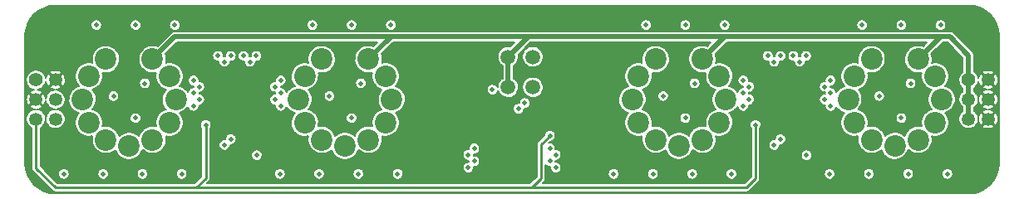
<source format=gbr>
G04 #@! TF.FileFunction,Copper,L2,Inr,Signal*
%FSLAX46Y46*%
G04 Gerber Fmt 4.6, Leading zero omitted, Abs format (unit mm)*
G04 Created by KiCad (PCBNEW 4.0.7) date 02/04/18 23:22:38*
%MOMM*%
%LPD*%
G01*
G04 APERTURE LIST*
%ADD10C,0.100000*%
%ADD11C,2.200000*%
%ADD12C,1.500000*%
%ADD13C,5.000000*%
%ADD14C,1.400000*%
%ADD15C,1.350000*%
%ADD16C,0.508000*%
%ADD17C,0.250000*%
%ADD18C,0.500000*%
%ADD19C,0.150000*%
G04 APERTURE END LIST*
D10*
D11*
X127625000Y-97886000D03*
X125886000Y-99625000D03*
X125250000Y-102000000D03*
X125886000Y-104375000D03*
X127625000Y-106114000D03*
X130000000Y-106750000D03*
X132375000Y-106114000D03*
X134114000Y-104375000D03*
X134114000Y-99625000D03*
X132375000Y-97886000D03*
X134750000Y-102000000D03*
X105625000Y-97886000D03*
X103886000Y-99625000D03*
X103250000Y-102000000D03*
X103886000Y-104375000D03*
X105625000Y-106114000D03*
X108000000Y-106750000D03*
X110375000Y-106114000D03*
X112114000Y-104375000D03*
X112114000Y-99625000D03*
X110375000Y-97886000D03*
X112750000Y-102000000D03*
X161625000Y-97886000D03*
X159886000Y-99625000D03*
X159250000Y-102000000D03*
X159886000Y-104375000D03*
X161625000Y-106114000D03*
X164000000Y-106750000D03*
X166375000Y-106114000D03*
X168114000Y-104375000D03*
X168114000Y-99625000D03*
X166375000Y-97886000D03*
X168750000Y-102000000D03*
X183625000Y-97886000D03*
X181886000Y-99625000D03*
X181250000Y-102000000D03*
X181886000Y-104375000D03*
X183625000Y-106114000D03*
X186000000Y-106750000D03*
X188375000Y-106114000D03*
X190114000Y-104375000D03*
X190114000Y-99625000D03*
X188375000Y-97886000D03*
X190750000Y-102000000D03*
D12*
X149100000Y-97650000D03*
X149100000Y-100750000D03*
X146600000Y-97650000D03*
X146600000Y-100750000D03*
D13*
X154000000Y-102000000D03*
X140000000Y-102000000D03*
D14*
X98500000Y-100000000D03*
D15*
X100500000Y-100000000D03*
X98500000Y-102000000D03*
X100500000Y-102000000D03*
X98500000Y-104000000D03*
X100500000Y-104000000D03*
D14*
X193500000Y-100000000D03*
D15*
X195500000Y-100000000D03*
X193500000Y-102000000D03*
X195500000Y-102000000D03*
X193500000Y-104000000D03*
X195500000Y-104000000D03*
D16*
X171800000Y-104600000D03*
X115800000Y-104600000D03*
X150850000Y-105700000D03*
X173700000Y-106650000D03*
X148300000Y-102350000D03*
X117700000Y-106650000D03*
X174350000Y-106050000D03*
X147650000Y-102950000D03*
X118350000Y-106050000D03*
X145000000Y-101000000D03*
X177000000Y-107700000D03*
X121000000Y-107700000D03*
X108650000Y-94400000D03*
X117700000Y-98150000D03*
X104650000Y-94400000D03*
X117050000Y-97550000D03*
X106400000Y-101650000D03*
X115150000Y-100700000D03*
X101350000Y-109600000D03*
X114550000Y-102650000D03*
X105350000Y-109600000D03*
X115150000Y-102000000D03*
X114550000Y-100050000D03*
X108650000Y-103900000D03*
X109350000Y-109600000D03*
X123450000Y-102650000D03*
X122850000Y-102000000D03*
X113350000Y-109600000D03*
X109600000Y-100350000D03*
X114550000Y-101350000D03*
X112650000Y-94400000D03*
X118350000Y-97550000D03*
X120300000Y-98150000D03*
X130650000Y-94400000D03*
X119650000Y-97550000D03*
X126650000Y-94400000D03*
X123450000Y-101350000D03*
X128400000Y-101650000D03*
X123350000Y-109600000D03*
X142550000Y-108950000D03*
X127350000Y-109600000D03*
X143150000Y-107000000D03*
X123450000Y-100050000D03*
X130650000Y-103900000D03*
X142550000Y-107650000D03*
X131350000Y-109600000D03*
X143150000Y-108300000D03*
X135350000Y-109600000D03*
X122850000Y-100700000D03*
X131600000Y-100350000D03*
X120950000Y-97550000D03*
X134650000Y-94400000D03*
X164650000Y-94400000D03*
X173700000Y-98150000D03*
X160650000Y-94400000D03*
X173050000Y-97550000D03*
X162400000Y-101650000D03*
X171150000Y-100700000D03*
X157350000Y-109600000D03*
X150850000Y-108300000D03*
X161350000Y-109600000D03*
X151450000Y-107650000D03*
X164650000Y-103900000D03*
X170550000Y-100050000D03*
X150850000Y-107000000D03*
X165350000Y-109600000D03*
X169350000Y-109600000D03*
X151450000Y-108950000D03*
X165600000Y-100350000D03*
X170550000Y-101350000D03*
X174350000Y-97550000D03*
X168650000Y-94400000D03*
X186650000Y-94400000D03*
X176300000Y-98150000D03*
X175650000Y-97550000D03*
X182650000Y-94400000D03*
X179450000Y-101350000D03*
X184400000Y-101650000D03*
X179350000Y-109600000D03*
X171150000Y-102000000D03*
X170550000Y-102650000D03*
X183350000Y-109600000D03*
X186650000Y-103900000D03*
X179450000Y-100050000D03*
X178850000Y-102000000D03*
X187350000Y-109600000D03*
X179450000Y-102650000D03*
X191350000Y-109600000D03*
X178850000Y-100700000D03*
X187600000Y-100350000D03*
X176950000Y-97550000D03*
X190650000Y-94400000D03*
X173406250Y-101468750D03*
X173406250Y-102531250D03*
X173406250Y-103593750D03*
X174468750Y-103593750D03*
X175531250Y-103593750D03*
X176593750Y-103593750D03*
X176593750Y-102531250D03*
X176593750Y-101468750D03*
X176593750Y-100406250D03*
X175531250Y-100406250D03*
X174468750Y-100406250D03*
X173406250Y-100406250D03*
X145406250Y-106468750D03*
X145406250Y-107531250D03*
X145406250Y-108593750D03*
X146468750Y-108593750D03*
X147531250Y-108593750D03*
X148593750Y-108593750D03*
X148593750Y-107531250D03*
X148593750Y-106468750D03*
X148593750Y-105406250D03*
X147531250Y-105406250D03*
X146468750Y-105406250D03*
X145406250Y-105406250D03*
X117406250Y-103593750D03*
X118468750Y-103593750D03*
X119531250Y-103593750D03*
X120593750Y-103593750D03*
X120593750Y-102531250D03*
X117406250Y-102531250D03*
X117406250Y-101468750D03*
X120593750Y-101468750D03*
X120593750Y-100406250D03*
X119531250Y-100406250D03*
X118468750Y-100406250D03*
X117406250Y-100406250D03*
X174468750Y-102531250D03*
X175531250Y-102531250D03*
X175531250Y-101468750D03*
X174468750Y-101468750D03*
X146468750Y-107531250D03*
X147531250Y-107531250D03*
X147531250Y-106468750D03*
X146468750Y-106468750D03*
X119531250Y-102531250D03*
X118468750Y-102531250D03*
X119531250Y-101468750D03*
X118468750Y-101468750D03*
D17*
X115800000Y-104600000D02*
X115800000Y-110050000D01*
X115800000Y-110050000D02*
X114850000Y-111000000D01*
X114850000Y-111000000D02*
X114500000Y-111000000D01*
X171800000Y-104600000D02*
X171800000Y-110050000D01*
X171800000Y-110050000D02*
X170850000Y-111000000D01*
X170850000Y-111000000D02*
X149000000Y-111000000D01*
X100500000Y-111000000D02*
X114500000Y-111000000D01*
X114500000Y-111000000D02*
X149000000Y-111000000D01*
X149000000Y-111000000D02*
X149950000Y-110050000D01*
X149950000Y-110050000D02*
X149950000Y-106600000D01*
X149950000Y-106600000D02*
X150850000Y-105700000D01*
X98500000Y-104000000D02*
X98500000Y-109000000D01*
X98500000Y-109000000D02*
X100500000Y-111000000D01*
D18*
X148700000Y-95600000D02*
X134600000Y-95600000D01*
X134600000Y-95600000D02*
X112661000Y-95600000D01*
X132375000Y-97886000D02*
X134600000Y-95661000D01*
X134600000Y-95661000D02*
X134600000Y-95600000D01*
X112661000Y-95600000D02*
X110375000Y-97886000D01*
X168700000Y-95600000D02*
X148700000Y-95600000D01*
X146600000Y-97650000D02*
X148650000Y-95600000D01*
X148650000Y-95600000D02*
X148700000Y-95600000D01*
X191600000Y-95600000D02*
X168700000Y-95600000D01*
X166375000Y-97886000D02*
X168661000Y-95600000D01*
X168661000Y-95600000D02*
X168700000Y-95600000D01*
X188375000Y-97886000D02*
X190661000Y-95600000D01*
X190661000Y-95600000D02*
X191600000Y-95600000D01*
X193500000Y-100000000D02*
X193500000Y-97500000D01*
X193500000Y-97500000D02*
X191600000Y-95600000D01*
X193500000Y-100000000D02*
X193500000Y-102000000D01*
X193500000Y-104000000D02*
X193500000Y-102000000D01*
X146600000Y-100750000D02*
X146600000Y-97650000D01*
D19*
G36*
X194101752Y-92460921D02*
X194680587Y-92635681D01*
X195214454Y-92919543D01*
X195683016Y-93301693D01*
X196068427Y-93767576D01*
X196356008Y-94299445D01*
X196534804Y-94877045D01*
X196599987Y-95497222D01*
X196600000Y-95500816D01*
X196600000Y-108480436D01*
X196539079Y-109101752D01*
X196364318Y-109680590D01*
X196080457Y-110214454D01*
X195698308Y-110683016D01*
X195232426Y-111068426D01*
X194700555Y-111356008D01*
X194122960Y-111534803D01*
X193502778Y-111599987D01*
X193499184Y-111600000D01*
X100519564Y-111600000D01*
X99898248Y-111539079D01*
X99319410Y-111364318D01*
X98785546Y-111080457D01*
X98316984Y-110698308D01*
X97931574Y-110232426D01*
X97643992Y-109700555D01*
X97465197Y-109122960D01*
X97400013Y-108502778D01*
X97400000Y-108499184D01*
X97400000Y-104084083D01*
X97498685Y-104084083D01*
X97534087Y-104276971D01*
X97606280Y-104459310D01*
X97712514Y-104624154D01*
X97848744Y-104765223D01*
X98009780Y-104877146D01*
X98050000Y-104894718D01*
X98050000Y-109000000D01*
X98054053Y-109041339D01*
X98057679Y-109082778D01*
X98058339Y-109085050D01*
X98058570Y-109087405D01*
X98070586Y-109127204D01*
X98082181Y-109167115D01*
X98083270Y-109169215D01*
X98083954Y-109171482D01*
X98103505Y-109208251D01*
X98122599Y-109245087D01*
X98124071Y-109246931D01*
X98125185Y-109249026D01*
X98151488Y-109281276D01*
X98177390Y-109313724D01*
X98180638Y-109317018D01*
X98180693Y-109317085D01*
X98180755Y-109317136D01*
X98181802Y-109318198D01*
X100181802Y-111318198D01*
X100213927Y-111344586D01*
X100245765Y-111371301D01*
X100247835Y-111372439D01*
X100249666Y-111373943D01*
X100286335Y-111393605D01*
X100322726Y-111413611D01*
X100324980Y-111414326D01*
X100327067Y-111415445D01*
X100366857Y-111427610D01*
X100406440Y-111440166D01*
X100408789Y-111440429D01*
X100411054Y-111441122D01*
X100452424Y-111445324D01*
X100493717Y-111449956D01*
X100498344Y-111449988D01*
X100498429Y-111449997D01*
X100498508Y-111449990D01*
X100500000Y-111450000D01*
X170850000Y-111450000D01*
X170891339Y-111445947D01*
X170932778Y-111442321D01*
X170935050Y-111441661D01*
X170937405Y-111441430D01*
X170977204Y-111429414D01*
X171017115Y-111417819D01*
X171019215Y-111416730D01*
X171021482Y-111416046D01*
X171058251Y-111396495D01*
X171095087Y-111377401D01*
X171096931Y-111375929D01*
X171099026Y-111374815D01*
X171131276Y-111348512D01*
X171163724Y-111322610D01*
X171167018Y-111319362D01*
X171167085Y-111319307D01*
X171167136Y-111319245D01*
X171168198Y-111318198D01*
X172118198Y-110368198D01*
X172144568Y-110336095D01*
X172171301Y-110304235D01*
X172172441Y-110302162D01*
X172173943Y-110300333D01*
X172193593Y-110263686D01*
X172213611Y-110227274D01*
X172214326Y-110225020D01*
X172215445Y-110222933D01*
X172227610Y-110183143D01*
X172240166Y-110143560D01*
X172240429Y-110141211D01*
X172241122Y-110138946D01*
X172245324Y-110097576D01*
X172249956Y-110056283D01*
X172249988Y-110051656D01*
X172249997Y-110051571D01*
X172249990Y-110051492D01*
X172250000Y-110050000D01*
X172250000Y-109648684D01*
X178770238Y-109648684D01*
X178790736Y-109760366D01*
X178832536Y-109865940D01*
X178894046Y-109961385D01*
X178972923Y-110043065D01*
X179066162Y-110107868D01*
X179170213Y-110153327D01*
X179281112Y-110177709D01*
X179394635Y-110180087D01*
X179506458Y-110160370D01*
X179612321Y-110119308D01*
X179708193Y-110058466D01*
X179790421Y-109980161D01*
X179855874Y-109887376D01*
X179902058Y-109783645D01*
X179927214Y-109672919D01*
X179927552Y-109648684D01*
X182770238Y-109648684D01*
X182790736Y-109760366D01*
X182832536Y-109865940D01*
X182894046Y-109961385D01*
X182972923Y-110043065D01*
X183066162Y-110107868D01*
X183170213Y-110153327D01*
X183281112Y-110177709D01*
X183394635Y-110180087D01*
X183506458Y-110160370D01*
X183612321Y-110119308D01*
X183708193Y-110058466D01*
X183790421Y-109980161D01*
X183855874Y-109887376D01*
X183902058Y-109783645D01*
X183927214Y-109672919D01*
X183927552Y-109648684D01*
X186770238Y-109648684D01*
X186790736Y-109760366D01*
X186832536Y-109865940D01*
X186894046Y-109961385D01*
X186972923Y-110043065D01*
X187066162Y-110107868D01*
X187170213Y-110153327D01*
X187281112Y-110177709D01*
X187394635Y-110180087D01*
X187506458Y-110160370D01*
X187612321Y-110119308D01*
X187708193Y-110058466D01*
X187790421Y-109980161D01*
X187855874Y-109887376D01*
X187902058Y-109783645D01*
X187927214Y-109672919D01*
X187927552Y-109648684D01*
X190770238Y-109648684D01*
X190790736Y-109760366D01*
X190832536Y-109865940D01*
X190894046Y-109961385D01*
X190972923Y-110043065D01*
X191066162Y-110107868D01*
X191170213Y-110153327D01*
X191281112Y-110177709D01*
X191394635Y-110180087D01*
X191506458Y-110160370D01*
X191612321Y-110119308D01*
X191708193Y-110058466D01*
X191790421Y-109980161D01*
X191855874Y-109887376D01*
X191902058Y-109783645D01*
X191927214Y-109672919D01*
X191929025Y-109543226D01*
X191906970Y-109431841D01*
X191863701Y-109326861D01*
X191800864Y-109232284D01*
X191720855Y-109151714D01*
X191626719Y-109088219D01*
X191522044Y-109044217D01*
X191410815Y-109021385D01*
X191297270Y-109020592D01*
X191185733Y-109041869D01*
X191080453Y-109084405D01*
X190985441Y-109146580D01*
X190904314Y-109226025D01*
X190840163Y-109319715D01*
X190795432Y-109424081D01*
X190771824Y-109535147D01*
X190770238Y-109648684D01*
X187927552Y-109648684D01*
X187929025Y-109543226D01*
X187906970Y-109431841D01*
X187863701Y-109326861D01*
X187800864Y-109232284D01*
X187720855Y-109151714D01*
X187626719Y-109088219D01*
X187522044Y-109044217D01*
X187410815Y-109021385D01*
X187297270Y-109020592D01*
X187185733Y-109041869D01*
X187080453Y-109084405D01*
X186985441Y-109146580D01*
X186904314Y-109226025D01*
X186840163Y-109319715D01*
X186795432Y-109424081D01*
X186771824Y-109535147D01*
X186770238Y-109648684D01*
X183927552Y-109648684D01*
X183929025Y-109543226D01*
X183906970Y-109431841D01*
X183863701Y-109326861D01*
X183800864Y-109232284D01*
X183720855Y-109151714D01*
X183626719Y-109088219D01*
X183522044Y-109044217D01*
X183410815Y-109021385D01*
X183297270Y-109020592D01*
X183185733Y-109041869D01*
X183080453Y-109084405D01*
X182985441Y-109146580D01*
X182904314Y-109226025D01*
X182840163Y-109319715D01*
X182795432Y-109424081D01*
X182771824Y-109535147D01*
X182770238Y-109648684D01*
X179927552Y-109648684D01*
X179929025Y-109543226D01*
X179906970Y-109431841D01*
X179863701Y-109326861D01*
X179800864Y-109232284D01*
X179720855Y-109151714D01*
X179626719Y-109088219D01*
X179522044Y-109044217D01*
X179410815Y-109021385D01*
X179297270Y-109020592D01*
X179185733Y-109041869D01*
X179080453Y-109084405D01*
X178985441Y-109146580D01*
X178904314Y-109226025D01*
X178840163Y-109319715D01*
X178795432Y-109424081D01*
X178771824Y-109535147D01*
X178770238Y-109648684D01*
X172250000Y-109648684D01*
X172250000Y-107748684D01*
X176420238Y-107748684D01*
X176440736Y-107860366D01*
X176482536Y-107965940D01*
X176544046Y-108061385D01*
X176622923Y-108143065D01*
X176716162Y-108207868D01*
X176820213Y-108253327D01*
X176931112Y-108277709D01*
X177044635Y-108280087D01*
X177156458Y-108260370D01*
X177262321Y-108219308D01*
X177358193Y-108158466D01*
X177440421Y-108080161D01*
X177505874Y-107987376D01*
X177552058Y-107883645D01*
X177577214Y-107772919D01*
X177579025Y-107643226D01*
X177556970Y-107531841D01*
X177513701Y-107426861D01*
X177450864Y-107332284D01*
X177370855Y-107251714D01*
X177276719Y-107188219D01*
X177172044Y-107144217D01*
X177060815Y-107121385D01*
X176947270Y-107120592D01*
X176835733Y-107141869D01*
X176730453Y-107184405D01*
X176635441Y-107246580D01*
X176554314Y-107326025D01*
X176490163Y-107419715D01*
X176445432Y-107524081D01*
X176421824Y-107635147D01*
X176420238Y-107748684D01*
X172250000Y-107748684D01*
X172250000Y-106698684D01*
X173120238Y-106698684D01*
X173140736Y-106810366D01*
X173182536Y-106915940D01*
X173244046Y-107011385D01*
X173322923Y-107093065D01*
X173416162Y-107157868D01*
X173520213Y-107203327D01*
X173631112Y-107227709D01*
X173744635Y-107230087D01*
X173856458Y-107210370D01*
X173962321Y-107169308D01*
X174058193Y-107108466D01*
X174140421Y-107030161D01*
X174205874Y-106937376D01*
X174252058Y-106833645D01*
X174277214Y-106722919D01*
X174278551Y-106627146D01*
X174281112Y-106627709D01*
X174394635Y-106630087D01*
X174506458Y-106610370D01*
X174612321Y-106569308D01*
X174708193Y-106508466D01*
X174790421Y-106430161D01*
X174855874Y-106337376D01*
X174902058Y-106233645D01*
X174927214Y-106122919D01*
X174929025Y-105993226D01*
X174906970Y-105881841D01*
X174863701Y-105776861D01*
X174800864Y-105682284D01*
X174720855Y-105601714D01*
X174626719Y-105538219D01*
X174522044Y-105494217D01*
X174410815Y-105471385D01*
X174297270Y-105470592D01*
X174185733Y-105491869D01*
X174080453Y-105534405D01*
X173985441Y-105596580D01*
X173904314Y-105676025D01*
X173840163Y-105769715D01*
X173795432Y-105874081D01*
X173771824Y-105985147D01*
X173770591Y-106073392D01*
X173760815Y-106071385D01*
X173647270Y-106070592D01*
X173535733Y-106091869D01*
X173430453Y-106134405D01*
X173335441Y-106196580D01*
X173254314Y-106276025D01*
X173190163Y-106369715D01*
X173145432Y-106474081D01*
X173121824Y-106585147D01*
X173120238Y-106698684D01*
X172250000Y-106698684D01*
X172250000Y-104966582D01*
X172305874Y-104887376D01*
X172352058Y-104783645D01*
X172377214Y-104672919D01*
X172379025Y-104543226D01*
X172356970Y-104431841D01*
X172313701Y-104326861D01*
X172250864Y-104232284D01*
X172170855Y-104151714D01*
X172076719Y-104088219D01*
X171972044Y-104044217D01*
X171860815Y-104021385D01*
X171747270Y-104020592D01*
X171635733Y-104041869D01*
X171530453Y-104084405D01*
X171435441Y-104146580D01*
X171354314Y-104226025D01*
X171290163Y-104319715D01*
X171245432Y-104424081D01*
X171221824Y-104535147D01*
X171220238Y-104648684D01*
X171240736Y-104760366D01*
X171282536Y-104865940D01*
X171344046Y-104961385D01*
X171350000Y-104967551D01*
X171350000Y-109863604D01*
X170663604Y-110550000D01*
X150086396Y-110550000D01*
X150268198Y-110368198D01*
X150294568Y-110336095D01*
X150321301Y-110304235D01*
X150322441Y-110302162D01*
X150323943Y-110300333D01*
X150343593Y-110263686D01*
X150363611Y-110227274D01*
X150364326Y-110225020D01*
X150365445Y-110222933D01*
X150377610Y-110183143D01*
X150390166Y-110143560D01*
X150390429Y-110141211D01*
X150391122Y-110138946D01*
X150395324Y-110097576D01*
X150399956Y-110056283D01*
X150399988Y-110051656D01*
X150399997Y-110051571D01*
X150399990Y-110051492D01*
X150400000Y-110050000D01*
X150400000Y-109648684D01*
X156770238Y-109648684D01*
X156790736Y-109760366D01*
X156832536Y-109865940D01*
X156894046Y-109961385D01*
X156972923Y-110043065D01*
X157066162Y-110107868D01*
X157170213Y-110153327D01*
X157281112Y-110177709D01*
X157394635Y-110180087D01*
X157506458Y-110160370D01*
X157612321Y-110119308D01*
X157708193Y-110058466D01*
X157790421Y-109980161D01*
X157855874Y-109887376D01*
X157902058Y-109783645D01*
X157927214Y-109672919D01*
X157927552Y-109648684D01*
X160770238Y-109648684D01*
X160790736Y-109760366D01*
X160832536Y-109865940D01*
X160894046Y-109961385D01*
X160972923Y-110043065D01*
X161066162Y-110107868D01*
X161170213Y-110153327D01*
X161281112Y-110177709D01*
X161394635Y-110180087D01*
X161506458Y-110160370D01*
X161612321Y-110119308D01*
X161708193Y-110058466D01*
X161790421Y-109980161D01*
X161855874Y-109887376D01*
X161902058Y-109783645D01*
X161927214Y-109672919D01*
X161927552Y-109648684D01*
X164770238Y-109648684D01*
X164790736Y-109760366D01*
X164832536Y-109865940D01*
X164894046Y-109961385D01*
X164972923Y-110043065D01*
X165066162Y-110107868D01*
X165170213Y-110153327D01*
X165281112Y-110177709D01*
X165394635Y-110180087D01*
X165506458Y-110160370D01*
X165612321Y-110119308D01*
X165708193Y-110058466D01*
X165790421Y-109980161D01*
X165855874Y-109887376D01*
X165902058Y-109783645D01*
X165927214Y-109672919D01*
X165927552Y-109648684D01*
X168770238Y-109648684D01*
X168790736Y-109760366D01*
X168832536Y-109865940D01*
X168894046Y-109961385D01*
X168972923Y-110043065D01*
X169066162Y-110107868D01*
X169170213Y-110153327D01*
X169281112Y-110177709D01*
X169394635Y-110180087D01*
X169506458Y-110160370D01*
X169612321Y-110119308D01*
X169708193Y-110058466D01*
X169790421Y-109980161D01*
X169855874Y-109887376D01*
X169902058Y-109783645D01*
X169927214Y-109672919D01*
X169929025Y-109543226D01*
X169906970Y-109431841D01*
X169863701Y-109326861D01*
X169800864Y-109232284D01*
X169720855Y-109151714D01*
X169626719Y-109088219D01*
X169522044Y-109044217D01*
X169410815Y-109021385D01*
X169297270Y-109020592D01*
X169185733Y-109041869D01*
X169080453Y-109084405D01*
X168985441Y-109146580D01*
X168904314Y-109226025D01*
X168840163Y-109319715D01*
X168795432Y-109424081D01*
X168771824Y-109535147D01*
X168770238Y-109648684D01*
X165927552Y-109648684D01*
X165929025Y-109543226D01*
X165906970Y-109431841D01*
X165863701Y-109326861D01*
X165800864Y-109232284D01*
X165720855Y-109151714D01*
X165626719Y-109088219D01*
X165522044Y-109044217D01*
X165410815Y-109021385D01*
X165297270Y-109020592D01*
X165185733Y-109041869D01*
X165080453Y-109084405D01*
X164985441Y-109146580D01*
X164904314Y-109226025D01*
X164840163Y-109319715D01*
X164795432Y-109424081D01*
X164771824Y-109535147D01*
X164770238Y-109648684D01*
X161927552Y-109648684D01*
X161929025Y-109543226D01*
X161906970Y-109431841D01*
X161863701Y-109326861D01*
X161800864Y-109232284D01*
X161720855Y-109151714D01*
X161626719Y-109088219D01*
X161522044Y-109044217D01*
X161410815Y-109021385D01*
X161297270Y-109020592D01*
X161185733Y-109041869D01*
X161080453Y-109084405D01*
X160985441Y-109146580D01*
X160904314Y-109226025D01*
X160840163Y-109319715D01*
X160795432Y-109424081D01*
X160771824Y-109535147D01*
X160770238Y-109648684D01*
X157927552Y-109648684D01*
X157929025Y-109543226D01*
X157906970Y-109431841D01*
X157863701Y-109326861D01*
X157800864Y-109232284D01*
X157720855Y-109151714D01*
X157626719Y-109088219D01*
X157522044Y-109044217D01*
X157410815Y-109021385D01*
X157297270Y-109020592D01*
X157185733Y-109041869D01*
X157080453Y-109084405D01*
X156985441Y-109146580D01*
X156904314Y-109226025D01*
X156840163Y-109319715D01*
X156795432Y-109424081D01*
X156771824Y-109535147D01*
X156770238Y-109648684D01*
X150400000Y-109648684D01*
X150400000Y-108667551D01*
X150472923Y-108743065D01*
X150566162Y-108807868D01*
X150670213Y-108853327D01*
X150781112Y-108877709D01*
X150872996Y-108879634D01*
X150871824Y-108885147D01*
X150870238Y-108998684D01*
X150890736Y-109110366D01*
X150932536Y-109215940D01*
X150994046Y-109311385D01*
X151072923Y-109393065D01*
X151166162Y-109457868D01*
X151270213Y-109503327D01*
X151381112Y-109527709D01*
X151494635Y-109530087D01*
X151606458Y-109510370D01*
X151712321Y-109469308D01*
X151808193Y-109408466D01*
X151890421Y-109330161D01*
X151955874Y-109237376D01*
X152002058Y-109133645D01*
X152027214Y-109022919D01*
X152029025Y-108893226D01*
X152006970Y-108781841D01*
X151963701Y-108676861D01*
X151900864Y-108582284D01*
X151820855Y-108501714D01*
X151726719Y-108438219D01*
X151622044Y-108394217D01*
X151510815Y-108371385D01*
X151427244Y-108370801D01*
X151429025Y-108243226D01*
X151426139Y-108228652D01*
X151494635Y-108230087D01*
X151606458Y-108210370D01*
X151712321Y-108169308D01*
X151808193Y-108108466D01*
X151890421Y-108030161D01*
X151955874Y-107937376D01*
X152002058Y-107833645D01*
X152027214Y-107722919D01*
X152029025Y-107593226D01*
X152006970Y-107481841D01*
X151963701Y-107376861D01*
X151900864Y-107282284D01*
X151820855Y-107201714D01*
X151726719Y-107138219D01*
X151622044Y-107094217D01*
X151510815Y-107071385D01*
X151427244Y-107070801D01*
X151429025Y-106943226D01*
X151406970Y-106831841D01*
X151363701Y-106726861D01*
X151300864Y-106632284D01*
X151220855Y-106551714D01*
X151126719Y-106488219D01*
X151022044Y-106444217D01*
X150910815Y-106421385D01*
X150797270Y-106420592D01*
X150758387Y-106428009D01*
X150908808Y-106277588D01*
X151006458Y-106260370D01*
X151112321Y-106219308D01*
X151208193Y-106158466D01*
X151290421Y-106080161D01*
X151355874Y-105987376D01*
X151402058Y-105883645D01*
X151427214Y-105772919D01*
X151429025Y-105643226D01*
X151406970Y-105531841D01*
X151363701Y-105426861D01*
X151300864Y-105332284D01*
X151220855Y-105251714D01*
X151126719Y-105188219D01*
X151022044Y-105144217D01*
X150910815Y-105121385D01*
X150797270Y-105120592D01*
X150685733Y-105141869D01*
X150580453Y-105184405D01*
X150485441Y-105246580D01*
X150404314Y-105326025D01*
X150340163Y-105419715D01*
X150295432Y-105524081D01*
X150271824Y-105635147D01*
X150271730Y-105641874D01*
X149631802Y-106281802D01*
X149605432Y-106313905D01*
X149578699Y-106345765D01*
X149577559Y-106347838D01*
X149576057Y-106349667D01*
X149556407Y-106386314D01*
X149536389Y-106422726D01*
X149535674Y-106424980D01*
X149534555Y-106427067D01*
X149522390Y-106466857D01*
X149509834Y-106506440D01*
X149509571Y-106508789D01*
X149508878Y-106511054D01*
X149504676Y-106552424D01*
X149500044Y-106593717D01*
X149500012Y-106598344D01*
X149500003Y-106598429D01*
X149500010Y-106598508D01*
X149500000Y-106600000D01*
X149500000Y-109863604D01*
X148813604Y-110550000D01*
X115936396Y-110550000D01*
X116118198Y-110368198D01*
X116144568Y-110336095D01*
X116171301Y-110304235D01*
X116172441Y-110302162D01*
X116173943Y-110300333D01*
X116193593Y-110263686D01*
X116213611Y-110227274D01*
X116214326Y-110225020D01*
X116215445Y-110222933D01*
X116227610Y-110183143D01*
X116240166Y-110143560D01*
X116240429Y-110141211D01*
X116241122Y-110138946D01*
X116245324Y-110097576D01*
X116249956Y-110056283D01*
X116249988Y-110051656D01*
X116249997Y-110051571D01*
X116249990Y-110051492D01*
X116250000Y-110050000D01*
X116250000Y-109648684D01*
X122770238Y-109648684D01*
X122790736Y-109760366D01*
X122832536Y-109865940D01*
X122894046Y-109961385D01*
X122972923Y-110043065D01*
X123066162Y-110107868D01*
X123170213Y-110153327D01*
X123281112Y-110177709D01*
X123394635Y-110180087D01*
X123506458Y-110160370D01*
X123612321Y-110119308D01*
X123708193Y-110058466D01*
X123790421Y-109980161D01*
X123855874Y-109887376D01*
X123902058Y-109783645D01*
X123927214Y-109672919D01*
X123927552Y-109648684D01*
X126770238Y-109648684D01*
X126790736Y-109760366D01*
X126832536Y-109865940D01*
X126894046Y-109961385D01*
X126972923Y-110043065D01*
X127066162Y-110107868D01*
X127170213Y-110153327D01*
X127281112Y-110177709D01*
X127394635Y-110180087D01*
X127506458Y-110160370D01*
X127612321Y-110119308D01*
X127708193Y-110058466D01*
X127790421Y-109980161D01*
X127855874Y-109887376D01*
X127902058Y-109783645D01*
X127927214Y-109672919D01*
X127927552Y-109648684D01*
X130770238Y-109648684D01*
X130790736Y-109760366D01*
X130832536Y-109865940D01*
X130894046Y-109961385D01*
X130972923Y-110043065D01*
X131066162Y-110107868D01*
X131170213Y-110153327D01*
X131281112Y-110177709D01*
X131394635Y-110180087D01*
X131506458Y-110160370D01*
X131612321Y-110119308D01*
X131708193Y-110058466D01*
X131790421Y-109980161D01*
X131855874Y-109887376D01*
X131902058Y-109783645D01*
X131927214Y-109672919D01*
X131927552Y-109648684D01*
X134770238Y-109648684D01*
X134790736Y-109760366D01*
X134832536Y-109865940D01*
X134894046Y-109961385D01*
X134972923Y-110043065D01*
X135066162Y-110107868D01*
X135170213Y-110153327D01*
X135281112Y-110177709D01*
X135394635Y-110180087D01*
X135506458Y-110160370D01*
X135612321Y-110119308D01*
X135708193Y-110058466D01*
X135790421Y-109980161D01*
X135855874Y-109887376D01*
X135902058Y-109783645D01*
X135927214Y-109672919D01*
X135929025Y-109543226D01*
X135906970Y-109431841D01*
X135863701Y-109326861D01*
X135800864Y-109232284D01*
X135720855Y-109151714D01*
X135626719Y-109088219D01*
X135522044Y-109044217D01*
X135410815Y-109021385D01*
X135297270Y-109020592D01*
X135185733Y-109041869D01*
X135080453Y-109084405D01*
X134985441Y-109146580D01*
X134904314Y-109226025D01*
X134840163Y-109319715D01*
X134795432Y-109424081D01*
X134771824Y-109535147D01*
X134770238Y-109648684D01*
X131927552Y-109648684D01*
X131929025Y-109543226D01*
X131906970Y-109431841D01*
X131863701Y-109326861D01*
X131800864Y-109232284D01*
X131720855Y-109151714D01*
X131626719Y-109088219D01*
X131522044Y-109044217D01*
X131410815Y-109021385D01*
X131297270Y-109020592D01*
X131185733Y-109041869D01*
X131080453Y-109084405D01*
X130985441Y-109146580D01*
X130904314Y-109226025D01*
X130840163Y-109319715D01*
X130795432Y-109424081D01*
X130771824Y-109535147D01*
X130770238Y-109648684D01*
X127927552Y-109648684D01*
X127929025Y-109543226D01*
X127906970Y-109431841D01*
X127863701Y-109326861D01*
X127800864Y-109232284D01*
X127720855Y-109151714D01*
X127626719Y-109088219D01*
X127522044Y-109044217D01*
X127410815Y-109021385D01*
X127297270Y-109020592D01*
X127185733Y-109041869D01*
X127080453Y-109084405D01*
X126985441Y-109146580D01*
X126904314Y-109226025D01*
X126840163Y-109319715D01*
X126795432Y-109424081D01*
X126771824Y-109535147D01*
X126770238Y-109648684D01*
X123927552Y-109648684D01*
X123929025Y-109543226D01*
X123906970Y-109431841D01*
X123863701Y-109326861D01*
X123800864Y-109232284D01*
X123720855Y-109151714D01*
X123626719Y-109088219D01*
X123522044Y-109044217D01*
X123410815Y-109021385D01*
X123297270Y-109020592D01*
X123185733Y-109041869D01*
X123080453Y-109084405D01*
X122985441Y-109146580D01*
X122904314Y-109226025D01*
X122840163Y-109319715D01*
X122795432Y-109424081D01*
X122771824Y-109535147D01*
X122770238Y-109648684D01*
X116250000Y-109648684D01*
X116250000Y-107748684D01*
X120420238Y-107748684D01*
X120440736Y-107860366D01*
X120482536Y-107965940D01*
X120544046Y-108061385D01*
X120622923Y-108143065D01*
X120716162Y-108207868D01*
X120820213Y-108253327D01*
X120931112Y-108277709D01*
X121044635Y-108280087D01*
X121156458Y-108260370D01*
X121262321Y-108219308D01*
X121358193Y-108158466D01*
X121440421Y-108080161D01*
X121505874Y-107987376D01*
X121552058Y-107883645D01*
X121577214Y-107772919D01*
X121579025Y-107643226D01*
X121556970Y-107531841D01*
X121513701Y-107426861D01*
X121450864Y-107332284D01*
X121370855Y-107251714D01*
X121276719Y-107188219D01*
X121172044Y-107144217D01*
X121060815Y-107121385D01*
X120947270Y-107120592D01*
X120835733Y-107141869D01*
X120730453Y-107184405D01*
X120635441Y-107246580D01*
X120554314Y-107326025D01*
X120490163Y-107419715D01*
X120445432Y-107524081D01*
X120421824Y-107635147D01*
X120420238Y-107748684D01*
X116250000Y-107748684D01*
X116250000Y-106698684D01*
X117120238Y-106698684D01*
X117140736Y-106810366D01*
X117182536Y-106915940D01*
X117244046Y-107011385D01*
X117322923Y-107093065D01*
X117416162Y-107157868D01*
X117520213Y-107203327D01*
X117631112Y-107227709D01*
X117744635Y-107230087D01*
X117856458Y-107210370D01*
X117962321Y-107169308D01*
X118058193Y-107108466D01*
X118140421Y-107030161D01*
X118205874Y-106937376D01*
X118252058Y-106833645D01*
X118277214Y-106722919D01*
X118278551Y-106627146D01*
X118281112Y-106627709D01*
X118394635Y-106630087D01*
X118506458Y-106610370D01*
X118612321Y-106569308D01*
X118708193Y-106508466D01*
X118790421Y-106430161D01*
X118855874Y-106337376D01*
X118902058Y-106233645D01*
X118927214Y-106122919D01*
X118929025Y-105993226D01*
X118906970Y-105881841D01*
X118863701Y-105776861D01*
X118800864Y-105682284D01*
X118720855Y-105601714D01*
X118626719Y-105538219D01*
X118522044Y-105494217D01*
X118410815Y-105471385D01*
X118297270Y-105470592D01*
X118185733Y-105491869D01*
X118080453Y-105534405D01*
X117985441Y-105596580D01*
X117904314Y-105676025D01*
X117840163Y-105769715D01*
X117795432Y-105874081D01*
X117771824Y-105985147D01*
X117770591Y-106073392D01*
X117760815Y-106071385D01*
X117647270Y-106070592D01*
X117535733Y-106091869D01*
X117430453Y-106134405D01*
X117335441Y-106196580D01*
X117254314Y-106276025D01*
X117190163Y-106369715D01*
X117145432Y-106474081D01*
X117121824Y-106585147D01*
X117120238Y-106698684D01*
X116250000Y-106698684D01*
X116250000Y-104966582D01*
X116305874Y-104887376D01*
X116352058Y-104783645D01*
X116377214Y-104672919D01*
X116379025Y-104543226D01*
X116356970Y-104431841D01*
X116313701Y-104326861D01*
X116250864Y-104232284D01*
X116170855Y-104151714D01*
X116076719Y-104088219D01*
X115972044Y-104044217D01*
X115860815Y-104021385D01*
X115747270Y-104020592D01*
X115635733Y-104041869D01*
X115530453Y-104084405D01*
X115435441Y-104146580D01*
X115354314Y-104226025D01*
X115290163Y-104319715D01*
X115245432Y-104424081D01*
X115221824Y-104535147D01*
X115220238Y-104648684D01*
X115240736Y-104760366D01*
X115282536Y-104865940D01*
X115344046Y-104961385D01*
X115350000Y-104967551D01*
X115350000Y-109863604D01*
X114663604Y-110550000D01*
X100686396Y-110550000D01*
X99785080Y-109648684D01*
X100770238Y-109648684D01*
X100790736Y-109760366D01*
X100832536Y-109865940D01*
X100894046Y-109961385D01*
X100972923Y-110043065D01*
X101066162Y-110107868D01*
X101170213Y-110153327D01*
X101281112Y-110177709D01*
X101394635Y-110180087D01*
X101506458Y-110160370D01*
X101612321Y-110119308D01*
X101708193Y-110058466D01*
X101790421Y-109980161D01*
X101855874Y-109887376D01*
X101902058Y-109783645D01*
X101927214Y-109672919D01*
X101927552Y-109648684D01*
X104770238Y-109648684D01*
X104790736Y-109760366D01*
X104832536Y-109865940D01*
X104894046Y-109961385D01*
X104972923Y-110043065D01*
X105066162Y-110107868D01*
X105170213Y-110153327D01*
X105281112Y-110177709D01*
X105394635Y-110180087D01*
X105506458Y-110160370D01*
X105612321Y-110119308D01*
X105708193Y-110058466D01*
X105790421Y-109980161D01*
X105855874Y-109887376D01*
X105902058Y-109783645D01*
X105927214Y-109672919D01*
X105927552Y-109648684D01*
X108770238Y-109648684D01*
X108790736Y-109760366D01*
X108832536Y-109865940D01*
X108894046Y-109961385D01*
X108972923Y-110043065D01*
X109066162Y-110107868D01*
X109170213Y-110153327D01*
X109281112Y-110177709D01*
X109394635Y-110180087D01*
X109506458Y-110160370D01*
X109612321Y-110119308D01*
X109708193Y-110058466D01*
X109790421Y-109980161D01*
X109855874Y-109887376D01*
X109902058Y-109783645D01*
X109927214Y-109672919D01*
X109927552Y-109648684D01*
X112770238Y-109648684D01*
X112790736Y-109760366D01*
X112832536Y-109865940D01*
X112894046Y-109961385D01*
X112972923Y-110043065D01*
X113066162Y-110107868D01*
X113170213Y-110153327D01*
X113281112Y-110177709D01*
X113394635Y-110180087D01*
X113506458Y-110160370D01*
X113612321Y-110119308D01*
X113708193Y-110058466D01*
X113790421Y-109980161D01*
X113855874Y-109887376D01*
X113902058Y-109783645D01*
X113927214Y-109672919D01*
X113929025Y-109543226D01*
X113906970Y-109431841D01*
X113863701Y-109326861D01*
X113800864Y-109232284D01*
X113720855Y-109151714D01*
X113626719Y-109088219D01*
X113522044Y-109044217D01*
X113410815Y-109021385D01*
X113297270Y-109020592D01*
X113185733Y-109041869D01*
X113080453Y-109084405D01*
X112985441Y-109146580D01*
X112904314Y-109226025D01*
X112840163Y-109319715D01*
X112795432Y-109424081D01*
X112771824Y-109535147D01*
X112770238Y-109648684D01*
X109927552Y-109648684D01*
X109929025Y-109543226D01*
X109906970Y-109431841D01*
X109863701Y-109326861D01*
X109800864Y-109232284D01*
X109720855Y-109151714D01*
X109626719Y-109088219D01*
X109522044Y-109044217D01*
X109410815Y-109021385D01*
X109297270Y-109020592D01*
X109185733Y-109041869D01*
X109080453Y-109084405D01*
X108985441Y-109146580D01*
X108904314Y-109226025D01*
X108840163Y-109319715D01*
X108795432Y-109424081D01*
X108771824Y-109535147D01*
X108770238Y-109648684D01*
X105927552Y-109648684D01*
X105929025Y-109543226D01*
X105906970Y-109431841D01*
X105863701Y-109326861D01*
X105800864Y-109232284D01*
X105720855Y-109151714D01*
X105626719Y-109088219D01*
X105522044Y-109044217D01*
X105410815Y-109021385D01*
X105297270Y-109020592D01*
X105185733Y-109041869D01*
X105080453Y-109084405D01*
X104985441Y-109146580D01*
X104904314Y-109226025D01*
X104840163Y-109319715D01*
X104795432Y-109424081D01*
X104771824Y-109535147D01*
X104770238Y-109648684D01*
X101927552Y-109648684D01*
X101929025Y-109543226D01*
X101906970Y-109431841D01*
X101863701Y-109326861D01*
X101800864Y-109232284D01*
X101720855Y-109151714D01*
X101626719Y-109088219D01*
X101522044Y-109044217D01*
X101410815Y-109021385D01*
X101297270Y-109020592D01*
X101185733Y-109041869D01*
X101080453Y-109084405D01*
X100985441Y-109146580D01*
X100904314Y-109226025D01*
X100840163Y-109319715D01*
X100795432Y-109424081D01*
X100771824Y-109535147D01*
X100770238Y-109648684D01*
X99785080Y-109648684D01*
X98950000Y-108813604D01*
X98950000Y-104898092D01*
X98953059Y-104896905D01*
X99118641Y-104791824D01*
X99260658Y-104656583D01*
X99373702Y-104496332D01*
X99453468Y-104317176D01*
X99496916Y-104125940D01*
X99500043Y-103901945D01*
X99461952Y-103709570D01*
X99387220Y-103528257D01*
X99278694Y-103364912D01*
X99140508Y-103225758D01*
X98977926Y-103116095D01*
X98797139Y-103040099D01*
X98605034Y-103000666D01*
X98551695Y-103000294D01*
X98706381Y-102983415D01*
X98894270Y-102924256D01*
X99049447Y-102841314D01*
X99116763Y-102687474D01*
X98500000Y-102070711D01*
X97883237Y-102687474D01*
X97950553Y-102841314D01*
X98125243Y-102932339D01*
X98314334Y-102987536D01*
X98451536Y-102999594D01*
X98408929Y-102999297D01*
X98216292Y-103036044D01*
X98034462Y-103109508D01*
X97870364Y-103216891D01*
X97730249Y-103354102D01*
X97619453Y-103515915D01*
X97542197Y-103696167D01*
X97501423Y-103887992D01*
X97498685Y-104084083D01*
X97400000Y-104084083D01*
X97400000Y-102010561D01*
X97495218Y-102010561D01*
X97516585Y-102206381D01*
X97575744Y-102394270D01*
X97658686Y-102549447D01*
X97812526Y-102616763D01*
X98429289Y-102000000D01*
X98570711Y-102000000D01*
X99187474Y-102616763D01*
X99341314Y-102549447D01*
X99432339Y-102374757D01*
X99487536Y-102185666D01*
X99499105Y-102054038D01*
X99498685Y-102084083D01*
X99534087Y-102276971D01*
X99606280Y-102459310D01*
X99712514Y-102624154D01*
X99848744Y-102765223D01*
X100009780Y-102877146D01*
X100189488Y-102955659D01*
X100381023Y-102997770D01*
X100476411Y-102999768D01*
X100408929Y-102999297D01*
X100216292Y-103036044D01*
X100034462Y-103109508D01*
X99870364Y-103216891D01*
X99730249Y-103354102D01*
X99619453Y-103515915D01*
X99542197Y-103696167D01*
X99501423Y-103887992D01*
X99498685Y-104084083D01*
X99534087Y-104276971D01*
X99606280Y-104459310D01*
X99712514Y-104624154D01*
X99848744Y-104765223D01*
X100009780Y-104877146D01*
X100189488Y-104955659D01*
X100381023Y-104997770D01*
X100577090Y-105001877D01*
X100770221Y-104967823D01*
X100953059Y-104896905D01*
X101118641Y-104791824D01*
X101260658Y-104656583D01*
X101373702Y-104496332D01*
X101453468Y-104317176D01*
X101496916Y-104125940D01*
X101500043Y-103901945D01*
X101461952Y-103709570D01*
X101387220Y-103528257D01*
X101278694Y-103364912D01*
X101140508Y-103225758D01*
X100977926Y-103116095D01*
X100797139Y-103040099D01*
X100605034Y-103000666D01*
X100584761Y-103000524D01*
X100770221Y-102967823D01*
X100953059Y-102896905D01*
X101118641Y-102791824D01*
X101260658Y-102656583D01*
X101373702Y-102496332D01*
X101453468Y-102317176D01*
X101496916Y-102125940D01*
X101497001Y-102119818D01*
X101823127Y-102119818D01*
X101873574Y-102394684D01*
X101976449Y-102654516D01*
X102127833Y-102889418D01*
X102321960Y-103090443D01*
X102551436Y-103249933D01*
X102807520Y-103361813D01*
X102869856Y-103375518D01*
X102789105Y-103454596D01*
X102631221Y-103685179D01*
X102521131Y-103942038D01*
X102463029Y-104215388D01*
X102459127Y-104494818D01*
X102509574Y-104769684D01*
X102612449Y-105029516D01*
X102763833Y-105264418D01*
X102957960Y-105465443D01*
X103187436Y-105624933D01*
X103443520Y-105736813D01*
X103716458Y-105796822D01*
X103995854Y-105802675D01*
X104243560Y-105758998D01*
X104202029Y-105954388D01*
X104198127Y-106233818D01*
X104248574Y-106508684D01*
X104351449Y-106768516D01*
X104502833Y-107003418D01*
X104696960Y-107204443D01*
X104926436Y-107363933D01*
X105182520Y-107475813D01*
X105455458Y-107535822D01*
X105734854Y-107541675D01*
X106010065Y-107493148D01*
X106270609Y-107392089D01*
X106506563Y-107242349D01*
X106621424Y-107132968D01*
X106623574Y-107144684D01*
X106726449Y-107404516D01*
X106877833Y-107639418D01*
X107071960Y-107840443D01*
X107301436Y-107999933D01*
X107557520Y-108111813D01*
X107830458Y-108171822D01*
X108109854Y-108177675D01*
X108385065Y-108129148D01*
X108645609Y-108028089D01*
X108881563Y-107878349D01*
X109083937Y-107685630D01*
X109245025Y-107457273D01*
X109358691Y-107201976D01*
X109375049Y-107129977D01*
X109446960Y-107204443D01*
X109676436Y-107363933D01*
X109932520Y-107475813D01*
X110205458Y-107535822D01*
X110484854Y-107541675D01*
X110760065Y-107493148D01*
X111020609Y-107392089D01*
X111256563Y-107242349D01*
X111458937Y-107049630D01*
X111620025Y-106821273D01*
X111733691Y-106565976D01*
X111795604Y-106293464D01*
X111800061Y-105974272D01*
X111756754Y-105755553D01*
X111944458Y-105796822D01*
X112223854Y-105802675D01*
X112499065Y-105754148D01*
X112759609Y-105653089D01*
X112995563Y-105503349D01*
X113197937Y-105310630D01*
X113359025Y-105082273D01*
X113472691Y-104826976D01*
X113534604Y-104554464D01*
X113539061Y-104235272D01*
X113484781Y-103961137D01*
X113378288Y-103702766D01*
X113223639Y-103470000D01*
X113133664Y-103379395D01*
X113135065Y-103379148D01*
X113395609Y-103278089D01*
X113631563Y-103128349D01*
X113833937Y-102935630D01*
X113976607Y-102733383D01*
X113990736Y-102810366D01*
X114032536Y-102915940D01*
X114094046Y-103011385D01*
X114172923Y-103093065D01*
X114266162Y-103157868D01*
X114370213Y-103203327D01*
X114481112Y-103227709D01*
X114594635Y-103230087D01*
X114706458Y-103210370D01*
X114812321Y-103169308D01*
X114908193Y-103108466D01*
X114990421Y-103030161D01*
X115055874Y-102937376D01*
X115102058Y-102833645D01*
X115127214Y-102722919D01*
X115129025Y-102593226D01*
X115126139Y-102578652D01*
X115194635Y-102580087D01*
X115306458Y-102560370D01*
X115412321Y-102519308D01*
X115508193Y-102458466D01*
X115590421Y-102380161D01*
X115655874Y-102287376D01*
X115702058Y-102183645D01*
X115727214Y-102072919D01*
X115729025Y-101943226D01*
X115706970Y-101831841D01*
X115663701Y-101726861D01*
X115600864Y-101632284D01*
X115520855Y-101551714D01*
X115426719Y-101488219D01*
X115322044Y-101444217D01*
X115210815Y-101421385D01*
X115127244Y-101420801D01*
X115129025Y-101293226D01*
X115126139Y-101278652D01*
X115194635Y-101280087D01*
X115306458Y-101260370D01*
X115412321Y-101219308D01*
X115508193Y-101158466D01*
X115590421Y-101080161D01*
X115655874Y-100987376D01*
X115702058Y-100883645D01*
X115727214Y-100772919D01*
X115729025Y-100643226D01*
X115706970Y-100531841D01*
X115663701Y-100426861D01*
X115600864Y-100332284D01*
X115520855Y-100251714D01*
X115426719Y-100188219D01*
X115322044Y-100144217D01*
X115210815Y-100121385D01*
X115127244Y-100120801D01*
X115129025Y-99993226D01*
X115106970Y-99881841D01*
X115063701Y-99776861D01*
X115000864Y-99682284D01*
X114920855Y-99601714D01*
X114826719Y-99538219D01*
X114722044Y-99494217D01*
X114610815Y-99471385D01*
X114497270Y-99470592D01*
X114385733Y-99491869D01*
X114280453Y-99534405D01*
X114185441Y-99596580D01*
X114104314Y-99676025D01*
X114040163Y-99769715D01*
X113995432Y-99874081D01*
X113971824Y-99985147D01*
X113970238Y-100098684D01*
X113990736Y-100210366D01*
X114032536Y-100315940D01*
X114094046Y-100411385D01*
X114172923Y-100493065D01*
X114266162Y-100557868D01*
X114370213Y-100603327D01*
X114481112Y-100627709D01*
X114572996Y-100629634D01*
X114571824Y-100635147D01*
X114570238Y-100748684D01*
X114574358Y-100771130D01*
X114497270Y-100770592D01*
X114385733Y-100791869D01*
X114280453Y-100834405D01*
X114185441Y-100896580D01*
X114104314Y-100976025D01*
X114040163Y-101069715D01*
X113995432Y-101174081D01*
X113975253Y-101269014D01*
X113859639Y-101095000D01*
X113662724Y-100896706D01*
X113431044Y-100740436D01*
X113173423Y-100632142D01*
X113131812Y-100623600D01*
X113197937Y-100560630D01*
X113359025Y-100332273D01*
X113472691Y-100076976D01*
X113534604Y-99804464D01*
X113539061Y-99485272D01*
X113484781Y-99211137D01*
X113378288Y-98952766D01*
X113223639Y-98720000D01*
X113026724Y-98521706D01*
X112795044Y-98365436D01*
X112537423Y-98257142D01*
X112263674Y-98200949D01*
X111984224Y-98198998D01*
X111755346Y-98242659D01*
X111795604Y-98065464D01*
X111800061Y-97746272D01*
X111770838Y-97598684D01*
X116470238Y-97598684D01*
X116490736Y-97710366D01*
X116532536Y-97815940D01*
X116594046Y-97911385D01*
X116672923Y-97993065D01*
X116766162Y-98057868D01*
X116870213Y-98103327D01*
X116981112Y-98127709D01*
X117094635Y-98130087D01*
X117121262Y-98125392D01*
X117120238Y-98198684D01*
X117140736Y-98310366D01*
X117182536Y-98415940D01*
X117244046Y-98511385D01*
X117322923Y-98593065D01*
X117416162Y-98657868D01*
X117520213Y-98703327D01*
X117631112Y-98727709D01*
X117744635Y-98730087D01*
X117856458Y-98710370D01*
X117962321Y-98669308D01*
X118058193Y-98608466D01*
X118140421Y-98530161D01*
X118205874Y-98437376D01*
X118252058Y-98333645D01*
X118277214Y-98222919D01*
X118278551Y-98127146D01*
X118281112Y-98127709D01*
X118394635Y-98130087D01*
X118506458Y-98110370D01*
X118612321Y-98069308D01*
X118708193Y-98008466D01*
X118790421Y-97930161D01*
X118855874Y-97837376D01*
X118902058Y-97733645D01*
X118927214Y-97622919D01*
X118927552Y-97598684D01*
X119070238Y-97598684D01*
X119090736Y-97710366D01*
X119132536Y-97815940D01*
X119194046Y-97911385D01*
X119272923Y-97993065D01*
X119366162Y-98057868D01*
X119470213Y-98103327D01*
X119581112Y-98127709D01*
X119694635Y-98130087D01*
X119721262Y-98125392D01*
X119720238Y-98198684D01*
X119740736Y-98310366D01*
X119782536Y-98415940D01*
X119844046Y-98511385D01*
X119922923Y-98593065D01*
X120016162Y-98657868D01*
X120120213Y-98703327D01*
X120231112Y-98727709D01*
X120344635Y-98730087D01*
X120456458Y-98710370D01*
X120562321Y-98669308D01*
X120658193Y-98608466D01*
X120740421Y-98530161D01*
X120805874Y-98437376D01*
X120852058Y-98333645D01*
X120877214Y-98222919D01*
X120878551Y-98127146D01*
X120881112Y-98127709D01*
X120994635Y-98130087D01*
X121106458Y-98110370D01*
X121212321Y-98069308D01*
X121308193Y-98008466D01*
X121390421Y-97930161D01*
X121455874Y-97837376D01*
X121502058Y-97733645D01*
X121527214Y-97622919D01*
X121529025Y-97493226D01*
X121506970Y-97381841D01*
X121463701Y-97276861D01*
X121400864Y-97182284D01*
X121320855Y-97101714D01*
X121226719Y-97038219D01*
X121122044Y-96994217D01*
X121010815Y-96971385D01*
X120897270Y-96970592D01*
X120785733Y-96991869D01*
X120680453Y-97034405D01*
X120585441Y-97096580D01*
X120504314Y-97176025D01*
X120440163Y-97269715D01*
X120395432Y-97374081D01*
X120371824Y-97485147D01*
X120370591Y-97573392D01*
X120360815Y-97571385D01*
X120247270Y-97570592D01*
X120227893Y-97574288D01*
X120229025Y-97493226D01*
X120206970Y-97381841D01*
X120163701Y-97276861D01*
X120100864Y-97182284D01*
X120020855Y-97101714D01*
X119926719Y-97038219D01*
X119822044Y-96994217D01*
X119710815Y-96971385D01*
X119597270Y-96970592D01*
X119485733Y-96991869D01*
X119380453Y-97034405D01*
X119285441Y-97096580D01*
X119204314Y-97176025D01*
X119140163Y-97269715D01*
X119095432Y-97374081D01*
X119071824Y-97485147D01*
X119070238Y-97598684D01*
X118927552Y-97598684D01*
X118929025Y-97493226D01*
X118906970Y-97381841D01*
X118863701Y-97276861D01*
X118800864Y-97182284D01*
X118720855Y-97101714D01*
X118626719Y-97038219D01*
X118522044Y-96994217D01*
X118410815Y-96971385D01*
X118297270Y-96970592D01*
X118185733Y-96991869D01*
X118080453Y-97034405D01*
X117985441Y-97096580D01*
X117904314Y-97176025D01*
X117840163Y-97269715D01*
X117795432Y-97374081D01*
X117771824Y-97485147D01*
X117770591Y-97573392D01*
X117760815Y-97571385D01*
X117647270Y-97570592D01*
X117627893Y-97574288D01*
X117629025Y-97493226D01*
X117606970Y-97381841D01*
X117563701Y-97276861D01*
X117500864Y-97182284D01*
X117420855Y-97101714D01*
X117326719Y-97038219D01*
X117222044Y-96994217D01*
X117110815Y-96971385D01*
X116997270Y-96970592D01*
X116885733Y-96991869D01*
X116780453Y-97034405D01*
X116685441Y-97096580D01*
X116604314Y-97176025D01*
X116540163Y-97269715D01*
X116495432Y-97374081D01*
X116471824Y-97485147D01*
X116470238Y-97598684D01*
X111770838Y-97598684D01*
X111745781Y-97472137D01*
X111703826Y-97370346D01*
X112899173Y-96175000D01*
X133272827Y-96175000D01*
X132890838Y-96556990D01*
X132798423Y-96518142D01*
X132524674Y-96461949D01*
X132245224Y-96459998D01*
X131970717Y-96512363D01*
X131711609Y-96617050D01*
X131477769Y-96770070D01*
X131278105Y-96965596D01*
X131120221Y-97196179D01*
X131010131Y-97453038D01*
X130952029Y-97726388D01*
X130948127Y-98005818D01*
X130998574Y-98280684D01*
X131101449Y-98540516D01*
X131252833Y-98775418D01*
X131446960Y-98976443D01*
X131676436Y-99135933D01*
X131932520Y-99247813D01*
X132205458Y-99307822D01*
X132484854Y-99313675D01*
X132732560Y-99269998D01*
X132691029Y-99465388D01*
X132687127Y-99744818D01*
X132737574Y-100019684D01*
X132840449Y-100279516D01*
X132991833Y-100514418D01*
X133185960Y-100715443D01*
X133415436Y-100874933D01*
X133671520Y-100986813D01*
X133733856Y-101000518D01*
X133653105Y-101079596D01*
X133495221Y-101310179D01*
X133385131Y-101567038D01*
X133327029Y-101840388D01*
X133323127Y-102119818D01*
X133373574Y-102394684D01*
X133476449Y-102654516D01*
X133627833Y-102889418D01*
X133731858Y-102997139D01*
X133709717Y-103001363D01*
X133450609Y-103106050D01*
X133216769Y-103259070D01*
X133017105Y-103454596D01*
X132859221Y-103685179D01*
X132749131Y-103942038D01*
X132691029Y-104215388D01*
X132687127Y-104494818D01*
X132730702Y-104732241D01*
X132524674Y-104689949D01*
X132245224Y-104687998D01*
X131970717Y-104740363D01*
X131711609Y-104845050D01*
X131477769Y-104998070D01*
X131278105Y-105193596D01*
X131120221Y-105424179D01*
X131010131Y-105681038D01*
X130998968Y-105733554D01*
X130912724Y-105646706D01*
X130681044Y-105490436D01*
X130423423Y-105382142D01*
X130149674Y-105325949D01*
X129870224Y-105323998D01*
X129595717Y-105376363D01*
X129336609Y-105481050D01*
X129102769Y-105634070D01*
X129002200Y-105732555D01*
X128995781Y-105700137D01*
X128889288Y-105441766D01*
X128734639Y-105209000D01*
X128537724Y-105010706D01*
X128306044Y-104854436D01*
X128048423Y-104746142D01*
X127774674Y-104689949D01*
X127495224Y-104687998D01*
X127266346Y-104731659D01*
X127306604Y-104554464D01*
X127311061Y-104235272D01*
X127256781Y-103961137D01*
X127251649Y-103948684D01*
X130070238Y-103948684D01*
X130090736Y-104060366D01*
X130132536Y-104165940D01*
X130194046Y-104261385D01*
X130272923Y-104343065D01*
X130366162Y-104407868D01*
X130470213Y-104453327D01*
X130581112Y-104477709D01*
X130694635Y-104480087D01*
X130806458Y-104460370D01*
X130912321Y-104419308D01*
X131008193Y-104358466D01*
X131090421Y-104280161D01*
X131155874Y-104187376D01*
X131202058Y-104083645D01*
X131227214Y-103972919D01*
X131229025Y-103843226D01*
X131206970Y-103731841D01*
X131163701Y-103626861D01*
X131100864Y-103532284D01*
X131020855Y-103451714D01*
X130926719Y-103388219D01*
X130822044Y-103344217D01*
X130710815Y-103321385D01*
X130597270Y-103320592D01*
X130485733Y-103341869D01*
X130380453Y-103384405D01*
X130285441Y-103446580D01*
X130204314Y-103526025D01*
X130140163Y-103619715D01*
X130095432Y-103724081D01*
X130071824Y-103835147D01*
X130070238Y-103948684D01*
X127251649Y-103948684D01*
X127150288Y-103702766D01*
X126995639Y-103470000D01*
X126798724Y-103271706D01*
X126567044Y-103115436D01*
X126309423Y-103007142D01*
X126267812Y-102998600D01*
X126333937Y-102935630D01*
X126495025Y-102707273D01*
X126608691Y-102451976D01*
X126670604Y-102179464D01*
X126675061Y-101860272D01*
X126643066Y-101698684D01*
X127820238Y-101698684D01*
X127840736Y-101810366D01*
X127882536Y-101915940D01*
X127944046Y-102011385D01*
X128022923Y-102093065D01*
X128116162Y-102157868D01*
X128220213Y-102203327D01*
X128331112Y-102227709D01*
X128444635Y-102230087D01*
X128556458Y-102210370D01*
X128662321Y-102169308D01*
X128758193Y-102108466D01*
X128840421Y-102030161D01*
X128905874Y-101937376D01*
X128952058Y-101833645D01*
X128977214Y-101722919D01*
X128979025Y-101593226D01*
X128956970Y-101481841D01*
X128913701Y-101376861D01*
X128850864Y-101282284D01*
X128770855Y-101201714D01*
X128676719Y-101138219D01*
X128572044Y-101094217D01*
X128460815Y-101071385D01*
X128347270Y-101070592D01*
X128235733Y-101091869D01*
X128130453Y-101134405D01*
X128035441Y-101196580D01*
X127954314Y-101276025D01*
X127890163Y-101369715D01*
X127845432Y-101474081D01*
X127821824Y-101585147D01*
X127820238Y-101698684D01*
X126643066Y-101698684D01*
X126620781Y-101586137D01*
X126514288Y-101327766D01*
X126359639Y-101095000D01*
X126269664Y-101004395D01*
X126271065Y-101004148D01*
X126531609Y-100903089D01*
X126767563Y-100753349D01*
X126969937Y-100560630D01*
X127084177Y-100398684D01*
X131020238Y-100398684D01*
X131040736Y-100510366D01*
X131082536Y-100615940D01*
X131144046Y-100711385D01*
X131222923Y-100793065D01*
X131316162Y-100857868D01*
X131420213Y-100903327D01*
X131531112Y-100927709D01*
X131644635Y-100930087D01*
X131756458Y-100910370D01*
X131862321Y-100869308D01*
X131958193Y-100808466D01*
X132040421Y-100730161D01*
X132105874Y-100637376D01*
X132152058Y-100533645D01*
X132177214Y-100422919D01*
X132179025Y-100293226D01*
X132156970Y-100181841D01*
X132113701Y-100076861D01*
X132050864Y-99982284D01*
X131970855Y-99901714D01*
X131876719Y-99838219D01*
X131772044Y-99794217D01*
X131660815Y-99771385D01*
X131547270Y-99770592D01*
X131435733Y-99791869D01*
X131330453Y-99834405D01*
X131235441Y-99896580D01*
X131154314Y-99976025D01*
X131090163Y-100069715D01*
X131045432Y-100174081D01*
X131021824Y-100285147D01*
X131020238Y-100398684D01*
X127084177Y-100398684D01*
X127131025Y-100332273D01*
X127244691Y-100076976D01*
X127306604Y-99804464D01*
X127311061Y-99485272D01*
X127267754Y-99266553D01*
X127455458Y-99307822D01*
X127734854Y-99313675D01*
X128010065Y-99265148D01*
X128270609Y-99164089D01*
X128506563Y-99014349D01*
X128708937Y-98821630D01*
X128870025Y-98593273D01*
X128983691Y-98337976D01*
X129045604Y-98065464D01*
X129050061Y-97746272D01*
X128995781Y-97472137D01*
X128889288Y-97213766D01*
X128734639Y-96981000D01*
X128537724Y-96782706D01*
X128306044Y-96626436D01*
X128048423Y-96518142D01*
X127774674Y-96461949D01*
X127495224Y-96459998D01*
X127220717Y-96512363D01*
X126961609Y-96617050D01*
X126727769Y-96770070D01*
X126528105Y-96965596D01*
X126370221Y-97196179D01*
X126260131Y-97453038D01*
X126202029Y-97726388D01*
X126198127Y-98005818D01*
X126241702Y-98243241D01*
X126035674Y-98200949D01*
X125756224Y-98198998D01*
X125481717Y-98251363D01*
X125222609Y-98356050D01*
X124988769Y-98509070D01*
X124789105Y-98704596D01*
X124631221Y-98935179D01*
X124521131Y-99192038D01*
X124463029Y-99465388D01*
X124459127Y-99744818D01*
X124509574Y-100019684D01*
X124612449Y-100279516D01*
X124763833Y-100514418D01*
X124867858Y-100622139D01*
X124845717Y-100626363D01*
X124586609Y-100731050D01*
X124352769Y-100884070D01*
X124153105Y-101079596D01*
X124024046Y-101268081D01*
X124006970Y-101181841D01*
X123963701Y-101076861D01*
X123900864Y-100982284D01*
X123820855Y-100901714D01*
X123726719Y-100838219D01*
X123622044Y-100794217D01*
X123510815Y-100771385D01*
X123427244Y-100770801D01*
X123429025Y-100643226D01*
X123426139Y-100628652D01*
X123494635Y-100630087D01*
X123606458Y-100610370D01*
X123712321Y-100569308D01*
X123808193Y-100508466D01*
X123890421Y-100430161D01*
X123955874Y-100337376D01*
X124002058Y-100233645D01*
X124027214Y-100122919D01*
X124029025Y-99993226D01*
X124006970Y-99881841D01*
X123963701Y-99776861D01*
X123900864Y-99682284D01*
X123820855Y-99601714D01*
X123726719Y-99538219D01*
X123622044Y-99494217D01*
X123510815Y-99471385D01*
X123397270Y-99470592D01*
X123285733Y-99491869D01*
X123180453Y-99534405D01*
X123085441Y-99596580D01*
X123004314Y-99676025D01*
X122940163Y-99769715D01*
X122895432Y-99874081D01*
X122871824Y-99985147D01*
X122870238Y-100098684D01*
X122874358Y-100121130D01*
X122797270Y-100120592D01*
X122685733Y-100141869D01*
X122580453Y-100184405D01*
X122485441Y-100246580D01*
X122404314Y-100326025D01*
X122340163Y-100419715D01*
X122295432Y-100524081D01*
X122271824Y-100635147D01*
X122270238Y-100748684D01*
X122290736Y-100860366D01*
X122332536Y-100965940D01*
X122394046Y-101061385D01*
X122472923Y-101143065D01*
X122566162Y-101207868D01*
X122670213Y-101253327D01*
X122781112Y-101277709D01*
X122872996Y-101279634D01*
X122871824Y-101285147D01*
X122870238Y-101398684D01*
X122874358Y-101421130D01*
X122797270Y-101420592D01*
X122685733Y-101441869D01*
X122580453Y-101484405D01*
X122485441Y-101546580D01*
X122404314Y-101626025D01*
X122340163Y-101719715D01*
X122295432Y-101824081D01*
X122271824Y-101935147D01*
X122270238Y-102048684D01*
X122290736Y-102160366D01*
X122332536Y-102265940D01*
X122394046Y-102361385D01*
X122472923Y-102443065D01*
X122566162Y-102507868D01*
X122670213Y-102553327D01*
X122781112Y-102577709D01*
X122872996Y-102579634D01*
X122871824Y-102585147D01*
X122870238Y-102698684D01*
X122890736Y-102810366D01*
X122932536Y-102915940D01*
X122994046Y-103011385D01*
X123072923Y-103093065D01*
X123166162Y-103157868D01*
X123270213Y-103203327D01*
X123381112Y-103227709D01*
X123494635Y-103230087D01*
X123606458Y-103210370D01*
X123712321Y-103169308D01*
X123808193Y-103108466D01*
X123890421Y-103030161D01*
X123955874Y-102937376D01*
X124002058Y-102833645D01*
X124025472Y-102730585D01*
X124127833Y-102889418D01*
X124321960Y-103090443D01*
X124551436Y-103249933D01*
X124807520Y-103361813D01*
X124869856Y-103375518D01*
X124789105Y-103454596D01*
X124631221Y-103685179D01*
X124521131Y-103942038D01*
X124463029Y-104215388D01*
X124459127Y-104494818D01*
X124509574Y-104769684D01*
X124612449Y-105029516D01*
X124763833Y-105264418D01*
X124957960Y-105465443D01*
X125187436Y-105624933D01*
X125443520Y-105736813D01*
X125716458Y-105796822D01*
X125995854Y-105802675D01*
X126243560Y-105758998D01*
X126202029Y-105954388D01*
X126198127Y-106233818D01*
X126248574Y-106508684D01*
X126351449Y-106768516D01*
X126502833Y-107003418D01*
X126696960Y-107204443D01*
X126926436Y-107363933D01*
X127182520Y-107475813D01*
X127455458Y-107535822D01*
X127734854Y-107541675D01*
X128010065Y-107493148D01*
X128270609Y-107392089D01*
X128506563Y-107242349D01*
X128621424Y-107132968D01*
X128623574Y-107144684D01*
X128726449Y-107404516D01*
X128877833Y-107639418D01*
X129071960Y-107840443D01*
X129301436Y-107999933D01*
X129557520Y-108111813D01*
X129830458Y-108171822D01*
X130109854Y-108177675D01*
X130385065Y-108129148D01*
X130645609Y-108028089D01*
X130881563Y-107878349D01*
X131070229Y-107698684D01*
X141970238Y-107698684D01*
X141990736Y-107810366D01*
X142032536Y-107915940D01*
X142094046Y-108011385D01*
X142172923Y-108093065D01*
X142266162Y-108157868D01*
X142370213Y-108203327D01*
X142481112Y-108227709D01*
X142572996Y-108229634D01*
X142571824Y-108235147D01*
X142570238Y-108348684D01*
X142574358Y-108371130D01*
X142497270Y-108370592D01*
X142385733Y-108391869D01*
X142280453Y-108434405D01*
X142185441Y-108496580D01*
X142104314Y-108576025D01*
X142040163Y-108669715D01*
X141995432Y-108774081D01*
X141971824Y-108885147D01*
X141970238Y-108998684D01*
X141990736Y-109110366D01*
X142032536Y-109215940D01*
X142094046Y-109311385D01*
X142172923Y-109393065D01*
X142266162Y-109457868D01*
X142370213Y-109503327D01*
X142481112Y-109527709D01*
X142594635Y-109530087D01*
X142706458Y-109510370D01*
X142812321Y-109469308D01*
X142908193Y-109408466D01*
X142990421Y-109330161D01*
X143055874Y-109237376D01*
X143102058Y-109133645D01*
X143127214Y-109022919D01*
X143129025Y-108893226D01*
X143126139Y-108878652D01*
X143194635Y-108880087D01*
X143306458Y-108860370D01*
X143412321Y-108819308D01*
X143508193Y-108758466D01*
X143590421Y-108680161D01*
X143655874Y-108587376D01*
X143702058Y-108483645D01*
X143727214Y-108372919D01*
X143729025Y-108243226D01*
X143706970Y-108131841D01*
X143663701Y-108026861D01*
X143600864Y-107932284D01*
X143520855Y-107851714D01*
X143426719Y-107788219D01*
X143322044Y-107744217D01*
X143210815Y-107721385D01*
X143127244Y-107720801D01*
X143129025Y-107593226D01*
X143126139Y-107578652D01*
X143194635Y-107580087D01*
X143306458Y-107560370D01*
X143412321Y-107519308D01*
X143508193Y-107458466D01*
X143590421Y-107380161D01*
X143655874Y-107287376D01*
X143702058Y-107183645D01*
X143727214Y-107072919D01*
X143729025Y-106943226D01*
X143706970Y-106831841D01*
X143663701Y-106726861D01*
X143600864Y-106632284D01*
X143520855Y-106551714D01*
X143426719Y-106488219D01*
X143322044Y-106444217D01*
X143210815Y-106421385D01*
X143097270Y-106420592D01*
X142985733Y-106441869D01*
X142880453Y-106484405D01*
X142785441Y-106546580D01*
X142704314Y-106626025D01*
X142640163Y-106719715D01*
X142595432Y-106824081D01*
X142571824Y-106935147D01*
X142570238Y-107048684D01*
X142574358Y-107071130D01*
X142497270Y-107070592D01*
X142385733Y-107091869D01*
X142280453Y-107134405D01*
X142185441Y-107196580D01*
X142104314Y-107276025D01*
X142040163Y-107369715D01*
X141995432Y-107474081D01*
X141971824Y-107585147D01*
X141970238Y-107698684D01*
X131070229Y-107698684D01*
X131083937Y-107685630D01*
X131245025Y-107457273D01*
X131358691Y-107201976D01*
X131375049Y-107129977D01*
X131446960Y-107204443D01*
X131676436Y-107363933D01*
X131932520Y-107475813D01*
X132205458Y-107535822D01*
X132484854Y-107541675D01*
X132760065Y-107493148D01*
X133020609Y-107392089D01*
X133256563Y-107242349D01*
X133458937Y-107049630D01*
X133620025Y-106821273D01*
X133733691Y-106565976D01*
X133795604Y-106293464D01*
X133800061Y-105974272D01*
X133756754Y-105755553D01*
X133944458Y-105796822D01*
X134223854Y-105802675D01*
X134499065Y-105754148D01*
X134759609Y-105653089D01*
X134995563Y-105503349D01*
X135197937Y-105310630D01*
X135359025Y-105082273D01*
X135472691Y-104826976D01*
X135534604Y-104554464D01*
X135539061Y-104235272D01*
X135484781Y-103961137D01*
X135378288Y-103702766D01*
X135223639Y-103470000D01*
X135133664Y-103379395D01*
X135135065Y-103379148D01*
X135395609Y-103278089D01*
X135631563Y-103128349D01*
X135767724Y-102998684D01*
X147070238Y-102998684D01*
X147090736Y-103110366D01*
X147132536Y-103215940D01*
X147194046Y-103311385D01*
X147272923Y-103393065D01*
X147366162Y-103457868D01*
X147470213Y-103503327D01*
X147581112Y-103527709D01*
X147694635Y-103530087D01*
X147806458Y-103510370D01*
X147912321Y-103469308D01*
X148008193Y-103408466D01*
X148090421Y-103330161D01*
X148155874Y-103237376D01*
X148202058Y-103133645D01*
X148227214Y-103022919D01*
X148228551Y-102927146D01*
X148231112Y-102927709D01*
X148344635Y-102930087D01*
X148456458Y-102910370D01*
X148562321Y-102869308D01*
X148658193Y-102808466D01*
X148740421Y-102730161D01*
X148805874Y-102637376D01*
X148852058Y-102533645D01*
X148877214Y-102422919D01*
X148879025Y-102293226D01*
X148856970Y-102181841D01*
X148813701Y-102076861D01*
X148750864Y-101982284D01*
X148670855Y-101901714D01*
X148576719Y-101838219D01*
X148472044Y-101794217D01*
X148360815Y-101771385D01*
X148247270Y-101770592D01*
X148135733Y-101791869D01*
X148030453Y-101834405D01*
X147935441Y-101896580D01*
X147854314Y-101976025D01*
X147790163Y-102069715D01*
X147745432Y-102174081D01*
X147721824Y-102285147D01*
X147720591Y-102373392D01*
X147710815Y-102371385D01*
X147597270Y-102370592D01*
X147485733Y-102391869D01*
X147380453Y-102434405D01*
X147285441Y-102496580D01*
X147204314Y-102576025D01*
X147140163Y-102669715D01*
X147095432Y-102774081D01*
X147071824Y-102885147D01*
X147070238Y-102998684D01*
X135767724Y-102998684D01*
X135833937Y-102935630D01*
X135995025Y-102707273D01*
X136108691Y-102451976D01*
X136170604Y-102179464D01*
X136175061Y-101860272D01*
X136120781Y-101586137D01*
X136014288Y-101327766D01*
X135859639Y-101095000D01*
X135662724Y-100896706D01*
X135431044Y-100740436D01*
X135173423Y-100632142D01*
X135131812Y-100623600D01*
X135197937Y-100560630D01*
X135359025Y-100332273D01*
X135472691Y-100076976D01*
X135534604Y-99804464D01*
X135539061Y-99485272D01*
X135484781Y-99211137D01*
X135378288Y-98952766D01*
X135223639Y-98720000D01*
X135026724Y-98521706D01*
X134795044Y-98365436D01*
X134537423Y-98257142D01*
X134263674Y-98200949D01*
X133984224Y-98198998D01*
X133755346Y-98242659D01*
X133795604Y-98065464D01*
X133800061Y-97746272D01*
X133745781Y-97472137D01*
X133703826Y-97370346D01*
X134899173Y-96175000D01*
X147261827Y-96175000D01*
X146835872Y-96600956D01*
X146712912Y-96575716D01*
X146502099Y-96574245D01*
X146295014Y-96613748D01*
X146099547Y-96692722D01*
X145923142Y-96808158D01*
X145772518Y-96955660D01*
X145653413Y-97129609D01*
X145570362Y-97323380D01*
X145526531Y-97529591D01*
X145523587Y-97740389D01*
X145561644Y-97947744D01*
X145639252Y-98143758D01*
X145753454Y-98320964D01*
X145899900Y-98472614D01*
X146025000Y-98559561D01*
X146025000Y-99841504D01*
X145923142Y-99908158D01*
X145772518Y-100055660D01*
X145653413Y-100229609D01*
X145570362Y-100423380D01*
X145526531Y-100629591D01*
X145524797Y-100753781D01*
X145513701Y-100726861D01*
X145450864Y-100632284D01*
X145370855Y-100551714D01*
X145276719Y-100488219D01*
X145172044Y-100444217D01*
X145060815Y-100421385D01*
X144947270Y-100420592D01*
X144835733Y-100441869D01*
X144730453Y-100484405D01*
X144635441Y-100546580D01*
X144554314Y-100626025D01*
X144490163Y-100719715D01*
X144445432Y-100824081D01*
X144421824Y-100935147D01*
X144420238Y-101048684D01*
X144440736Y-101160366D01*
X144482536Y-101265940D01*
X144544046Y-101361385D01*
X144622923Y-101443065D01*
X144716162Y-101507868D01*
X144820213Y-101553327D01*
X144931112Y-101577709D01*
X145044635Y-101580087D01*
X145156458Y-101560370D01*
X145262321Y-101519308D01*
X145358193Y-101458466D01*
X145440421Y-101380161D01*
X145505874Y-101287376D01*
X145552058Y-101183645D01*
X145575171Y-101081910D01*
X145639252Y-101243758D01*
X145753454Y-101420964D01*
X145899900Y-101572614D01*
X146073014Y-101692931D01*
X146266200Y-101777332D01*
X146472100Y-101822602D01*
X146682872Y-101827017D01*
X146890487Y-101790409D01*
X147087038Y-101714172D01*
X147265038Y-101601210D01*
X147417707Y-101455826D01*
X147539229Y-101283556D01*
X147624977Y-101090964D01*
X147671683Y-100885385D01*
X147672311Y-100840389D01*
X148023587Y-100840389D01*
X148061644Y-101047744D01*
X148139252Y-101243758D01*
X148253454Y-101420964D01*
X148399900Y-101572614D01*
X148573014Y-101692931D01*
X148766200Y-101777332D01*
X148972100Y-101822602D01*
X149182872Y-101827017D01*
X149390487Y-101790409D01*
X149587038Y-101714172D01*
X149765038Y-101601210D01*
X149917707Y-101455826D01*
X150039229Y-101283556D01*
X150124977Y-101090964D01*
X150171683Y-100885385D01*
X150175046Y-100644591D01*
X150134097Y-100437788D01*
X150053761Y-100242876D01*
X149937096Y-100067281D01*
X149788546Y-99917691D01*
X149613770Y-99799803D01*
X149419424Y-99718107D01*
X149212912Y-99675716D01*
X149002099Y-99674245D01*
X148795014Y-99713748D01*
X148599547Y-99792722D01*
X148423142Y-99908158D01*
X148272518Y-100055660D01*
X148153413Y-100229609D01*
X148070362Y-100423380D01*
X148026531Y-100629591D01*
X148023587Y-100840389D01*
X147672311Y-100840389D01*
X147675046Y-100644591D01*
X147634097Y-100437788D01*
X147553761Y-100242876D01*
X147437096Y-100067281D01*
X147288546Y-99917691D01*
X147175000Y-99841103D01*
X147175000Y-98558350D01*
X147265038Y-98501210D01*
X147417707Y-98355826D01*
X147539229Y-98183556D01*
X147624977Y-97990964D01*
X147671683Y-97785385D01*
X147672311Y-97740389D01*
X148023587Y-97740389D01*
X148061644Y-97947744D01*
X148139252Y-98143758D01*
X148253454Y-98320964D01*
X148399900Y-98472614D01*
X148573014Y-98592931D01*
X148766200Y-98677332D01*
X148972100Y-98722602D01*
X149182872Y-98727017D01*
X149390487Y-98690409D01*
X149587038Y-98614172D01*
X149765038Y-98501210D01*
X149917707Y-98355826D01*
X150039229Y-98183556D01*
X150124977Y-97990964D01*
X150171683Y-97785385D01*
X150175046Y-97544591D01*
X150134097Y-97337788D01*
X150053761Y-97142876D01*
X149937096Y-96967281D01*
X149788546Y-96817691D01*
X149613770Y-96699803D01*
X149419424Y-96618107D01*
X149212912Y-96575716D01*
X149002099Y-96574245D01*
X148795014Y-96613748D01*
X148599547Y-96692722D01*
X148423142Y-96808158D01*
X148272518Y-96955660D01*
X148153413Y-97129609D01*
X148070362Y-97323380D01*
X148026531Y-97529591D01*
X148023587Y-97740389D01*
X147672311Y-97740389D01*
X147675046Y-97544591D01*
X147649185Y-97413987D01*
X148888173Y-96175000D01*
X167272827Y-96175000D01*
X166890838Y-96556990D01*
X166798423Y-96518142D01*
X166524674Y-96461949D01*
X166245224Y-96459998D01*
X165970717Y-96512363D01*
X165711609Y-96617050D01*
X165477769Y-96770070D01*
X165278105Y-96965596D01*
X165120221Y-97196179D01*
X165010131Y-97453038D01*
X164952029Y-97726388D01*
X164948127Y-98005818D01*
X164998574Y-98280684D01*
X165101449Y-98540516D01*
X165252833Y-98775418D01*
X165446960Y-98976443D01*
X165676436Y-99135933D01*
X165932520Y-99247813D01*
X166205458Y-99307822D01*
X166484854Y-99313675D01*
X166732560Y-99269998D01*
X166691029Y-99465388D01*
X166687127Y-99744818D01*
X166737574Y-100019684D01*
X166840449Y-100279516D01*
X166991833Y-100514418D01*
X167185960Y-100715443D01*
X167415436Y-100874933D01*
X167671520Y-100986813D01*
X167733856Y-101000518D01*
X167653105Y-101079596D01*
X167495221Y-101310179D01*
X167385131Y-101567038D01*
X167327029Y-101840388D01*
X167323127Y-102119818D01*
X167373574Y-102394684D01*
X167476449Y-102654516D01*
X167627833Y-102889418D01*
X167731858Y-102997139D01*
X167709717Y-103001363D01*
X167450609Y-103106050D01*
X167216769Y-103259070D01*
X167017105Y-103454596D01*
X166859221Y-103685179D01*
X166749131Y-103942038D01*
X166691029Y-104215388D01*
X166687127Y-104494818D01*
X166730702Y-104732241D01*
X166524674Y-104689949D01*
X166245224Y-104687998D01*
X165970717Y-104740363D01*
X165711609Y-104845050D01*
X165477769Y-104998070D01*
X165278105Y-105193596D01*
X165120221Y-105424179D01*
X165010131Y-105681038D01*
X164998968Y-105733554D01*
X164912724Y-105646706D01*
X164681044Y-105490436D01*
X164423423Y-105382142D01*
X164149674Y-105325949D01*
X163870224Y-105323998D01*
X163595717Y-105376363D01*
X163336609Y-105481050D01*
X163102769Y-105634070D01*
X163002200Y-105732555D01*
X162995781Y-105700137D01*
X162889288Y-105441766D01*
X162734639Y-105209000D01*
X162537724Y-105010706D01*
X162306044Y-104854436D01*
X162048423Y-104746142D01*
X161774674Y-104689949D01*
X161495224Y-104687998D01*
X161266346Y-104731659D01*
X161306604Y-104554464D01*
X161311061Y-104235272D01*
X161256781Y-103961137D01*
X161251649Y-103948684D01*
X164070238Y-103948684D01*
X164090736Y-104060366D01*
X164132536Y-104165940D01*
X164194046Y-104261385D01*
X164272923Y-104343065D01*
X164366162Y-104407868D01*
X164470213Y-104453327D01*
X164581112Y-104477709D01*
X164694635Y-104480087D01*
X164806458Y-104460370D01*
X164912321Y-104419308D01*
X165008193Y-104358466D01*
X165090421Y-104280161D01*
X165155874Y-104187376D01*
X165202058Y-104083645D01*
X165227214Y-103972919D01*
X165229025Y-103843226D01*
X165206970Y-103731841D01*
X165163701Y-103626861D01*
X165100864Y-103532284D01*
X165020855Y-103451714D01*
X164926719Y-103388219D01*
X164822044Y-103344217D01*
X164710815Y-103321385D01*
X164597270Y-103320592D01*
X164485733Y-103341869D01*
X164380453Y-103384405D01*
X164285441Y-103446580D01*
X164204314Y-103526025D01*
X164140163Y-103619715D01*
X164095432Y-103724081D01*
X164071824Y-103835147D01*
X164070238Y-103948684D01*
X161251649Y-103948684D01*
X161150288Y-103702766D01*
X160995639Y-103470000D01*
X160798724Y-103271706D01*
X160567044Y-103115436D01*
X160309423Y-103007142D01*
X160267812Y-102998600D01*
X160333937Y-102935630D01*
X160495025Y-102707273D01*
X160608691Y-102451976D01*
X160670604Y-102179464D01*
X160675061Y-101860272D01*
X160643066Y-101698684D01*
X161820238Y-101698684D01*
X161840736Y-101810366D01*
X161882536Y-101915940D01*
X161944046Y-102011385D01*
X162022923Y-102093065D01*
X162116162Y-102157868D01*
X162220213Y-102203327D01*
X162331112Y-102227709D01*
X162444635Y-102230087D01*
X162556458Y-102210370D01*
X162662321Y-102169308D01*
X162758193Y-102108466D01*
X162840421Y-102030161D01*
X162905874Y-101937376D01*
X162952058Y-101833645D01*
X162977214Y-101722919D01*
X162979025Y-101593226D01*
X162956970Y-101481841D01*
X162913701Y-101376861D01*
X162850864Y-101282284D01*
X162770855Y-101201714D01*
X162676719Y-101138219D01*
X162572044Y-101094217D01*
X162460815Y-101071385D01*
X162347270Y-101070592D01*
X162235733Y-101091869D01*
X162130453Y-101134405D01*
X162035441Y-101196580D01*
X161954314Y-101276025D01*
X161890163Y-101369715D01*
X161845432Y-101474081D01*
X161821824Y-101585147D01*
X161820238Y-101698684D01*
X160643066Y-101698684D01*
X160620781Y-101586137D01*
X160514288Y-101327766D01*
X160359639Y-101095000D01*
X160269664Y-101004395D01*
X160271065Y-101004148D01*
X160531609Y-100903089D01*
X160767563Y-100753349D01*
X160969937Y-100560630D01*
X161084177Y-100398684D01*
X165020238Y-100398684D01*
X165040736Y-100510366D01*
X165082536Y-100615940D01*
X165144046Y-100711385D01*
X165222923Y-100793065D01*
X165316162Y-100857868D01*
X165420213Y-100903327D01*
X165531112Y-100927709D01*
X165644635Y-100930087D01*
X165756458Y-100910370D01*
X165862321Y-100869308D01*
X165958193Y-100808466D01*
X166040421Y-100730161D01*
X166105874Y-100637376D01*
X166152058Y-100533645D01*
X166177214Y-100422919D01*
X166179025Y-100293226D01*
X166156970Y-100181841D01*
X166113701Y-100076861D01*
X166050864Y-99982284D01*
X165970855Y-99901714D01*
X165876719Y-99838219D01*
X165772044Y-99794217D01*
X165660815Y-99771385D01*
X165547270Y-99770592D01*
X165435733Y-99791869D01*
X165330453Y-99834405D01*
X165235441Y-99896580D01*
X165154314Y-99976025D01*
X165090163Y-100069715D01*
X165045432Y-100174081D01*
X165021824Y-100285147D01*
X165020238Y-100398684D01*
X161084177Y-100398684D01*
X161131025Y-100332273D01*
X161244691Y-100076976D01*
X161306604Y-99804464D01*
X161311061Y-99485272D01*
X161267754Y-99266553D01*
X161455458Y-99307822D01*
X161734854Y-99313675D01*
X162010065Y-99265148D01*
X162270609Y-99164089D01*
X162506563Y-99014349D01*
X162708937Y-98821630D01*
X162870025Y-98593273D01*
X162983691Y-98337976D01*
X163045604Y-98065464D01*
X163050061Y-97746272D01*
X162995781Y-97472137D01*
X162889288Y-97213766D01*
X162734639Y-96981000D01*
X162537724Y-96782706D01*
X162306044Y-96626436D01*
X162048423Y-96518142D01*
X161774674Y-96461949D01*
X161495224Y-96459998D01*
X161220717Y-96512363D01*
X160961609Y-96617050D01*
X160727769Y-96770070D01*
X160528105Y-96965596D01*
X160370221Y-97196179D01*
X160260131Y-97453038D01*
X160202029Y-97726388D01*
X160198127Y-98005818D01*
X160241702Y-98243241D01*
X160035674Y-98200949D01*
X159756224Y-98198998D01*
X159481717Y-98251363D01*
X159222609Y-98356050D01*
X158988769Y-98509070D01*
X158789105Y-98704596D01*
X158631221Y-98935179D01*
X158521131Y-99192038D01*
X158463029Y-99465388D01*
X158459127Y-99744818D01*
X158509574Y-100019684D01*
X158612449Y-100279516D01*
X158763833Y-100514418D01*
X158867858Y-100622139D01*
X158845717Y-100626363D01*
X158586609Y-100731050D01*
X158352769Y-100884070D01*
X158153105Y-101079596D01*
X157995221Y-101310179D01*
X157885131Y-101567038D01*
X157827029Y-101840388D01*
X157823127Y-102119818D01*
X157873574Y-102394684D01*
X157976449Y-102654516D01*
X158127833Y-102889418D01*
X158321960Y-103090443D01*
X158551436Y-103249933D01*
X158807520Y-103361813D01*
X158869856Y-103375518D01*
X158789105Y-103454596D01*
X158631221Y-103685179D01*
X158521131Y-103942038D01*
X158463029Y-104215388D01*
X158459127Y-104494818D01*
X158509574Y-104769684D01*
X158612449Y-105029516D01*
X158763833Y-105264418D01*
X158957960Y-105465443D01*
X159187436Y-105624933D01*
X159443520Y-105736813D01*
X159716458Y-105796822D01*
X159995854Y-105802675D01*
X160243560Y-105758998D01*
X160202029Y-105954388D01*
X160198127Y-106233818D01*
X160248574Y-106508684D01*
X160351449Y-106768516D01*
X160502833Y-107003418D01*
X160696960Y-107204443D01*
X160926436Y-107363933D01*
X161182520Y-107475813D01*
X161455458Y-107535822D01*
X161734854Y-107541675D01*
X162010065Y-107493148D01*
X162270609Y-107392089D01*
X162506563Y-107242349D01*
X162621424Y-107132968D01*
X162623574Y-107144684D01*
X162726449Y-107404516D01*
X162877833Y-107639418D01*
X163071960Y-107840443D01*
X163301436Y-107999933D01*
X163557520Y-108111813D01*
X163830458Y-108171822D01*
X164109854Y-108177675D01*
X164385065Y-108129148D01*
X164645609Y-108028089D01*
X164881563Y-107878349D01*
X165083937Y-107685630D01*
X165245025Y-107457273D01*
X165358691Y-107201976D01*
X165375049Y-107129977D01*
X165446960Y-107204443D01*
X165676436Y-107363933D01*
X165932520Y-107475813D01*
X166205458Y-107535822D01*
X166484854Y-107541675D01*
X166760065Y-107493148D01*
X167020609Y-107392089D01*
X167256563Y-107242349D01*
X167458937Y-107049630D01*
X167620025Y-106821273D01*
X167733691Y-106565976D01*
X167795604Y-106293464D01*
X167800061Y-105974272D01*
X167756754Y-105755553D01*
X167944458Y-105796822D01*
X168223854Y-105802675D01*
X168499065Y-105754148D01*
X168759609Y-105653089D01*
X168995563Y-105503349D01*
X169197937Y-105310630D01*
X169359025Y-105082273D01*
X169472691Y-104826976D01*
X169534604Y-104554464D01*
X169539061Y-104235272D01*
X169484781Y-103961137D01*
X169378288Y-103702766D01*
X169223639Y-103470000D01*
X169133664Y-103379395D01*
X169135065Y-103379148D01*
X169395609Y-103278089D01*
X169631563Y-103128349D01*
X169833937Y-102935630D01*
X169976607Y-102733383D01*
X169990736Y-102810366D01*
X170032536Y-102915940D01*
X170094046Y-103011385D01*
X170172923Y-103093065D01*
X170266162Y-103157868D01*
X170370213Y-103203327D01*
X170481112Y-103227709D01*
X170594635Y-103230087D01*
X170706458Y-103210370D01*
X170812321Y-103169308D01*
X170908193Y-103108466D01*
X170990421Y-103030161D01*
X171055874Y-102937376D01*
X171102058Y-102833645D01*
X171127214Y-102722919D01*
X171129025Y-102593226D01*
X171126139Y-102578652D01*
X171194635Y-102580087D01*
X171306458Y-102560370D01*
X171412321Y-102519308D01*
X171508193Y-102458466D01*
X171590421Y-102380161D01*
X171655874Y-102287376D01*
X171702058Y-102183645D01*
X171727214Y-102072919D01*
X171729025Y-101943226D01*
X171706970Y-101831841D01*
X171663701Y-101726861D01*
X171600864Y-101632284D01*
X171520855Y-101551714D01*
X171426719Y-101488219D01*
X171322044Y-101444217D01*
X171210815Y-101421385D01*
X171127244Y-101420801D01*
X171129025Y-101293226D01*
X171126139Y-101278652D01*
X171194635Y-101280087D01*
X171306458Y-101260370D01*
X171412321Y-101219308D01*
X171508193Y-101158466D01*
X171590421Y-101080161D01*
X171655874Y-100987376D01*
X171702058Y-100883645D01*
X171727214Y-100772919D01*
X171729025Y-100643226D01*
X171706970Y-100531841D01*
X171663701Y-100426861D01*
X171600864Y-100332284D01*
X171520855Y-100251714D01*
X171426719Y-100188219D01*
X171322044Y-100144217D01*
X171210815Y-100121385D01*
X171127244Y-100120801D01*
X171129025Y-99993226D01*
X171106970Y-99881841D01*
X171063701Y-99776861D01*
X171000864Y-99682284D01*
X170920855Y-99601714D01*
X170826719Y-99538219D01*
X170722044Y-99494217D01*
X170610815Y-99471385D01*
X170497270Y-99470592D01*
X170385733Y-99491869D01*
X170280453Y-99534405D01*
X170185441Y-99596580D01*
X170104314Y-99676025D01*
X170040163Y-99769715D01*
X169995432Y-99874081D01*
X169971824Y-99985147D01*
X169970238Y-100098684D01*
X169990736Y-100210366D01*
X170032536Y-100315940D01*
X170094046Y-100411385D01*
X170172923Y-100493065D01*
X170266162Y-100557868D01*
X170370213Y-100603327D01*
X170481112Y-100627709D01*
X170572996Y-100629634D01*
X170571824Y-100635147D01*
X170570238Y-100748684D01*
X170574358Y-100771130D01*
X170497270Y-100770592D01*
X170385733Y-100791869D01*
X170280453Y-100834405D01*
X170185441Y-100896580D01*
X170104314Y-100976025D01*
X170040163Y-101069715D01*
X169995432Y-101174081D01*
X169975253Y-101269014D01*
X169859639Y-101095000D01*
X169662724Y-100896706D01*
X169431044Y-100740436D01*
X169173423Y-100632142D01*
X169131812Y-100623600D01*
X169197937Y-100560630D01*
X169359025Y-100332273D01*
X169472691Y-100076976D01*
X169534604Y-99804464D01*
X169539061Y-99485272D01*
X169484781Y-99211137D01*
X169378288Y-98952766D01*
X169223639Y-98720000D01*
X169026724Y-98521706D01*
X168795044Y-98365436D01*
X168537423Y-98257142D01*
X168263674Y-98200949D01*
X167984224Y-98198998D01*
X167755346Y-98242659D01*
X167795604Y-98065464D01*
X167800061Y-97746272D01*
X167770838Y-97598684D01*
X172470238Y-97598684D01*
X172490736Y-97710366D01*
X172532536Y-97815940D01*
X172594046Y-97911385D01*
X172672923Y-97993065D01*
X172766162Y-98057868D01*
X172870213Y-98103327D01*
X172981112Y-98127709D01*
X173094635Y-98130087D01*
X173121262Y-98125392D01*
X173120238Y-98198684D01*
X173140736Y-98310366D01*
X173182536Y-98415940D01*
X173244046Y-98511385D01*
X173322923Y-98593065D01*
X173416162Y-98657868D01*
X173520213Y-98703327D01*
X173631112Y-98727709D01*
X173744635Y-98730087D01*
X173856458Y-98710370D01*
X173962321Y-98669308D01*
X174058193Y-98608466D01*
X174140421Y-98530161D01*
X174205874Y-98437376D01*
X174252058Y-98333645D01*
X174277214Y-98222919D01*
X174278551Y-98127146D01*
X174281112Y-98127709D01*
X174394635Y-98130087D01*
X174506458Y-98110370D01*
X174612321Y-98069308D01*
X174708193Y-98008466D01*
X174790421Y-97930161D01*
X174855874Y-97837376D01*
X174902058Y-97733645D01*
X174927214Y-97622919D01*
X174927552Y-97598684D01*
X175070238Y-97598684D01*
X175090736Y-97710366D01*
X175132536Y-97815940D01*
X175194046Y-97911385D01*
X175272923Y-97993065D01*
X175366162Y-98057868D01*
X175470213Y-98103327D01*
X175581112Y-98127709D01*
X175694635Y-98130087D01*
X175721262Y-98125392D01*
X175720238Y-98198684D01*
X175740736Y-98310366D01*
X175782536Y-98415940D01*
X175844046Y-98511385D01*
X175922923Y-98593065D01*
X176016162Y-98657868D01*
X176120213Y-98703327D01*
X176231112Y-98727709D01*
X176344635Y-98730087D01*
X176456458Y-98710370D01*
X176562321Y-98669308D01*
X176658193Y-98608466D01*
X176740421Y-98530161D01*
X176805874Y-98437376D01*
X176852058Y-98333645D01*
X176877214Y-98222919D01*
X176878551Y-98127146D01*
X176881112Y-98127709D01*
X176994635Y-98130087D01*
X177106458Y-98110370D01*
X177212321Y-98069308D01*
X177308193Y-98008466D01*
X177390421Y-97930161D01*
X177455874Y-97837376D01*
X177502058Y-97733645D01*
X177527214Y-97622919D01*
X177529025Y-97493226D01*
X177506970Y-97381841D01*
X177463701Y-97276861D01*
X177400864Y-97182284D01*
X177320855Y-97101714D01*
X177226719Y-97038219D01*
X177122044Y-96994217D01*
X177010815Y-96971385D01*
X176897270Y-96970592D01*
X176785733Y-96991869D01*
X176680453Y-97034405D01*
X176585441Y-97096580D01*
X176504314Y-97176025D01*
X176440163Y-97269715D01*
X176395432Y-97374081D01*
X176371824Y-97485147D01*
X176370591Y-97573392D01*
X176360815Y-97571385D01*
X176247270Y-97570592D01*
X176227893Y-97574288D01*
X176229025Y-97493226D01*
X176206970Y-97381841D01*
X176163701Y-97276861D01*
X176100864Y-97182284D01*
X176020855Y-97101714D01*
X175926719Y-97038219D01*
X175822044Y-96994217D01*
X175710815Y-96971385D01*
X175597270Y-96970592D01*
X175485733Y-96991869D01*
X175380453Y-97034405D01*
X175285441Y-97096580D01*
X175204314Y-97176025D01*
X175140163Y-97269715D01*
X175095432Y-97374081D01*
X175071824Y-97485147D01*
X175070238Y-97598684D01*
X174927552Y-97598684D01*
X174929025Y-97493226D01*
X174906970Y-97381841D01*
X174863701Y-97276861D01*
X174800864Y-97182284D01*
X174720855Y-97101714D01*
X174626719Y-97038219D01*
X174522044Y-96994217D01*
X174410815Y-96971385D01*
X174297270Y-96970592D01*
X174185733Y-96991869D01*
X174080453Y-97034405D01*
X173985441Y-97096580D01*
X173904314Y-97176025D01*
X173840163Y-97269715D01*
X173795432Y-97374081D01*
X173771824Y-97485147D01*
X173770591Y-97573392D01*
X173760815Y-97571385D01*
X173647270Y-97570592D01*
X173627893Y-97574288D01*
X173629025Y-97493226D01*
X173606970Y-97381841D01*
X173563701Y-97276861D01*
X173500864Y-97182284D01*
X173420855Y-97101714D01*
X173326719Y-97038219D01*
X173222044Y-96994217D01*
X173110815Y-96971385D01*
X172997270Y-96970592D01*
X172885733Y-96991869D01*
X172780453Y-97034405D01*
X172685441Y-97096580D01*
X172604314Y-97176025D01*
X172540163Y-97269715D01*
X172495432Y-97374081D01*
X172471824Y-97485147D01*
X172470238Y-97598684D01*
X167770838Y-97598684D01*
X167745781Y-97472137D01*
X167703826Y-97370346D01*
X168899173Y-96175000D01*
X189272827Y-96175000D01*
X188890838Y-96556990D01*
X188798423Y-96518142D01*
X188524674Y-96461949D01*
X188245224Y-96459998D01*
X187970717Y-96512363D01*
X187711609Y-96617050D01*
X187477769Y-96770070D01*
X187278105Y-96965596D01*
X187120221Y-97196179D01*
X187010131Y-97453038D01*
X186952029Y-97726388D01*
X186948127Y-98005818D01*
X186998574Y-98280684D01*
X187101449Y-98540516D01*
X187252833Y-98775418D01*
X187446960Y-98976443D01*
X187676436Y-99135933D01*
X187932520Y-99247813D01*
X188205458Y-99307822D01*
X188484854Y-99313675D01*
X188732560Y-99269998D01*
X188691029Y-99465388D01*
X188687127Y-99744818D01*
X188737574Y-100019684D01*
X188840449Y-100279516D01*
X188991833Y-100514418D01*
X189185960Y-100715443D01*
X189415436Y-100874933D01*
X189671520Y-100986813D01*
X189733856Y-101000518D01*
X189653105Y-101079596D01*
X189495221Y-101310179D01*
X189385131Y-101567038D01*
X189327029Y-101840388D01*
X189323127Y-102119818D01*
X189373574Y-102394684D01*
X189476449Y-102654516D01*
X189627833Y-102889418D01*
X189731858Y-102997139D01*
X189709717Y-103001363D01*
X189450609Y-103106050D01*
X189216769Y-103259070D01*
X189017105Y-103454596D01*
X188859221Y-103685179D01*
X188749131Y-103942038D01*
X188691029Y-104215388D01*
X188687127Y-104494818D01*
X188730702Y-104732241D01*
X188524674Y-104689949D01*
X188245224Y-104687998D01*
X187970717Y-104740363D01*
X187711609Y-104845050D01*
X187477769Y-104998070D01*
X187278105Y-105193596D01*
X187120221Y-105424179D01*
X187010131Y-105681038D01*
X186998968Y-105733554D01*
X186912724Y-105646706D01*
X186681044Y-105490436D01*
X186423423Y-105382142D01*
X186149674Y-105325949D01*
X185870224Y-105323998D01*
X185595717Y-105376363D01*
X185336609Y-105481050D01*
X185102769Y-105634070D01*
X185002200Y-105732555D01*
X184995781Y-105700137D01*
X184889288Y-105441766D01*
X184734639Y-105209000D01*
X184537724Y-105010706D01*
X184306044Y-104854436D01*
X184048423Y-104746142D01*
X183774674Y-104689949D01*
X183495224Y-104687998D01*
X183266346Y-104731659D01*
X183306604Y-104554464D01*
X183311061Y-104235272D01*
X183256781Y-103961137D01*
X183251649Y-103948684D01*
X186070238Y-103948684D01*
X186090736Y-104060366D01*
X186132536Y-104165940D01*
X186194046Y-104261385D01*
X186272923Y-104343065D01*
X186366162Y-104407868D01*
X186470213Y-104453327D01*
X186581112Y-104477709D01*
X186694635Y-104480087D01*
X186806458Y-104460370D01*
X186912321Y-104419308D01*
X187008193Y-104358466D01*
X187090421Y-104280161D01*
X187155874Y-104187376D01*
X187202058Y-104083645D01*
X187227214Y-103972919D01*
X187229025Y-103843226D01*
X187206970Y-103731841D01*
X187163701Y-103626861D01*
X187100864Y-103532284D01*
X187020855Y-103451714D01*
X186926719Y-103388219D01*
X186822044Y-103344217D01*
X186710815Y-103321385D01*
X186597270Y-103320592D01*
X186485733Y-103341869D01*
X186380453Y-103384405D01*
X186285441Y-103446580D01*
X186204314Y-103526025D01*
X186140163Y-103619715D01*
X186095432Y-103724081D01*
X186071824Y-103835147D01*
X186070238Y-103948684D01*
X183251649Y-103948684D01*
X183150288Y-103702766D01*
X182995639Y-103470000D01*
X182798724Y-103271706D01*
X182567044Y-103115436D01*
X182309423Y-103007142D01*
X182267812Y-102998600D01*
X182333937Y-102935630D01*
X182495025Y-102707273D01*
X182608691Y-102451976D01*
X182670604Y-102179464D01*
X182675061Y-101860272D01*
X182643066Y-101698684D01*
X183820238Y-101698684D01*
X183840736Y-101810366D01*
X183882536Y-101915940D01*
X183944046Y-102011385D01*
X184022923Y-102093065D01*
X184116162Y-102157868D01*
X184220213Y-102203327D01*
X184331112Y-102227709D01*
X184444635Y-102230087D01*
X184556458Y-102210370D01*
X184662321Y-102169308D01*
X184758193Y-102108466D01*
X184840421Y-102030161D01*
X184905874Y-101937376D01*
X184952058Y-101833645D01*
X184977214Y-101722919D01*
X184979025Y-101593226D01*
X184956970Y-101481841D01*
X184913701Y-101376861D01*
X184850864Y-101282284D01*
X184770855Y-101201714D01*
X184676719Y-101138219D01*
X184572044Y-101094217D01*
X184460815Y-101071385D01*
X184347270Y-101070592D01*
X184235733Y-101091869D01*
X184130453Y-101134405D01*
X184035441Y-101196580D01*
X183954314Y-101276025D01*
X183890163Y-101369715D01*
X183845432Y-101474081D01*
X183821824Y-101585147D01*
X183820238Y-101698684D01*
X182643066Y-101698684D01*
X182620781Y-101586137D01*
X182514288Y-101327766D01*
X182359639Y-101095000D01*
X182269664Y-101004395D01*
X182271065Y-101004148D01*
X182531609Y-100903089D01*
X182767563Y-100753349D01*
X182969937Y-100560630D01*
X183084177Y-100398684D01*
X187020238Y-100398684D01*
X187040736Y-100510366D01*
X187082536Y-100615940D01*
X187144046Y-100711385D01*
X187222923Y-100793065D01*
X187316162Y-100857868D01*
X187420213Y-100903327D01*
X187531112Y-100927709D01*
X187644635Y-100930087D01*
X187756458Y-100910370D01*
X187862321Y-100869308D01*
X187958193Y-100808466D01*
X188040421Y-100730161D01*
X188105874Y-100637376D01*
X188152058Y-100533645D01*
X188177214Y-100422919D01*
X188179025Y-100293226D01*
X188156970Y-100181841D01*
X188113701Y-100076861D01*
X188050864Y-99982284D01*
X187970855Y-99901714D01*
X187876719Y-99838219D01*
X187772044Y-99794217D01*
X187660815Y-99771385D01*
X187547270Y-99770592D01*
X187435733Y-99791869D01*
X187330453Y-99834405D01*
X187235441Y-99896580D01*
X187154314Y-99976025D01*
X187090163Y-100069715D01*
X187045432Y-100174081D01*
X187021824Y-100285147D01*
X187020238Y-100398684D01*
X183084177Y-100398684D01*
X183131025Y-100332273D01*
X183244691Y-100076976D01*
X183306604Y-99804464D01*
X183311061Y-99485272D01*
X183267754Y-99266553D01*
X183455458Y-99307822D01*
X183734854Y-99313675D01*
X184010065Y-99265148D01*
X184270609Y-99164089D01*
X184506563Y-99014349D01*
X184708937Y-98821630D01*
X184870025Y-98593273D01*
X184983691Y-98337976D01*
X185045604Y-98065464D01*
X185050061Y-97746272D01*
X184995781Y-97472137D01*
X184889288Y-97213766D01*
X184734639Y-96981000D01*
X184537724Y-96782706D01*
X184306044Y-96626436D01*
X184048423Y-96518142D01*
X183774674Y-96461949D01*
X183495224Y-96459998D01*
X183220717Y-96512363D01*
X182961609Y-96617050D01*
X182727769Y-96770070D01*
X182528105Y-96965596D01*
X182370221Y-97196179D01*
X182260131Y-97453038D01*
X182202029Y-97726388D01*
X182198127Y-98005818D01*
X182241702Y-98243241D01*
X182035674Y-98200949D01*
X181756224Y-98198998D01*
X181481717Y-98251363D01*
X181222609Y-98356050D01*
X180988769Y-98509070D01*
X180789105Y-98704596D01*
X180631221Y-98935179D01*
X180521131Y-99192038D01*
X180463029Y-99465388D01*
X180459127Y-99744818D01*
X180509574Y-100019684D01*
X180612449Y-100279516D01*
X180763833Y-100514418D01*
X180867858Y-100622139D01*
X180845717Y-100626363D01*
X180586609Y-100731050D01*
X180352769Y-100884070D01*
X180153105Y-101079596D01*
X180024046Y-101268081D01*
X180006970Y-101181841D01*
X179963701Y-101076861D01*
X179900864Y-100982284D01*
X179820855Y-100901714D01*
X179726719Y-100838219D01*
X179622044Y-100794217D01*
X179510815Y-100771385D01*
X179427244Y-100770801D01*
X179429025Y-100643226D01*
X179426139Y-100628652D01*
X179494635Y-100630087D01*
X179606458Y-100610370D01*
X179712321Y-100569308D01*
X179808193Y-100508466D01*
X179890421Y-100430161D01*
X179955874Y-100337376D01*
X180002058Y-100233645D01*
X180027214Y-100122919D01*
X180029025Y-99993226D01*
X180006970Y-99881841D01*
X179963701Y-99776861D01*
X179900864Y-99682284D01*
X179820855Y-99601714D01*
X179726719Y-99538219D01*
X179622044Y-99494217D01*
X179510815Y-99471385D01*
X179397270Y-99470592D01*
X179285733Y-99491869D01*
X179180453Y-99534405D01*
X179085441Y-99596580D01*
X179004314Y-99676025D01*
X178940163Y-99769715D01*
X178895432Y-99874081D01*
X178871824Y-99985147D01*
X178870238Y-100098684D01*
X178874358Y-100121130D01*
X178797270Y-100120592D01*
X178685733Y-100141869D01*
X178580453Y-100184405D01*
X178485441Y-100246580D01*
X178404314Y-100326025D01*
X178340163Y-100419715D01*
X178295432Y-100524081D01*
X178271824Y-100635147D01*
X178270238Y-100748684D01*
X178290736Y-100860366D01*
X178332536Y-100965940D01*
X178394046Y-101061385D01*
X178472923Y-101143065D01*
X178566162Y-101207868D01*
X178670213Y-101253327D01*
X178781112Y-101277709D01*
X178872996Y-101279634D01*
X178871824Y-101285147D01*
X178870238Y-101398684D01*
X178874358Y-101421130D01*
X178797270Y-101420592D01*
X178685733Y-101441869D01*
X178580453Y-101484405D01*
X178485441Y-101546580D01*
X178404314Y-101626025D01*
X178340163Y-101719715D01*
X178295432Y-101824081D01*
X178271824Y-101935147D01*
X178270238Y-102048684D01*
X178290736Y-102160366D01*
X178332536Y-102265940D01*
X178394046Y-102361385D01*
X178472923Y-102443065D01*
X178566162Y-102507868D01*
X178670213Y-102553327D01*
X178781112Y-102577709D01*
X178872996Y-102579634D01*
X178871824Y-102585147D01*
X178870238Y-102698684D01*
X178890736Y-102810366D01*
X178932536Y-102915940D01*
X178994046Y-103011385D01*
X179072923Y-103093065D01*
X179166162Y-103157868D01*
X179270213Y-103203327D01*
X179381112Y-103227709D01*
X179494635Y-103230087D01*
X179606458Y-103210370D01*
X179712321Y-103169308D01*
X179808193Y-103108466D01*
X179890421Y-103030161D01*
X179955874Y-102937376D01*
X180002058Y-102833645D01*
X180025472Y-102730585D01*
X180127833Y-102889418D01*
X180321960Y-103090443D01*
X180551436Y-103249933D01*
X180807520Y-103361813D01*
X180869856Y-103375518D01*
X180789105Y-103454596D01*
X180631221Y-103685179D01*
X180521131Y-103942038D01*
X180463029Y-104215388D01*
X180459127Y-104494818D01*
X180509574Y-104769684D01*
X180612449Y-105029516D01*
X180763833Y-105264418D01*
X180957960Y-105465443D01*
X181187436Y-105624933D01*
X181443520Y-105736813D01*
X181716458Y-105796822D01*
X181995854Y-105802675D01*
X182243560Y-105758998D01*
X182202029Y-105954388D01*
X182198127Y-106233818D01*
X182248574Y-106508684D01*
X182351449Y-106768516D01*
X182502833Y-107003418D01*
X182696960Y-107204443D01*
X182926436Y-107363933D01*
X183182520Y-107475813D01*
X183455458Y-107535822D01*
X183734854Y-107541675D01*
X184010065Y-107493148D01*
X184270609Y-107392089D01*
X184506563Y-107242349D01*
X184621424Y-107132968D01*
X184623574Y-107144684D01*
X184726449Y-107404516D01*
X184877833Y-107639418D01*
X185071960Y-107840443D01*
X185301436Y-107999933D01*
X185557520Y-108111813D01*
X185830458Y-108171822D01*
X186109854Y-108177675D01*
X186385065Y-108129148D01*
X186645609Y-108028089D01*
X186881563Y-107878349D01*
X187083937Y-107685630D01*
X187245025Y-107457273D01*
X187358691Y-107201976D01*
X187375049Y-107129977D01*
X187446960Y-107204443D01*
X187676436Y-107363933D01*
X187932520Y-107475813D01*
X188205458Y-107535822D01*
X188484854Y-107541675D01*
X188760065Y-107493148D01*
X189020609Y-107392089D01*
X189256563Y-107242349D01*
X189458937Y-107049630D01*
X189620025Y-106821273D01*
X189733691Y-106565976D01*
X189795604Y-106293464D01*
X189800061Y-105974272D01*
X189756754Y-105755553D01*
X189944458Y-105796822D01*
X190223854Y-105802675D01*
X190499065Y-105754148D01*
X190759609Y-105653089D01*
X190995563Y-105503349D01*
X191197937Y-105310630D01*
X191359025Y-105082273D01*
X191472691Y-104826976D01*
X191534604Y-104554464D01*
X191539061Y-104235272D01*
X191484781Y-103961137D01*
X191378288Y-103702766D01*
X191223639Y-103470000D01*
X191133664Y-103379395D01*
X191135065Y-103379148D01*
X191395609Y-103278089D01*
X191631563Y-103128349D01*
X191833937Y-102935630D01*
X191995025Y-102707273D01*
X192108691Y-102451976D01*
X192170604Y-102179464D01*
X192175061Y-101860272D01*
X192120781Y-101586137D01*
X192014288Y-101327766D01*
X191859639Y-101095000D01*
X191662724Y-100896706D01*
X191431044Y-100740436D01*
X191173423Y-100632142D01*
X191131812Y-100623600D01*
X191197937Y-100560630D01*
X191359025Y-100332273D01*
X191472691Y-100076976D01*
X191534604Y-99804464D01*
X191539061Y-99485272D01*
X191484781Y-99211137D01*
X191378288Y-98952766D01*
X191223639Y-98720000D01*
X191026724Y-98521706D01*
X190795044Y-98365436D01*
X190537423Y-98257142D01*
X190263674Y-98200949D01*
X189984224Y-98198998D01*
X189755346Y-98242659D01*
X189795604Y-98065464D01*
X189800061Y-97746272D01*
X189745781Y-97472137D01*
X189703826Y-97370346D01*
X190899173Y-96175000D01*
X191361828Y-96175000D01*
X192925000Y-97738173D01*
X192925000Y-99151260D01*
X192854623Y-99197313D01*
X192711005Y-99337954D01*
X192597439Y-99503813D01*
X192518252Y-99688571D01*
X192476459Y-99885191D01*
X192473652Y-100086185D01*
X192509939Y-100283895D01*
X192583937Y-100470793D01*
X192692827Y-100639757D01*
X192832462Y-100784354D01*
X192925000Y-100848670D01*
X192925000Y-101181138D01*
X192870364Y-101216891D01*
X192730249Y-101354102D01*
X192619453Y-101515915D01*
X192542197Y-101696167D01*
X192501423Y-101887992D01*
X192498685Y-102084083D01*
X192534087Y-102276971D01*
X192606280Y-102459310D01*
X192712514Y-102624154D01*
X192848744Y-102765223D01*
X192925000Y-102818222D01*
X192925000Y-103181138D01*
X192870364Y-103216891D01*
X192730249Y-103354102D01*
X192619453Y-103515915D01*
X192542197Y-103696167D01*
X192501423Y-103887992D01*
X192498685Y-104084083D01*
X192534087Y-104276971D01*
X192606280Y-104459310D01*
X192712514Y-104624154D01*
X192848744Y-104765223D01*
X193009780Y-104877146D01*
X193189488Y-104955659D01*
X193381023Y-104997770D01*
X193577090Y-105001877D01*
X193770221Y-104967823D01*
X193953059Y-104896905D01*
X194118641Y-104791824D01*
X194228219Y-104687474D01*
X194883237Y-104687474D01*
X194950553Y-104841314D01*
X195125243Y-104932339D01*
X195314334Y-104987536D01*
X195510561Y-105004782D01*
X195706381Y-104983415D01*
X195894270Y-104924256D01*
X196049447Y-104841314D01*
X196116763Y-104687474D01*
X195500000Y-104070711D01*
X194883237Y-104687474D01*
X194228219Y-104687474D01*
X194260658Y-104656583D01*
X194373702Y-104496332D01*
X194453468Y-104317176D01*
X194496916Y-104125940D01*
X194498151Y-104037445D01*
X194516585Y-104206381D01*
X194575744Y-104394270D01*
X194658686Y-104549447D01*
X194812526Y-104616763D01*
X195429289Y-104000000D01*
X195570711Y-104000000D01*
X196187474Y-104616763D01*
X196341314Y-104549447D01*
X196432339Y-104374757D01*
X196487536Y-104185666D01*
X196504782Y-103989439D01*
X196483415Y-103793619D01*
X196424256Y-103605730D01*
X196341314Y-103450553D01*
X196187474Y-103383237D01*
X195570711Y-104000000D01*
X195429289Y-104000000D01*
X194812526Y-103383237D01*
X194658686Y-103450553D01*
X194567661Y-103625243D01*
X194512464Y-103814334D01*
X194499152Y-103965805D01*
X194500043Y-103901945D01*
X194461952Y-103709570D01*
X194387220Y-103528257D01*
X194278694Y-103364912D01*
X194140508Y-103225758D01*
X194075000Y-103181572D01*
X194075000Y-102819519D01*
X194118641Y-102791824D01*
X194228219Y-102687474D01*
X194883237Y-102687474D01*
X194950553Y-102841314D01*
X195125243Y-102932339D01*
X195314334Y-102987536D01*
X195450315Y-102999487D01*
X195293619Y-103016585D01*
X195105730Y-103075744D01*
X194950553Y-103158686D01*
X194883237Y-103312526D01*
X195500000Y-103929289D01*
X196116763Y-103312526D01*
X196049447Y-103158686D01*
X195874757Y-103067661D01*
X195685666Y-103012464D01*
X195549685Y-103000513D01*
X195706381Y-102983415D01*
X195894270Y-102924256D01*
X196049447Y-102841314D01*
X196116763Y-102687474D01*
X195500000Y-102070711D01*
X194883237Y-102687474D01*
X194228219Y-102687474D01*
X194260658Y-102656583D01*
X194373702Y-102496332D01*
X194453468Y-102317176D01*
X194496916Y-102125940D01*
X194498151Y-102037445D01*
X194516585Y-102206381D01*
X194575744Y-102394270D01*
X194658686Y-102549447D01*
X194812526Y-102616763D01*
X195429289Y-102000000D01*
X195570711Y-102000000D01*
X196187474Y-102616763D01*
X196341314Y-102549447D01*
X196432339Y-102374757D01*
X196487536Y-102185666D01*
X196504782Y-101989439D01*
X196483415Y-101793619D01*
X196424256Y-101605730D01*
X196341314Y-101450553D01*
X196187474Y-101383237D01*
X195570711Y-102000000D01*
X195429289Y-102000000D01*
X194812526Y-101383237D01*
X194658686Y-101450553D01*
X194567661Y-101625243D01*
X194512464Y-101814334D01*
X194499152Y-101965805D01*
X194500043Y-101901945D01*
X194461952Y-101709570D01*
X194387220Y-101528257D01*
X194278694Y-101364912D01*
X194140508Y-101225758D01*
X194075000Y-101181572D01*
X194075000Y-100849130D01*
X194134107Y-100811620D01*
X194264472Y-100687474D01*
X194883237Y-100687474D01*
X194950553Y-100841314D01*
X195125243Y-100932339D01*
X195314334Y-100987536D01*
X195450315Y-100999487D01*
X195293619Y-101016585D01*
X195105730Y-101075744D01*
X194950553Y-101158686D01*
X194883237Y-101312526D01*
X195500000Y-101929289D01*
X196116763Y-101312526D01*
X196049447Y-101158686D01*
X195874757Y-101067661D01*
X195685666Y-101012464D01*
X195549685Y-101000513D01*
X195706381Y-100983415D01*
X195894270Y-100924256D01*
X196049447Y-100841314D01*
X196116763Y-100687474D01*
X195500000Y-100070711D01*
X194883237Y-100687474D01*
X194264472Y-100687474D01*
X194279675Y-100672997D01*
X194395545Y-100508740D01*
X194477304Y-100325106D01*
X194512592Y-100169785D01*
X194516585Y-100206381D01*
X194575744Y-100394270D01*
X194658686Y-100549447D01*
X194812526Y-100616763D01*
X195429289Y-100000000D01*
X195570711Y-100000000D01*
X196187474Y-100616763D01*
X196341314Y-100549447D01*
X196432339Y-100374757D01*
X196487536Y-100185666D01*
X196504782Y-99989439D01*
X196483415Y-99793619D01*
X196424256Y-99605730D01*
X196341314Y-99450553D01*
X196187474Y-99383237D01*
X195570711Y-100000000D01*
X195429289Y-100000000D01*
X194812526Y-99383237D01*
X194658686Y-99450553D01*
X194567661Y-99625243D01*
X194512464Y-99814334D01*
X194511148Y-99829311D01*
X194486001Y-99702309D01*
X194409401Y-99516463D01*
X194298162Y-99349035D01*
X194261907Y-99312526D01*
X194883237Y-99312526D01*
X195500000Y-99929289D01*
X196116763Y-99312526D01*
X196049447Y-99158686D01*
X195874757Y-99067661D01*
X195685666Y-99012464D01*
X195489439Y-98995218D01*
X195293619Y-99016585D01*
X195105730Y-99075744D01*
X194950553Y-99158686D01*
X194883237Y-99312526D01*
X194261907Y-99312526D01*
X194156521Y-99206402D01*
X194075000Y-99151415D01*
X194075000Y-97500000D01*
X194069816Y-97447133D01*
X194065188Y-97394228D01*
X194064344Y-97391323D01*
X194064049Y-97388315D01*
X194048710Y-97337510D01*
X194033880Y-97286464D01*
X194032487Y-97283777D01*
X194031614Y-97280885D01*
X194006701Y-97234031D01*
X193982236Y-97186832D01*
X193980348Y-97184467D01*
X193978930Y-97181800D01*
X193945385Y-97140669D01*
X193912224Y-97099130D01*
X193908073Y-97094921D01*
X193908003Y-97094835D01*
X193907924Y-97094769D01*
X193906587Y-97093414D01*
X192006586Y-95193414D01*
X191965552Y-95159708D01*
X191924856Y-95125560D01*
X191922207Y-95124104D01*
X191919870Y-95122184D01*
X191873061Y-95097085D01*
X191826517Y-95071497D01*
X191823634Y-95070583D01*
X191820970Y-95069154D01*
X191770180Y-95053626D01*
X191719549Y-95037565D01*
X191716544Y-95037228D01*
X191713653Y-95036344D01*
X191660791Y-95030974D01*
X191608028Y-95025056D01*
X191602123Y-95025015D01*
X191602007Y-95025003D01*
X191601899Y-95025013D01*
X191600000Y-95025000D01*
X112661000Y-95025000D01*
X112608083Y-95030189D01*
X112555228Y-95034813D01*
X112552328Y-95035656D01*
X112549315Y-95035951D01*
X112498468Y-95051303D01*
X112447464Y-95066120D01*
X112444777Y-95067513D01*
X112441885Y-95068386D01*
X112394991Y-95093320D01*
X112347832Y-95117765D01*
X112345471Y-95119650D01*
X112342800Y-95121070D01*
X112301611Y-95154663D01*
X112260130Y-95187777D01*
X112255922Y-95191926D01*
X112255835Y-95191997D01*
X112255768Y-95192078D01*
X112254413Y-95193414D01*
X110890838Y-96556990D01*
X110798423Y-96518142D01*
X110524674Y-96461949D01*
X110245224Y-96459998D01*
X109970717Y-96512363D01*
X109711609Y-96617050D01*
X109477769Y-96770070D01*
X109278105Y-96965596D01*
X109120221Y-97196179D01*
X109010131Y-97453038D01*
X108952029Y-97726388D01*
X108948127Y-98005818D01*
X108998574Y-98280684D01*
X109101449Y-98540516D01*
X109252833Y-98775418D01*
X109446960Y-98976443D01*
X109676436Y-99135933D01*
X109932520Y-99247813D01*
X110205458Y-99307822D01*
X110484854Y-99313675D01*
X110732560Y-99269998D01*
X110691029Y-99465388D01*
X110687127Y-99744818D01*
X110737574Y-100019684D01*
X110840449Y-100279516D01*
X110991833Y-100514418D01*
X111185960Y-100715443D01*
X111415436Y-100874933D01*
X111671520Y-100986813D01*
X111733856Y-101000518D01*
X111653105Y-101079596D01*
X111495221Y-101310179D01*
X111385131Y-101567038D01*
X111327029Y-101840388D01*
X111323127Y-102119818D01*
X111373574Y-102394684D01*
X111476449Y-102654516D01*
X111627833Y-102889418D01*
X111731858Y-102997139D01*
X111709717Y-103001363D01*
X111450609Y-103106050D01*
X111216769Y-103259070D01*
X111017105Y-103454596D01*
X110859221Y-103685179D01*
X110749131Y-103942038D01*
X110691029Y-104215388D01*
X110687127Y-104494818D01*
X110730702Y-104732241D01*
X110524674Y-104689949D01*
X110245224Y-104687998D01*
X109970717Y-104740363D01*
X109711609Y-104845050D01*
X109477769Y-104998070D01*
X109278105Y-105193596D01*
X109120221Y-105424179D01*
X109010131Y-105681038D01*
X108998968Y-105733554D01*
X108912724Y-105646706D01*
X108681044Y-105490436D01*
X108423423Y-105382142D01*
X108149674Y-105325949D01*
X107870224Y-105323998D01*
X107595717Y-105376363D01*
X107336609Y-105481050D01*
X107102769Y-105634070D01*
X107002200Y-105732555D01*
X106995781Y-105700137D01*
X106889288Y-105441766D01*
X106734639Y-105209000D01*
X106537724Y-105010706D01*
X106306044Y-104854436D01*
X106048423Y-104746142D01*
X105774674Y-104689949D01*
X105495224Y-104687998D01*
X105266346Y-104731659D01*
X105306604Y-104554464D01*
X105311061Y-104235272D01*
X105256781Y-103961137D01*
X105251649Y-103948684D01*
X108070238Y-103948684D01*
X108090736Y-104060366D01*
X108132536Y-104165940D01*
X108194046Y-104261385D01*
X108272923Y-104343065D01*
X108366162Y-104407868D01*
X108470213Y-104453327D01*
X108581112Y-104477709D01*
X108694635Y-104480087D01*
X108806458Y-104460370D01*
X108912321Y-104419308D01*
X109008193Y-104358466D01*
X109090421Y-104280161D01*
X109155874Y-104187376D01*
X109202058Y-104083645D01*
X109227214Y-103972919D01*
X109229025Y-103843226D01*
X109206970Y-103731841D01*
X109163701Y-103626861D01*
X109100864Y-103532284D01*
X109020855Y-103451714D01*
X108926719Y-103388219D01*
X108822044Y-103344217D01*
X108710815Y-103321385D01*
X108597270Y-103320592D01*
X108485733Y-103341869D01*
X108380453Y-103384405D01*
X108285441Y-103446580D01*
X108204314Y-103526025D01*
X108140163Y-103619715D01*
X108095432Y-103724081D01*
X108071824Y-103835147D01*
X108070238Y-103948684D01*
X105251649Y-103948684D01*
X105150288Y-103702766D01*
X104995639Y-103470000D01*
X104798724Y-103271706D01*
X104567044Y-103115436D01*
X104309423Y-103007142D01*
X104267812Y-102998600D01*
X104333937Y-102935630D01*
X104495025Y-102707273D01*
X104608691Y-102451976D01*
X104670604Y-102179464D01*
X104675061Y-101860272D01*
X104643066Y-101698684D01*
X105820238Y-101698684D01*
X105840736Y-101810366D01*
X105882536Y-101915940D01*
X105944046Y-102011385D01*
X106022923Y-102093065D01*
X106116162Y-102157868D01*
X106220213Y-102203327D01*
X106331112Y-102227709D01*
X106444635Y-102230087D01*
X106556458Y-102210370D01*
X106662321Y-102169308D01*
X106758193Y-102108466D01*
X106840421Y-102030161D01*
X106905874Y-101937376D01*
X106952058Y-101833645D01*
X106977214Y-101722919D01*
X106979025Y-101593226D01*
X106956970Y-101481841D01*
X106913701Y-101376861D01*
X106850864Y-101282284D01*
X106770855Y-101201714D01*
X106676719Y-101138219D01*
X106572044Y-101094217D01*
X106460815Y-101071385D01*
X106347270Y-101070592D01*
X106235733Y-101091869D01*
X106130453Y-101134405D01*
X106035441Y-101196580D01*
X105954314Y-101276025D01*
X105890163Y-101369715D01*
X105845432Y-101474081D01*
X105821824Y-101585147D01*
X105820238Y-101698684D01*
X104643066Y-101698684D01*
X104620781Y-101586137D01*
X104514288Y-101327766D01*
X104359639Y-101095000D01*
X104269664Y-101004395D01*
X104271065Y-101004148D01*
X104531609Y-100903089D01*
X104767563Y-100753349D01*
X104969937Y-100560630D01*
X105084177Y-100398684D01*
X109020238Y-100398684D01*
X109040736Y-100510366D01*
X109082536Y-100615940D01*
X109144046Y-100711385D01*
X109222923Y-100793065D01*
X109316162Y-100857868D01*
X109420213Y-100903327D01*
X109531112Y-100927709D01*
X109644635Y-100930087D01*
X109756458Y-100910370D01*
X109862321Y-100869308D01*
X109958193Y-100808466D01*
X110040421Y-100730161D01*
X110105874Y-100637376D01*
X110152058Y-100533645D01*
X110177214Y-100422919D01*
X110179025Y-100293226D01*
X110156970Y-100181841D01*
X110113701Y-100076861D01*
X110050864Y-99982284D01*
X109970855Y-99901714D01*
X109876719Y-99838219D01*
X109772044Y-99794217D01*
X109660815Y-99771385D01*
X109547270Y-99770592D01*
X109435733Y-99791869D01*
X109330453Y-99834405D01*
X109235441Y-99896580D01*
X109154314Y-99976025D01*
X109090163Y-100069715D01*
X109045432Y-100174081D01*
X109021824Y-100285147D01*
X109020238Y-100398684D01*
X105084177Y-100398684D01*
X105131025Y-100332273D01*
X105244691Y-100076976D01*
X105306604Y-99804464D01*
X105311061Y-99485272D01*
X105267754Y-99266553D01*
X105455458Y-99307822D01*
X105734854Y-99313675D01*
X106010065Y-99265148D01*
X106270609Y-99164089D01*
X106506563Y-99014349D01*
X106708937Y-98821630D01*
X106870025Y-98593273D01*
X106983691Y-98337976D01*
X107045604Y-98065464D01*
X107050061Y-97746272D01*
X106995781Y-97472137D01*
X106889288Y-97213766D01*
X106734639Y-96981000D01*
X106537724Y-96782706D01*
X106306044Y-96626436D01*
X106048423Y-96518142D01*
X105774674Y-96461949D01*
X105495224Y-96459998D01*
X105220717Y-96512363D01*
X104961609Y-96617050D01*
X104727769Y-96770070D01*
X104528105Y-96965596D01*
X104370221Y-97196179D01*
X104260131Y-97453038D01*
X104202029Y-97726388D01*
X104198127Y-98005818D01*
X104241702Y-98243241D01*
X104035674Y-98200949D01*
X103756224Y-98198998D01*
X103481717Y-98251363D01*
X103222609Y-98356050D01*
X102988769Y-98509070D01*
X102789105Y-98704596D01*
X102631221Y-98935179D01*
X102521131Y-99192038D01*
X102463029Y-99465388D01*
X102459127Y-99744818D01*
X102509574Y-100019684D01*
X102612449Y-100279516D01*
X102763833Y-100514418D01*
X102867858Y-100622139D01*
X102845717Y-100626363D01*
X102586609Y-100731050D01*
X102352769Y-100884070D01*
X102153105Y-101079596D01*
X101995221Y-101310179D01*
X101885131Y-101567038D01*
X101827029Y-101840388D01*
X101823127Y-102119818D01*
X101497001Y-102119818D01*
X101500043Y-101901945D01*
X101461952Y-101709570D01*
X101387220Y-101528257D01*
X101278694Y-101364912D01*
X101140508Y-101225758D01*
X100977926Y-101116095D01*
X100797139Y-101040099D01*
X100605034Y-101000666D01*
X100551695Y-101000294D01*
X100706381Y-100983415D01*
X100894270Y-100924256D01*
X101049447Y-100841314D01*
X101116763Y-100687474D01*
X100500000Y-100070711D01*
X99883237Y-100687474D01*
X99950553Y-100841314D01*
X100125243Y-100932339D01*
X100314334Y-100987536D01*
X100451536Y-100999594D01*
X100408929Y-100999297D01*
X100216292Y-101036044D01*
X100034462Y-101109508D01*
X99870364Y-101216891D01*
X99730249Y-101354102D01*
X99619453Y-101515915D01*
X99542197Y-101696167D01*
X99501423Y-101887992D01*
X99500548Y-101950639D01*
X99483415Y-101793619D01*
X99424256Y-101605730D01*
X99341314Y-101450553D01*
X99187474Y-101383237D01*
X98570711Y-102000000D01*
X98429289Y-102000000D01*
X97812526Y-101383237D01*
X97658686Y-101450553D01*
X97567661Y-101625243D01*
X97512464Y-101814334D01*
X97495218Y-102010561D01*
X97400000Y-102010561D01*
X97400000Y-100086185D01*
X97473652Y-100086185D01*
X97509939Y-100283895D01*
X97583937Y-100470793D01*
X97692827Y-100639757D01*
X97832462Y-100784354D01*
X97997524Y-100899075D01*
X98181725Y-100979550D01*
X98331412Y-101012461D01*
X98293619Y-101016585D01*
X98105730Y-101075744D01*
X97950553Y-101158686D01*
X97883237Y-101312526D01*
X98500000Y-101929289D01*
X99116763Y-101312526D01*
X99049447Y-101158686D01*
X98874757Y-101067661D01*
X98685666Y-101012464D01*
X98669222Y-101011019D01*
X98776977Y-100992019D01*
X98964386Y-100919328D01*
X99134107Y-100811620D01*
X99279675Y-100672997D01*
X99395545Y-100508740D01*
X99477304Y-100325106D01*
X99512592Y-100169785D01*
X99516585Y-100206381D01*
X99575744Y-100394270D01*
X99658686Y-100549447D01*
X99812526Y-100616763D01*
X100429289Y-100000000D01*
X100570711Y-100000000D01*
X101187474Y-100616763D01*
X101341314Y-100549447D01*
X101432339Y-100374757D01*
X101487536Y-100185666D01*
X101504782Y-99989439D01*
X101483415Y-99793619D01*
X101424256Y-99605730D01*
X101341314Y-99450553D01*
X101187474Y-99383237D01*
X100570711Y-100000000D01*
X100429289Y-100000000D01*
X99812526Y-99383237D01*
X99658686Y-99450553D01*
X99567661Y-99625243D01*
X99512464Y-99814334D01*
X99511148Y-99829311D01*
X99486001Y-99702309D01*
X99409401Y-99516463D01*
X99298162Y-99349035D01*
X99261907Y-99312526D01*
X99883237Y-99312526D01*
X100500000Y-99929289D01*
X101116763Y-99312526D01*
X101049447Y-99158686D01*
X100874757Y-99067661D01*
X100685666Y-99012464D01*
X100489439Y-98995218D01*
X100293619Y-99016585D01*
X100105730Y-99075744D01*
X99950553Y-99158686D01*
X99883237Y-99312526D01*
X99261907Y-99312526D01*
X99156521Y-99206402D01*
X98989874Y-99093997D01*
X98804567Y-99016101D01*
X98607660Y-98975682D01*
X98406652Y-98974279D01*
X98209200Y-99011945D01*
X98022824Y-99087246D01*
X97854623Y-99197313D01*
X97711005Y-99337954D01*
X97597439Y-99503813D01*
X97518252Y-99688571D01*
X97476459Y-99885191D01*
X97473652Y-100086185D01*
X97400000Y-100086185D01*
X97400000Y-95519564D01*
X97460921Y-94898248D01*
X97596651Y-94448684D01*
X104070238Y-94448684D01*
X104090736Y-94560366D01*
X104132536Y-94665940D01*
X104194046Y-94761385D01*
X104272923Y-94843065D01*
X104366162Y-94907868D01*
X104470213Y-94953327D01*
X104581112Y-94977709D01*
X104694635Y-94980087D01*
X104806458Y-94960370D01*
X104912321Y-94919308D01*
X105008193Y-94858466D01*
X105090421Y-94780161D01*
X105155874Y-94687376D01*
X105202058Y-94583645D01*
X105227214Y-94472919D01*
X105227552Y-94448684D01*
X108070238Y-94448684D01*
X108090736Y-94560366D01*
X108132536Y-94665940D01*
X108194046Y-94761385D01*
X108272923Y-94843065D01*
X108366162Y-94907868D01*
X108470213Y-94953327D01*
X108581112Y-94977709D01*
X108694635Y-94980087D01*
X108806458Y-94960370D01*
X108912321Y-94919308D01*
X109008193Y-94858466D01*
X109090421Y-94780161D01*
X109155874Y-94687376D01*
X109202058Y-94583645D01*
X109227214Y-94472919D01*
X109227552Y-94448684D01*
X112070238Y-94448684D01*
X112090736Y-94560366D01*
X112132536Y-94665940D01*
X112194046Y-94761385D01*
X112272923Y-94843065D01*
X112366162Y-94907868D01*
X112470213Y-94953327D01*
X112581112Y-94977709D01*
X112694635Y-94980087D01*
X112806458Y-94960370D01*
X112912321Y-94919308D01*
X113008193Y-94858466D01*
X113090421Y-94780161D01*
X113155874Y-94687376D01*
X113202058Y-94583645D01*
X113227214Y-94472919D01*
X113227552Y-94448684D01*
X126070238Y-94448684D01*
X126090736Y-94560366D01*
X126132536Y-94665940D01*
X126194046Y-94761385D01*
X126272923Y-94843065D01*
X126366162Y-94907868D01*
X126470213Y-94953327D01*
X126581112Y-94977709D01*
X126694635Y-94980087D01*
X126806458Y-94960370D01*
X126912321Y-94919308D01*
X127008193Y-94858466D01*
X127090421Y-94780161D01*
X127155874Y-94687376D01*
X127202058Y-94583645D01*
X127227214Y-94472919D01*
X127227552Y-94448684D01*
X130070238Y-94448684D01*
X130090736Y-94560366D01*
X130132536Y-94665940D01*
X130194046Y-94761385D01*
X130272923Y-94843065D01*
X130366162Y-94907868D01*
X130470213Y-94953327D01*
X130581112Y-94977709D01*
X130694635Y-94980087D01*
X130806458Y-94960370D01*
X130912321Y-94919308D01*
X131008193Y-94858466D01*
X131090421Y-94780161D01*
X131155874Y-94687376D01*
X131202058Y-94583645D01*
X131227214Y-94472919D01*
X131227552Y-94448684D01*
X134070238Y-94448684D01*
X134090736Y-94560366D01*
X134132536Y-94665940D01*
X134194046Y-94761385D01*
X134272923Y-94843065D01*
X134366162Y-94907868D01*
X134470213Y-94953327D01*
X134581112Y-94977709D01*
X134694635Y-94980087D01*
X134806458Y-94960370D01*
X134912321Y-94919308D01*
X135008193Y-94858466D01*
X135090421Y-94780161D01*
X135155874Y-94687376D01*
X135202058Y-94583645D01*
X135227214Y-94472919D01*
X135227552Y-94448684D01*
X160070238Y-94448684D01*
X160090736Y-94560366D01*
X160132536Y-94665940D01*
X160194046Y-94761385D01*
X160272923Y-94843065D01*
X160366162Y-94907868D01*
X160470213Y-94953327D01*
X160581112Y-94977709D01*
X160694635Y-94980087D01*
X160806458Y-94960370D01*
X160912321Y-94919308D01*
X161008193Y-94858466D01*
X161090421Y-94780161D01*
X161155874Y-94687376D01*
X161202058Y-94583645D01*
X161227214Y-94472919D01*
X161227552Y-94448684D01*
X164070238Y-94448684D01*
X164090736Y-94560366D01*
X164132536Y-94665940D01*
X164194046Y-94761385D01*
X164272923Y-94843065D01*
X164366162Y-94907868D01*
X164470213Y-94953327D01*
X164581112Y-94977709D01*
X164694635Y-94980087D01*
X164806458Y-94960370D01*
X164912321Y-94919308D01*
X165008193Y-94858466D01*
X165090421Y-94780161D01*
X165155874Y-94687376D01*
X165202058Y-94583645D01*
X165227214Y-94472919D01*
X165227552Y-94448684D01*
X168070238Y-94448684D01*
X168090736Y-94560366D01*
X168132536Y-94665940D01*
X168194046Y-94761385D01*
X168272923Y-94843065D01*
X168366162Y-94907868D01*
X168470213Y-94953327D01*
X168581112Y-94977709D01*
X168694635Y-94980087D01*
X168806458Y-94960370D01*
X168912321Y-94919308D01*
X169008193Y-94858466D01*
X169090421Y-94780161D01*
X169155874Y-94687376D01*
X169202058Y-94583645D01*
X169227214Y-94472919D01*
X169227552Y-94448684D01*
X182070238Y-94448684D01*
X182090736Y-94560366D01*
X182132536Y-94665940D01*
X182194046Y-94761385D01*
X182272923Y-94843065D01*
X182366162Y-94907868D01*
X182470213Y-94953327D01*
X182581112Y-94977709D01*
X182694635Y-94980087D01*
X182806458Y-94960370D01*
X182912321Y-94919308D01*
X183008193Y-94858466D01*
X183090421Y-94780161D01*
X183155874Y-94687376D01*
X183202058Y-94583645D01*
X183227214Y-94472919D01*
X183227552Y-94448684D01*
X186070238Y-94448684D01*
X186090736Y-94560366D01*
X186132536Y-94665940D01*
X186194046Y-94761385D01*
X186272923Y-94843065D01*
X186366162Y-94907868D01*
X186470213Y-94953327D01*
X186581112Y-94977709D01*
X186694635Y-94980087D01*
X186806458Y-94960370D01*
X186912321Y-94919308D01*
X187008193Y-94858466D01*
X187090421Y-94780161D01*
X187155874Y-94687376D01*
X187202058Y-94583645D01*
X187227214Y-94472919D01*
X187227552Y-94448684D01*
X190070238Y-94448684D01*
X190090736Y-94560366D01*
X190132536Y-94665940D01*
X190194046Y-94761385D01*
X190272923Y-94843065D01*
X190366162Y-94907868D01*
X190470213Y-94953327D01*
X190581112Y-94977709D01*
X190694635Y-94980087D01*
X190806458Y-94960370D01*
X190912321Y-94919308D01*
X191008193Y-94858466D01*
X191090421Y-94780161D01*
X191155874Y-94687376D01*
X191202058Y-94583645D01*
X191227214Y-94472919D01*
X191229025Y-94343226D01*
X191206970Y-94231841D01*
X191163701Y-94126861D01*
X191100864Y-94032284D01*
X191020855Y-93951714D01*
X190926719Y-93888219D01*
X190822044Y-93844217D01*
X190710815Y-93821385D01*
X190597270Y-93820592D01*
X190485733Y-93841869D01*
X190380453Y-93884405D01*
X190285441Y-93946580D01*
X190204314Y-94026025D01*
X190140163Y-94119715D01*
X190095432Y-94224081D01*
X190071824Y-94335147D01*
X190070238Y-94448684D01*
X187227552Y-94448684D01*
X187229025Y-94343226D01*
X187206970Y-94231841D01*
X187163701Y-94126861D01*
X187100864Y-94032284D01*
X187020855Y-93951714D01*
X186926719Y-93888219D01*
X186822044Y-93844217D01*
X186710815Y-93821385D01*
X186597270Y-93820592D01*
X186485733Y-93841869D01*
X186380453Y-93884405D01*
X186285441Y-93946580D01*
X186204314Y-94026025D01*
X186140163Y-94119715D01*
X186095432Y-94224081D01*
X186071824Y-94335147D01*
X186070238Y-94448684D01*
X183227552Y-94448684D01*
X183229025Y-94343226D01*
X183206970Y-94231841D01*
X183163701Y-94126861D01*
X183100864Y-94032284D01*
X183020855Y-93951714D01*
X182926719Y-93888219D01*
X182822044Y-93844217D01*
X182710815Y-93821385D01*
X182597270Y-93820592D01*
X182485733Y-93841869D01*
X182380453Y-93884405D01*
X182285441Y-93946580D01*
X182204314Y-94026025D01*
X182140163Y-94119715D01*
X182095432Y-94224081D01*
X182071824Y-94335147D01*
X182070238Y-94448684D01*
X169227552Y-94448684D01*
X169229025Y-94343226D01*
X169206970Y-94231841D01*
X169163701Y-94126861D01*
X169100864Y-94032284D01*
X169020855Y-93951714D01*
X168926719Y-93888219D01*
X168822044Y-93844217D01*
X168710815Y-93821385D01*
X168597270Y-93820592D01*
X168485733Y-93841869D01*
X168380453Y-93884405D01*
X168285441Y-93946580D01*
X168204314Y-94026025D01*
X168140163Y-94119715D01*
X168095432Y-94224081D01*
X168071824Y-94335147D01*
X168070238Y-94448684D01*
X165227552Y-94448684D01*
X165229025Y-94343226D01*
X165206970Y-94231841D01*
X165163701Y-94126861D01*
X165100864Y-94032284D01*
X165020855Y-93951714D01*
X164926719Y-93888219D01*
X164822044Y-93844217D01*
X164710815Y-93821385D01*
X164597270Y-93820592D01*
X164485733Y-93841869D01*
X164380453Y-93884405D01*
X164285441Y-93946580D01*
X164204314Y-94026025D01*
X164140163Y-94119715D01*
X164095432Y-94224081D01*
X164071824Y-94335147D01*
X164070238Y-94448684D01*
X161227552Y-94448684D01*
X161229025Y-94343226D01*
X161206970Y-94231841D01*
X161163701Y-94126861D01*
X161100864Y-94032284D01*
X161020855Y-93951714D01*
X160926719Y-93888219D01*
X160822044Y-93844217D01*
X160710815Y-93821385D01*
X160597270Y-93820592D01*
X160485733Y-93841869D01*
X160380453Y-93884405D01*
X160285441Y-93946580D01*
X160204314Y-94026025D01*
X160140163Y-94119715D01*
X160095432Y-94224081D01*
X160071824Y-94335147D01*
X160070238Y-94448684D01*
X135227552Y-94448684D01*
X135229025Y-94343226D01*
X135206970Y-94231841D01*
X135163701Y-94126861D01*
X135100864Y-94032284D01*
X135020855Y-93951714D01*
X134926719Y-93888219D01*
X134822044Y-93844217D01*
X134710815Y-93821385D01*
X134597270Y-93820592D01*
X134485733Y-93841869D01*
X134380453Y-93884405D01*
X134285441Y-93946580D01*
X134204314Y-94026025D01*
X134140163Y-94119715D01*
X134095432Y-94224081D01*
X134071824Y-94335147D01*
X134070238Y-94448684D01*
X131227552Y-94448684D01*
X131229025Y-94343226D01*
X131206970Y-94231841D01*
X131163701Y-94126861D01*
X131100864Y-94032284D01*
X131020855Y-93951714D01*
X130926719Y-93888219D01*
X130822044Y-93844217D01*
X130710815Y-93821385D01*
X130597270Y-93820592D01*
X130485733Y-93841869D01*
X130380453Y-93884405D01*
X130285441Y-93946580D01*
X130204314Y-94026025D01*
X130140163Y-94119715D01*
X130095432Y-94224081D01*
X130071824Y-94335147D01*
X130070238Y-94448684D01*
X127227552Y-94448684D01*
X127229025Y-94343226D01*
X127206970Y-94231841D01*
X127163701Y-94126861D01*
X127100864Y-94032284D01*
X127020855Y-93951714D01*
X126926719Y-93888219D01*
X126822044Y-93844217D01*
X126710815Y-93821385D01*
X126597270Y-93820592D01*
X126485733Y-93841869D01*
X126380453Y-93884405D01*
X126285441Y-93946580D01*
X126204314Y-94026025D01*
X126140163Y-94119715D01*
X126095432Y-94224081D01*
X126071824Y-94335147D01*
X126070238Y-94448684D01*
X113227552Y-94448684D01*
X113229025Y-94343226D01*
X113206970Y-94231841D01*
X113163701Y-94126861D01*
X113100864Y-94032284D01*
X113020855Y-93951714D01*
X112926719Y-93888219D01*
X112822044Y-93844217D01*
X112710815Y-93821385D01*
X112597270Y-93820592D01*
X112485733Y-93841869D01*
X112380453Y-93884405D01*
X112285441Y-93946580D01*
X112204314Y-94026025D01*
X112140163Y-94119715D01*
X112095432Y-94224081D01*
X112071824Y-94335147D01*
X112070238Y-94448684D01*
X109227552Y-94448684D01*
X109229025Y-94343226D01*
X109206970Y-94231841D01*
X109163701Y-94126861D01*
X109100864Y-94032284D01*
X109020855Y-93951714D01*
X108926719Y-93888219D01*
X108822044Y-93844217D01*
X108710815Y-93821385D01*
X108597270Y-93820592D01*
X108485733Y-93841869D01*
X108380453Y-93884405D01*
X108285441Y-93946580D01*
X108204314Y-94026025D01*
X108140163Y-94119715D01*
X108095432Y-94224081D01*
X108071824Y-94335147D01*
X108070238Y-94448684D01*
X105227552Y-94448684D01*
X105229025Y-94343226D01*
X105206970Y-94231841D01*
X105163701Y-94126861D01*
X105100864Y-94032284D01*
X105020855Y-93951714D01*
X104926719Y-93888219D01*
X104822044Y-93844217D01*
X104710815Y-93821385D01*
X104597270Y-93820592D01*
X104485733Y-93841869D01*
X104380453Y-93884405D01*
X104285441Y-93946580D01*
X104204314Y-94026025D01*
X104140163Y-94119715D01*
X104095432Y-94224081D01*
X104071824Y-94335147D01*
X104070238Y-94448684D01*
X97596651Y-94448684D01*
X97635681Y-94319413D01*
X97919543Y-93785546D01*
X98301693Y-93316984D01*
X98767576Y-92931573D01*
X99299445Y-92643992D01*
X99877045Y-92465196D01*
X100497222Y-92400013D01*
X100500816Y-92400000D01*
X193480436Y-92400000D01*
X194101752Y-92460921D01*
X194101752Y-92460921D01*
G37*
X194101752Y-92460921D02*
X194680587Y-92635681D01*
X195214454Y-92919543D01*
X195683016Y-93301693D01*
X196068427Y-93767576D01*
X196356008Y-94299445D01*
X196534804Y-94877045D01*
X196599987Y-95497222D01*
X196600000Y-95500816D01*
X196600000Y-108480436D01*
X196539079Y-109101752D01*
X196364318Y-109680590D01*
X196080457Y-110214454D01*
X195698308Y-110683016D01*
X195232426Y-111068426D01*
X194700555Y-111356008D01*
X194122960Y-111534803D01*
X193502778Y-111599987D01*
X193499184Y-111600000D01*
X100519564Y-111600000D01*
X99898248Y-111539079D01*
X99319410Y-111364318D01*
X98785546Y-111080457D01*
X98316984Y-110698308D01*
X97931574Y-110232426D01*
X97643992Y-109700555D01*
X97465197Y-109122960D01*
X97400013Y-108502778D01*
X97400000Y-108499184D01*
X97400000Y-104084083D01*
X97498685Y-104084083D01*
X97534087Y-104276971D01*
X97606280Y-104459310D01*
X97712514Y-104624154D01*
X97848744Y-104765223D01*
X98009780Y-104877146D01*
X98050000Y-104894718D01*
X98050000Y-109000000D01*
X98054053Y-109041339D01*
X98057679Y-109082778D01*
X98058339Y-109085050D01*
X98058570Y-109087405D01*
X98070586Y-109127204D01*
X98082181Y-109167115D01*
X98083270Y-109169215D01*
X98083954Y-109171482D01*
X98103505Y-109208251D01*
X98122599Y-109245087D01*
X98124071Y-109246931D01*
X98125185Y-109249026D01*
X98151488Y-109281276D01*
X98177390Y-109313724D01*
X98180638Y-109317018D01*
X98180693Y-109317085D01*
X98180755Y-109317136D01*
X98181802Y-109318198D01*
X100181802Y-111318198D01*
X100213927Y-111344586D01*
X100245765Y-111371301D01*
X100247835Y-111372439D01*
X100249666Y-111373943D01*
X100286335Y-111393605D01*
X100322726Y-111413611D01*
X100324980Y-111414326D01*
X100327067Y-111415445D01*
X100366857Y-111427610D01*
X100406440Y-111440166D01*
X100408789Y-111440429D01*
X100411054Y-111441122D01*
X100452424Y-111445324D01*
X100493717Y-111449956D01*
X100498344Y-111449988D01*
X100498429Y-111449997D01*
X100498508Y-111449990D01*
X100500000Y-111450000D01*
X170850000Y-111450000D01*
X170891339Y-111445947D01*
X170932778Y-111442321D01*
X170935050Y-111441661D01*
X170937405Y-111441430D01*
X170977204Y-111429414D01*
X171017115Y-111417819D01*
X171019215Y-111416730D01*
X171021482Y-111416046D01*
X171058251Y-111396495D01*
X171095087Y-111377401D01*
X171096931Y-111375929D01*
X171099026Y-111374815D01*
X171131276Y-111348512D01*
X171163724Y-111322610D01*
X171167018Y-111319362D01*
X171167085Y-111319307D01*
X171167136Y-111319245D01*
X171168198Y-111318198D01*
X172118198Y-110368198D01*
X172144568Y-110336095D01*
X172171301Y-110304235D01*
X172172441Y-110302162D01*
X172173943Y-110300333D01*
X172193593Y-110263686D01*
X172213611Y-110227274D01*
X172214326Y-110225020D01*
X172215445Y-110222933D01*
X172227610Y-110183143D01*
X172240166Y-110143560D01*
X172240429Y-110141211D01*
X172241122Y-110138946D01*
X172245324Y-110097576D01*
X172249956Y-110056283D01*
X172249988Y-110051656D01*
X172249997Y-110051571D01*
X172249990Y-110051492D01*
X172250000Y-110050000D01*
X172250000Y-109648684D01*
X178770238Y-109648684D01*
X178790736Y-109760366D01*
X178832536Y-109865940D01*
X178894046Y-109961385D01*
X178972923Y-110043065D01*
X179066162Y-110107868D01*
X179170213Y-110153327D01*
X179281112Y-110177709D01*
X179394635Y-110180087D01*
X179506458Y-110160370D01*
X179612321Y-110119308D01*
X179708193Y-110058466D01*
X179790421Y-109980161D01*
X179855874Y-109887376D01*
X179902058Y-109783645D01*
X179927214Y-109672919D01*
X179927552Y-109648684D01*
X182770238Y-109648684D01*
X182790736Y-109760366D01*
X182832536Y-109865940D01*
X182894046Y-109961385D01*
X182972923Y-110043065D01*
X183066162Y-110107868D01*
X183170213Y-110153327D01*
X183281112Y-110177709D01*
X183394635Y-110180087D01*
X183506458Y-110160370D01*
X183612321Y-110119308D01*
X183708193Y-110058466D01*
X183790421Y-109980161D01*
X183855874Y-109887376D01*
X183902058Y-109783645D01*
X183927214Y-109672919D01*
X183927552Y-109648684D01*
X186770238Y-109648684D01*
X186790736Y-109760366D01*
X186832536Y-109865940D01*
X186894046Y-109961385D01*
X186972923Y-110043065D01*
X187066162Y-110107868D01*
X187170213Y-110153327D01*
X187281112Y-110177709D01*
X187394635Y-110180087D01*
X187506458Y-110160370D01*
X187612321Y-110119308D01*
X187708193Y-110058466D01*
X187790421Y-109980161D01*
X187855874Y-109887376D01*
X187902058Y-109783645D01*
X187927214Y-109672919D01*
X187927552Y-109648684D01*
X190770238Y-109648684D01*
X190790736Y-109760366D01*
X190832536Y-109865940D01*
X190894046Y-109961385D01*
X190972923Y-110043065D01*
X191066162Y-110107868D01*
X191170213Y-110153327D01*
X191281112Y-110177709D01*
X191394635Y-110180087D01*
X191506458Y-110160370D01*
X191612321Y-110119308D01*
X191708193Y-110058466D01*
X191790421Y-109980161D01*
X191855874Y-109887376D01*
X191902058Y-109783645D01*
X191927214Y-109672919D01*
X191929025Y-109543226D01*
X191906970Y-109431841D01*
X191863701Y-109326861D01*
X191800864Y-109232284D01*
X191720855Y-109151714D01*
X191626719Y-109088219D01*
X191522044Y-109044217D01*
X191410815Y-109021385D01*
X191297270Y-109020592D01*
X191185733Y-109041869D01*
X191080453Y-109084405D01*
X190985441Y-109146580D01*
X190904314Y-109226025D01*
X190840163Y-109319715D01*
X190795432Y-109424081D01*
X190771824Y-109535147D01*
X190770238Y-109648684D01*
X187927552Y-109648684D01*
X187929025Y-109543226D01*
X187906970Y-109431841D01*
X187863701Y-109326861D01*
X187800864Y-109232284D01*
X187720855Y-109151714D01*
X187626719Y-109088219D01*
X187522044Y-109044217D01*
X187410815Y-109021385D01*
X187297270Y-109020592D01*
X187185733Y-109041869D01*
X187080453Y-109084405D01*
X186985441Y-109146580D01*
X186904314Y-109226025D01*
X186840163Y-109319715D01*
X186795432Y-109424081D01*
X186771824Y-109535147D01*
X186770238Y-109648684D01*
X183927552Y-109648684D01*
X183929025Y-109543226D01*
X183906970Y-109431841D01*
X183863701Y-109326861D01*
X183800864Y-109232284D01*
X183720855Y-109151714D01*
X183626719Y-109088219D01*
X183522044Y-109044217D01*
X183410815Y-109021385D01*
X183297270Y-109020592D01*
X183185733Y-109041869D01*
X183080453Y-109084405D01*
X182985441Y-109146580D01*
X182904314Y-109226025D01*
X182840163Y-109319715D01*
X182795432Y-109424081D01*
X182771824Y-109535147D01*
X182770238Y-109648684D01*
X179927552Y-109648684D01*
X179929025Y-109543226D01*
X179906970Y-109431841D01*
X179863701Y-109326861D01*
X179800864Y-109232284D01*
X179720855Y-109151714D01*
X179626719Y-109088219D01*
X179522044Y-109044217D01*
X179410815Y-109021385D01*
X179297270Y-109020592D01*
X179185733Y-109041869D01*
X179080453Y-109084405D01*
X178985441Y-109146580D01*
X178904314Y-109226025D01*
X178840163Y-109319715D01*
X178795432Y-109424081D01*
X178771824Y-109535147D01*
X178770238Y-109648684D01*
X172250000Y-109648684D01*
X172250000Y-107748684D01*
X176420238Y-107748684D01*
X176440736Y-107860366D01*
X176482536Y-107965940D01*
X176544046Y-108061385D01*
X176622923Y-108143065D01*
X176716162Y-108207868D01*
X176820213Y-108253327D01*
X176931112Y-108277709D01*
X177044635Y-108280087D01*
X177156458Y-108260370D01*
X177262321Y-108219308D01*
X177358193Y-108158466D01*
X177440421Y-108080161D01*
X177505874Y-107987376D01*
X177552058Y-107883645D01*
X177577214Y-107772919D01*
X177579025Y-107643226D01*
X177556970Y-107531841D01*
X177513701Y-107426861D01*
X177450864Y-107332284D01*
X177370855Y-107251714D01*
X177276719Y-107188219D01*
X177172044Y-107144217D01*
X177060815Y-107121385D01*
X176947270Y-107120592D01*
X176835733Y-107141869D01*
X176730453Y-107184405D01*
X176635441Y-107246580D01*
X176554314Y-107326025D01*
X176490163Y-107419715D01*
X176445432Y-107524081D01*
X176421824Y-107635147D01*
X176420238Y-107748684D01*
X172250000Y-107748684D01*
X172250000Y-106698684D01*
X173120238Y-106698684D01*
X173140736Y-106810366D01*
X173182536Y-106915940D01*
X173244046Y-107011385D01*
X173322923Y-107093065D01*
X173416162Y-107157868D01*
X173520213Y-107203327D01*
X173631112Y-107227709D01*
X173744635Y-107230087D01*
X173856458Y-107210370D01*
X173962321Y-107169308D01*
X174058193Y-107108466D01*
X174140421Y-107030161D01*
X174205874Y-106937376D01*
X174252058Y-106833645D01*
X174277214Y-106722919D01*
X174278551Y-106627146D01*
X174281112Y-106627709D01*
X174394635Y-106630087D01*
X174506458Y-106610370D01*
X174612321Y-106569308D01*
X174708193Y-106508466D01*
X174790421Y-106430161D01*
X174855874Y-106337376D01*
X174902058Y-106233645D01*
X174927214Y-106122919D01*
X174929025Y-105993226D01*
X174906970Y-105881841D01*
X174863701Y-105776861D01*
X174800864Y-105682284D01*
X174720855Y-105601714D01*
X174626719Y-105538219D01*
X174522044Y-105494217D01*
X174410815Y-105471385D01*
X174297270Y-105470592D01*
X174185733Y-105491869D01*
X174080453Y-105534405D01*
X173985441Y-105596580D01*
X173904314Y-105676025D01*
X173840163Y-105769715D01*
X173795432Y-105874081D01*
X173771824Y-105985147D01*
X173770591Y-106073392D01*
X173760815Y-106071385D01*
X173647270Y-106070592D01*
X173535733Y-106091869D01*
X173430453Y-106134405D01*
X173335441Y-106196580D01*
X173254314Y-106276025D01*
X173190163Y-106369715D01*
X173145432Y-106474081D01*
X173121824Y-106585147D01*
X173120238Y-106698684D01*
X172250000Y-106698684D01*
X172250000Y-104966582D01*
X172305874Y-104887376D01*
X172352058Y-104783645D01*
X172377214Y-104672919D01*
X172379025Y-104543226D01*
X172356970Y-104431841D01*
X172313701Y-104326861D01*
X172250864Y-104232284D01*
X172170855Y-104151714D01*
X172076719Y-104088219D01*
X171972044Y-104044217D01*
X171860815Y-104021385D01*
X171747270Y-104020592D01*
X171635733Y-104041869D01*
X171530453Y-104084405D01*
X171435441Y-104146580D01*
X171354314Y-104226025D01*
X171290163Y-104319715D01*
X171245432Y-104424081D01*
X171221824Y-104535147D01*
X171220238Y-104648684D01*
X171240736Y-104760366D01*
X171282536Y-104865940D01*
X171344046Y-104961385D01*
X171350000Y-104967551D01*
X171350000Y-109863604D01*
X170663604Y-110550000D01*
X150086396Y-110550000D01*
X150268198Y-110368198D01*
X150294568Y-110336095D01*
X150321301Y-110304235D01*
X150322441Y-110302162D01*
X150323943Y-110300333D01*
X150343593Y-110263686D01*
X150363611Y-110227274D01*
X150364326Y-110225020D01*
X150365445Y-110222933D01*
X150377610Y-110183143D01*
X150390166Y-110143560D01*
X150390429Y-110141211D01*
X150391122Y-110138946D01*
X150395324Y-110097576D01*
X150399956Y-110056283D01*
X150399988Y-110051656D01*
X150399997Y-110051571D01*
X150399990Y-110051492D01*
X150400000Y-110050000D01*
X150400000Y-109648684D01*
X156770238Y-109648684D01*
X156790736Y-109760366D01*
X156832536Y-109865940D01*
X156894046Y-109961385D01*
X156972923Y-110043065D01*
X157066162Y-110107868D01*
X157170213Y-110153327D01*
X157281112Y-110177709D01*
X157394635Y-110180087D01*
X157506458Y-110160370D01*
X157612321Y-110119308D01*
X157708193Y-110058466D01*
X157790421Y-109980161D01*
X157855874Y-109887376D01*
X157902058Y-109783645D01*
X157927214Y-109672919D01*
X157927552Y-109648684D01*
X160770238Y-109648684D01*
X160790736Y-109760366D01*
X160832536Y-109865940D01*
X160894046Y-109961385D01*
X160972923Y-110043065D01*
X161066162Y-110107868D01*
X161170213Y-110153327D01*
X161281112Y-110177709D01*
X161394635Y-110180087D01*
X161506458Y-110160370D01*
X161612321Y-110119308D01*
X161708193Y-110058466D01*
X161790421Y-109980161D01*
X161855874Y-109887376D01*
X161902058Y-109783645D01*
X161927214Y-109672919D01*
X161927552Y-109648684D01*
X164770238Y-109648684D01*
X164790736Y-109760366D01*
X164832536Y-109865940D01*
X164894046Y-109961385D01*
X164972923Y-110043065D01*
X165066162Y-110107868D01*
X165170213Y-110153327D01*
X165281112Y-110177709D01*
X165394635Y-110180087D01*
X165506458Y-110160370D01*
X165612321Y-110119308D01*
X165708193Y-110058466D01*
X165790421Y-109980161D01*
X165855874Y-109887376D01*
X165902058Y-109783645D01*
X165927214Y-109672919D01*
X165927552Y-109648684D01*
X168770238Y-109648684D01*
X168790736Y-109760366D01*
X168832536Y-109865940D01*
X168894046Y-109961385D01*
X168972923Y-110043065D01*
X169066162Y-110107868D01*
X169170213Y-110153327D01*
X169281112Y-110177709D01*
X169394635Y-110180087D01*
X169506458Y-110160370D01*
X169612321Y-110119308D01*
X169708193Y-110058466D01*
X169790421Y-109980161D01*
X169855874Y-109887376D01*
X169902058Y-109783645D01*
X169927214Y-109672919D01*
X169929025Y-109543226D01*
X169906970Y-109431841D01*
X169863701Y-109326861D01*
X169800864Y-109232284D01*
X169720855Y-109151714D01*
X169626719Y-109088219D01*
X169522044Y-109044217D01*
X169410815Y-109021385D01*
X169297270Y-109020592D01*
X169185733Y-109041869D01*
X169080453Y-109084405D01*
X168985441Y-109146580D01*
X168904314Y-109226025D01*
X168840163Y-109319715D01*
X168795432Y-109424081D01*
X168771824Y-109535147D01*
X168770238Y-109648684D01*
X165927552Y-109648684D01*
X165929025Y-109543226D01*
X165906970Y-109431841D01*
X165863701Y-109326861D01*
X165800864Y-109232284D01*
X165720855Y-109151714D01*
X165626719Y-109088219D01*
X165522044Y-109044217D01*
X165410815Y-109021385D01*
X165297270Y-109020592D01*
X165185733Y-109041869D01*
X165080453Y-109084405D01*
X164985441Y-109146580D01*
X164904314Y-109226025D01*
X164840163Y-109319715D01*
X164795432Y-109424081D01*
X164771824Y-109535147D01*
X164770238Y-109648684D01*
X161927552Y-109648684D01*
X161929025Y-109543226D01*
X161906970Y-109431841D01*
X161863701Y-109326861D01*
X161800864Y-109232284D01*
X161720855Y-109151714D01*
X161626719Y-109088219D01*
X161522044Y-109044217D01*
X161410815Y-109021385D01*
X161297270Y-109020592D01*
X161185733Y-109041869D01*
X161080453Y-109084405D01*
X160985441Y-109146580D01*
X160904314Y-109226025D01*
X160840163Y-109319715D01*
X160795432Y-109424081D01*
X160771824Y-109535147D01*
X160770238Y-109648684D01*
X157927552Y-109648684D01*
X157929025Y-109543226D01*
X157906970Y-109431841D01*
X157863701Y-109326861D01*
X157800864Y-109232284D01*
X157720855Y-109151714D01*
X157626719Y-109088219D01*
X157522044Y-109044217D01*
X157410815Y-109021385D01*
X157297270Y-109020592D01*
X157185733Y-109041869D01*
X157080453Y-109084405D01*
X156985441Y-109146580D01*
X156904314Y-109226025D01*
X156840163Y-109319715D01*
X156795432Y-109424081D01*
X156771824Y-109535147D01*
X156770238Y-109648684D01*
X150400000Y-109648684D01*
X150400000Y-108667551D01*
X150472923Y-108743065D01*
X150566162Y-108807868D01*
X150670213Y-108853327D01*
X150781112Y-108877709D01*
X150872996Y-108879634D01*
X150871824Y-108885147D01*
X150870238Y-108998684D01*
X150890736Y-109110366D01*
X150932536Y-109215940D01*
X150994046Y-109311385D01*
X151072923Y-109393065D01*
X151166162Y-109457868D01*
X151270213Y-109503327D01*
X151381112Y-109527709D01*
X151494635Y-109530087D01*
X151606458Y-109510370D01*
X151712321Y-109469308D01*
X151808193Y-109408466D01*
X151890421Y-109330161D01*
X151955874Y-109237376D01*
X152002058Y-109133645D01*
X152027214Y-109022919D01*
X152029025Y-108893226D01*
X152006970Y-108781841D01*
X151963701Y-108676861D01*
X151900864Y-108582284D01*
X151820855Y-108501714D01*
X151726719Y-108438219D01*
X151622044Y-108394217D01*
X151510815Y-108371385D01*
X151427244Y-108370801D01*
X151429025Y-108243226D01*
X151426139Y-108228652D01*
X151494635Y-108230087D01*
X151606458Y-108210370D01*
X151712321Y-108169308D01*
X151808193Y-108108466D01*
X151890421Y-108030161D01*
X151955874Y-107937376D01*
X152002058Y-107833645D01*
X152027214Y-107722919D01*
X152029025Y-107593226D01*
X152006970Y-107481841D01*
X151963701Y-107376861D01*
X151900864Y-107282284D01*
X151820855Y-107201714D01*
X151726719Y-107138219D01*
X151622044Y-107094217D01*
X151510815Y-107071385D01*
X151427244Y-107070801D01*
X151429025Y-106943226D01*
X151406970Y-106831841D01*
X151363701Y-106726861D01*
X151300864Y-106632284D01*
X151220855Y-106551714D01*
X151126719Y-106488219D01*
X151022044Y-106444217D01*
X150910815Y-106421385D01*
X150797270Y-106420592D01*
X150758387Y-106428009D01*
X150908808Y-106277588D01*
X151006458Y-106260370D01*
X151112321Y-106219308D01*
X151208193Y-106158466D01*
X151290421Y-106080161D01*
X151355874Y-105987376D01*
X151402058Y-105883645D01*
X151427214Y-105772919D01*
X151429025Y-105643226D01*
X151406970Y-105531841D01*
X151363701Y-105426861D01*
X151300864Y-105332284D01*
X151220855Y-105251714D01*
X151126719Y-105188219D01*
X151022044Y-105144217D01*
X150910815Y-105121385D01*
X150797270Y-105120592D01*
X150685733Y-105141869D01*
X150580453Y-105184405D01*
X150485441Y-105246580D01*
X150404314Y-105326025D01*
X150340163Y-105419715D01*
X150295432Y-105524081D01*
X150271824Y-105635147D01*
X150271730Y-105641874D01*
X149631802Y-106281802D01*
X149605432Y-106313905D01*
X149578699Y-106345765D01*
X149577559Y-106347838D01*
X149576057Y-106349667D01*
X149556407Y-106386314D01*
X149536389Y-106422726D01*
X149535674Y-106424980D01*
X149534555Y-106427067D01*
X149522390Y-106466857D01*
X149509834Y-106506440D01*
X149509571Y-106508789D01*
X149508878Y-106511054D01*
X149504676Y-106552424D01*
X149500044Y-106593717D01*
X149500012Y-106598344D01*
X149500003Y-106598429D01*
X149500010Y-106598508D01*
X149500000Y-106600000D01*
X149500000Y-109863604D01*
X148813604Y-110550000D01*
X115936396Y-110550000D01*
X116118198Y-110368198D01*
X116144568Y-110336095D01*
X116171301Y-110304235D01*
X116172441Y-110302162D01*
X116173943Y-110300333D01*
X116193593Y-110263686D01*
X116213611Y-110227274D01*
X116214326Y-110225020D01*
X116215445Y-110222933D01*
X116227610Y-110183143D01*
X116240166Y-110143560D01*
X116240429Y-110141211D01*
X116241122Y-110138946D01*
X116245324Y-110097576D01*
X116249956Y-110056283D01*
X116249988Y-110051656D01*
X116249997Y-110051571D01*
X116249990Y-110051492D01*
X116250000Y-110050000D01*
X116250000Y-109648684D01*
X122770238Y-109648684D01*
X122790736Y-109760366D01*
X122832536Y-109865940D01*
X122894046Y-109961385D01*
X122972923Y-110043065D01*
X123066162Y-110107868D01*
X123170213Y-110153327D01*
X123281112Y-110177709D01*
X123394635Y-110180087D01*
X123506458Y-110160370D01*
X123612321Y-110119308D01*
X123708193Y-110058466D01*
X123790421Y-109980161D01*
X123855874Y-109887376D01*
X123902058Y-109783645D01*
X123927214Y-109672919D01*
X123927552Y-109648684D01*
X126770238Y-109648684D01*
X126790736Y-109760366D01*
X126832536Y-109865940D01*
X126894046Y-109961385D01*
X126972923Y-110043065D01*
X127066162Y-110107868D01*
X127170213Y-110153327D01*
X127281112Y-110177709D01*
X127394635Y-110180087D01*
X127506458Y-110160370D01*
X127612321Y-110119308D01*
X127708193Y-110058466D01*
X127790421Y-109980161D01*
X127855874Y-109887376D01*
X127902058Y-109783645D01*
X127927214Y-109672919D01*
X127927552Y-109648684D01*
X130770238Y-109648684D01*
X130790736Y-109760366D01*
X130832536Y-109865940D01*
X130894046Y-109961385D01*
X130972923Y-110043065D01*
X131066162Y-110107868D01*
X131170213Y-110153327D01*
X131281112Y-110177709D01*
X131394635Y-110180087D01*
X131506458Y-110160370D01*
X131612321Y-110119308D01*
X131708193Y-110058466D01*
X131790421Y-109980161D01*
X131855874Y-109887376D01*
X131902058Y-109783645D01*
X131927214Y-109672919D01*
X131927552Y-109648684D01*
X134770238Y-109648684D01*
X134790736Y-109760366D01*
X134832536Y-109865940D01*
X134894046Y-109961385D01*
X134972923Y-110043065D01*
X135066162Y-110107868D01*
X135170213Y-110153327D01*
X135281112Y-110177709D01*
X135394635Y-110180087D01*
X135506458Y-110160370D01*
X135612321Y-110119308D01*
X135708193Y-110058466D01*
X135790421Y-109980161D01*
X135855874Y-109887376D01*
X135902058Y-109783645D01*
X135927214Y-109672919D01*
X135929025Y-109543226D01*
X135906970Y-109431841D01*
X135863701Y-109326861D01*
X135800864Y-109232284D01*
X135720855Y-109151714D01*
X135626719Y-109088219D01*
X135522044Y-109044217D01*
X135410815Y-109021385D01*
X135297270Y-109020592D01*
X135185733Y-109041869D01*
X135080453Y-109084405D01*
X134985441Y-109146580D01*
X134904314Y-109226025D01*
X134840163Y-109319715D01*
X134795432Y-109424081D01*
X134771824Y-109535147D01*
X134770238Y-109648684D01*
X131927552Y-109648684D01*
X131929025Y-109543226D01*
X131906970Y-109431841D01*
X131863701Y-109326861D01*
X131800864Y-109232284D01*
X131720855Y-109151714D01*
X131626719Y-109088219D01*
X131522044Y-109044217D01*
X131410815Y-109021385D01*
X131297270Y-109020592D01*
X131185733Y-109041869D01*
X131080453Y-109084405D01*
X130985441Y-109146580D01*
X130904314Y-109226025D01*
X130840163Y-109319715D01*
X130795432Y-109424081D01*
X130771824Y-109535147D01*
X130770238Y-109648684D01*
X127927552Y-109648684D01*
X127929025Y-109543226D01*
X127906970Y-109431841D01*
X127863701Y-109326861D01*
X127800864Y-109232284D01*
X127720855Y-109151714D01*
X127626719Y-109088219D01*
X127522044Y-109044217D01*
X127410815Y-109021385D01*
X127297270Y-109020592D01*
X127185733Y-109041869D01*
X127080453Y-109084405D01*
X126985441Y-109146580D01*
X126904314Y-109226025D01*
X126840163Y-109319715D01*
X126795432Y-109424081D01*
X126771824Y-109535147D01*
X126770238Y-109648684D01*
X123927552Y-109648684D01*
X123929025Y-109543226D01*
X123906970Y-109431841D01*
X123863701Y-109326861D01*
X123800864Y-109232284D01*
X123720855Y-109151714D01*
X123626719Y-109088219D01*
X123522044Y-109044217D01*
X123410815Y-109021385D01*
X123297270Y-109020592D01*
X123185733Y-109041869D01*
X123080453Y-109084405D01*
X122985441Y-109146580D01*
X122904314Y-109226025D01*
X122840163Y-109319715D01*
X122795432Y-109424081D01*
X122771824Y-109535147D01*
X122770238Y-109648684D01*
X116250000Y-109648684D01*
X116250000Y-107748684D01*
X120420238Y-107748684D01*
X120440736Y-107860366D01*
X120482536Y-107965940D01*
X120544046Y-108061385D01*
X120622923Y-108143065D01*
X120716162Y-108207868D01*
X120820213Y-108253327D01*
X120931112Y-108277709D01*
X121044635Y-108280087D01*
X121156458Y-108260370D01*
X121262321Y-108219308D01*
X121358193Y-108158466D01*
X121440421Y-108080161D01*
X121505874Y-107987376D01*
X121552058Y-107883645D01*
X121577214Y-107772919D01*
X121579025Y-107643226D01*
X121556970Y-107531841D01*
X121513701Y-107426861D01*
X121450864Y-107332284D01*
X121370855Y-107251714D01*
X121276719Y-107188219D01*
X121172044Y-107144217D01*
X121060815Y-107121385D01*
X120947270Y-107120592D01*
X120835733Y-107141869D01*
X120730453Y-107184405D01*
X120635441Y-107246580D01*
X120554314Y-107326025D01*
X120490163Y-107419715D01*
X120445432Y-107524081D01*
X120421824Y-107635147D01*
X120420238Y-107748684D01*
X116250000Y-107748684D01*
X116250000Y-106698684D01*
X117120238Y-106698684D01*
X117140736Y-106810366D01*
X117182536Y-106915940D01*
X117244046Y-107011385D01*
X117322923Y-107093065D01*
X117416162Y-107157868D01*
X117520213Y-107203327D01*
X117631112Y-107227709D01*
X117744635Y-107230087D01*
X117856458Y-107210370D01*
X117962321Y-107169308D01*
X118058193Y-107108466D01*
X118140421Y-107030161D01*
X118205874Y-106937376D01*
X118252058Y-106833645D01*
X118277214Y-106722919D01*
X118278551Y-106627146D01*
X118281112Y-106627709D01*
X118394635Y-106630087D01*
X118506458Y-106610370D01*
X118612321Y-106569308D01*
X118708193Y-106508466D01*
X118790421Y-106430161D01*
X118855874Y-106337376D01*
X118902058Y-106233645D01*
X118927214Y-106122919D01*
X118929025Y-105993226D01*
X118906970Y-105881841D01*
X118863701Y-105776861D01*
X118800864Y-105682284D01*
X118720855Y-105601714D01*
X118626719Y-105538219D01*
X118522044Y-105494217D01*
X118410815Y-105471385D01*
X118297270Y-105470592D01*
X118185733Y-105491869D01*
X118080453Y-105534405D01*
X117985441Y-105596580D01*
X117904314Y-105676025D01*
X117840163Y-105769715D01*
X117795432Y-105874081D01*
X117771824Y-105985147D01*
X117770591Y-106073392D01*
X117760815Y-106071385D01*
X117647270Y-106070592D01*
X117535733Y-106091869D01*
X117430453Y-106134405D01*
X117335441Y-106196580D01*
X117254314Y-106276025D01*
X117190163Y-106369715D01*
X117145432Y-106474081D01*
X117121824Y-106585147D01*
X117120238Y-106698684D01*
X116250000Y-106698684D01*
X116250000Y-104966582D01*
X116305874Y-104887376D01*
X116352058Y-104783645D01*
X116377214Y-104672919D01*
X116379025Y-104543226D01*
X116356970Y-104431841D01*
X116313701Y-104326861D01*
X116250864Y-104232284D01*
X116170855Y-104151714D01*
X116076719Y-104088219D01*
X115972044Y-104044217D01*
X115860815Y-104021385D01*
X115747270Y-104020592D01*
X115635733Y-104041869D01*
X115530453Y-104084405D01*
X115435441Y-104146580D01*
X115354314Y-104226025D01*
X115290163Y-104319715D01*
X115245432Y-104424081D01*
X115221824Y-104535147D01*
X115220238Y-104648684D01*
X115240736Y-104760366D01*
X115282536Y-104865940D01*
X115344046Y-104961385D01*
X115350000Y-104967551D01*
X115350000Y-109863604D01*
X114663604Y-110550000D01*
X100686396Y-110550000D01*
X99785080Y-109648684D01*
X100770238Y-109648684D01*
X100790736Y-109760366D01*
X100832536Y-109865940D01*
X100894046Y-109961385D01*
X100972923Y-110043065D01*
X101066162Y-110107868D01*
X101170213Y-110153327D01*
X101281112Y-110177709D01*
X101394635Y-110180087D01*
X101506458Y-110160370D01*
X101612321Y-110119308D01*
X101708193Y-110058466D01*
X101790421Y-109980161D01*
X101855874Y-109887376D01*
X101902058Y-109783645D01*
X101927214Y-109672919D01*
X101927552Y-109648684D01*
X104770238Y-109648684D01*
X104790736Y-109760366D01*
X104832536Y-109865940D01*
X104894046Y-109961385D01*
X104972923Y-110043065D01*
X105066162Y-110107868D01*
X105170213Y-110153327D01*
X105281112Y-110177709D01*
X105394635Y-110180087D01*
X105506458Y-110160370D01*
X105612321Y-110119308D01*
X105708193Y-110058466D01*
X105790421Y-109980161D01*
X105855874Y-109887376D01*
X105902058Y-109783645D01*
X105927214Y-109672919D01*
X105927552Y-109648684D01*
X108770238Y-109648684D01*
X108790736Y-109760366D01*
X108832536Y-109865940D01*
X108894046Y-109961385D01*
X108972923Y-110043065D01*
X109066162Y-110107868D01*
X109170213Y-110153327D01*
X109281112Y-110177709D01*
X109394635Y-110180087D01*
X109506458Y-110160370D01*
X109612321Y-110119308D01*
X109708193Y-110058466D01*
X109790421Y-109980161D01*
X109855874Y-109887376D01*
X109902058Y-109783645D01*
X109927214Y-109672919D01*
X109927552Y-109648684D01*
X112770238Y-109648684D01*
X112790736Y-109760366D01*
X112832536Y-109865940D01*
X112894046Y-109961385D01*
X112972923Y-110043065D01*
X113066162Y-110107868D01*
X113170213Y-110153327D01*
X113281112Y-110177709D01*
X113394635Y-110180087D01*
X113506458Y-110160370D01*
X113612321Y-110119308D01*
X113708193Y-110058466D01*
X113790421Y-109980161D01*
X113855874Y-109887376D01*
X113902058Y-109783645D01*
X113927214Y-109672919D01*
X113929025Y-109543226D01*
X113906970Y-109431841D01*
X113863701Y-109326861D01*
X113800864Y-109232284D01*
X113720855Y-109151714D01*
X113626719Y-109088219D01*
X113522044Y-109044217D01*
X113410815Y-109021385D01*
X113297270Y-109020592D01*
X113185733Y-109041869D01*
X113080453Y-109084405D01*
X112985441Y-109146580D01*
X112904314Y-109226025D01*
X112840163Y-109319715D01*
X112795432Y-109424081D01*
X112771824Y-109535147D01*
X112770238Y-109648684D01*
X109927552Y-109648684D01*
X109929025Y-109543226D01*
X109906970Y-109431841D01*
X109863701Y-109326861D01*
X109800864Y-109232284D01*
X109720855Y-109151714D01*
X109626719Y-109088219D01*
X109522044Y-109044217D01*
X109410815Y-109021385D01*
X109297270Y-109020592D01*
X109185733Y-109041869D01*
X109080453Y-109084405D01*
X108985441Y-109146580D01*
X108904314Y-109226025D01*
X108840163Y-109319715D01*
X108795432Y-109424081D01*
X108771824Y-109535147D01*
X108770238Y-109648684D01*
X105927552Y-109648684D01*
X105929025Y-109543226D01*
X105906970Y-109431841D01*
X105863701Y-109326861D01*
X105800864Y-109232284D01*
X105720855Y-109151714D01*
X105626719Y-109088219D01*
X105522044Y-109044217D01*
X105410815Y-109021385D01*
X105297270Y-109020592D01*
X105185733Y-109041869D01*
X105080453Y-109084405D01*
X104985441Y-109146580D01*
X104904314Y-109226025D01*
X104840163Y-109319715D01*
X104795432Y-109424081D01*
X104771824Y-109535147D01*
X104770238Y-109648684D01*
X101927552Y-109648684D01*
X101929025Y-109543226D01*
X101906970Y-109431841D01*
X101863701Y-109326861D01*
X101800864Y-109232284D01*
X101720855Y-109151714D01*
X101626719Y-109088219D01*
X101522044Y-109044217D01*
X101410815Y-109021385D01*
X101297270Y-109020592D01*
X101185733Y-109041869D01*
X101080453Y-109084405D01*
X100985441Y-109146580D01*
X100904314Y-109226025D01*
X100840163Y-109319715D01*
X100795432Y-109424081D01*
X100771824Y-109535147D01*
X100770238Y-109648684D01*
X99785080Y-109648684D01*
X98950000Y-108813604D01*
X98950000Y-104898092D01*
X98953059Y-104896905D01*
X99118641Y-104791824D01*
X99260658Y-104656583D01*
X99373702Y-104496332D01*
X99453468Y-104317176D01*
X99496916Y-104125940D01*
X99500043Y-103901945D01*
X99461952Y-103709570D01*
X99387220Y-103528257D01*
X99278694Y-103364912D01*
X99140508Y-103225758D01*
X98977926Y-103116095D01*
X98797139Y-103040099D01*
X98605034Y-103000666D01*
X98551695Y-103000294D01*
X98706381Y-102983415D01*
X98894270Y-102924256D01*
X99049447Y-102841314D01*
X99116763Y-102687474D01*
X98500000Y-102070711D01*
X97883237Y-102687474D01*
X97950553Y-102841314D01*
X98125243Y-102932339D01*
X98314334Y-102987536D01*
X98451536Y-102999594D01*
X98408929Y-102999297D01*
X98216292Y-103036044D01*
X98034462Y-103109508D01*
X97870364Y-103216891D01*
X97730249Y-103354102D01*
X97619453Y-103515915D01*
X97542197Y-103696167D01*
X97501423Y-103887992D01*
X97498685Y-104084083D01*
X97400000Y-104084083D01*
X97400000Y-102010561D01*
X97495218Y-102010561D01*
X97516585Y-102206381D01*
X97575744Y-102394270D01*
X97658686Y-102549447D01*
X97812526Y-102616763D01*
X98429289Y-102000000D01*
X98570711Y-102000000D01*
X99187474Y-102616763D01*
X99341314Y-102549447D01*
X99432339Y-102374757D01*
X99487536Y-102185666D01*
X99499105Y-102054038D01*
X99498685Y-102084083D01*
X99534087Y-102276971D01*
X99606280Y-102459310D01*
X99712514Y-102624154D01*
X99848744Y-102765223D01*
X100009780Y-102877146D01*
X100189488Y-102955659D01*
X100381023Y-102997770D01*
X100476411Y-102999768D01*
X100408929Y-102999297D01*
X100216292Y-103036044D01*
X100034462Y-103109508D01*
X99870364Y-103216891D01*
X99730249Y-103354102D01*
X99619453Y-103515915D01*
X99542197Y-103696167D01*
X99501423Y-103887992D01*
X99498685Y-104084083D01*
X99534087Y-104276971D01*
X99606280Y-104459310D01*
X99712514Y-104624154D01*
X99848744Y-104765223D01*
X100009780Y-104877146D01*
X100189488Y-104955659D01*
X100381023Y-104997770D01*
X100577090Y-105001877D01*
X100770221Y-104967823D01*
X100953059Y-104896905D01*
X101118641Y-104791824D01*
X101260658Y-104656583D01*
X101373702Y-104496332D01*
X101453468Y-104317176D01*
X101496916Y-104125940D01*
X101500043Y-103901945D01*
X101461952Y-103709570D01*
X101387220Y-103528257D01*
X101278694Y-103364912D01*
X101140508Y-103225758D01*
X100977926Y-103116095D01*
X100797139Y-103040099D01*
X100605034Y-103000666D01*
X100584761Y-103000524D01*
X100770221Y-102967823D01*
X100953059Y-102896905D01*
X101118641Y-102791824D01*
X101260658Y-102656583D01*
X101373702Y-102496332D01*
X101453468Y-102317176D01*
X101496916Y-102125940D01*
X101497001Y-102119818D01*
X101823127Y-102119818D01*
X101873574Y-102394684D01*
X101976449Y-102654516D01*
X102127833Y-102889418D01*
X102321960Y-103090443D01*
X102551436Y-103249933D01*
X102807520Y-103361813D01*
X102869856Y-103375518D01*
X102789105Y-103454596D01*
X102631221Y-103685179D01*
X102521131Y-103942038D01*
X102463029Y-104215388D01*
X102459127Y-104494818D01*
X102509574Y-104769684D01*
X102612449Y-105029516D01*
X102763833Y-105264418D01*
X102957960Y-105465443D01*
X103187436Y-105624933D01*
X103443520Y-105736813D01*
X103716458Y-105796822D01*
X103995854Y-105802675D01*
X104243560Y-105758998D01*
X104202029Y-105954388D01*
X104198127Y-106233818D01*
X104248574Y-106508684D01*
X104351449Y-106768516D01*
X104502833Y-107003418D01*
X104696960Y-107204443D01*
X104926436Y-107363933D01*
X105182520Y-107475813D01*
X105455458Y-107535822D01*
X105734854Y-107541675D01*
X106010065Y-107493148D01*
X106270609Y-107392089D01*
X106506563Y-107242349D01*
X106621424Y-107132968D01*
X106623574Y-107144684D01*
X106726449Y-107404516D01*
X106877833Y-107639418D01*
X107071960Y-107840443D01*
X107301436Y-107999933D01*
X107557520Y-108111813D01*
X107830458Y-108171822D01*
X108109854Y-108177675D01*
X108385065Y-108129148D01*
X108645609Y-108028089D01*
X108881563Y-107878349D01*
X109083937Y-107685630D01*
X109245025Y-107457273D01*
X109358691Y-107201976D01*
X109375049Y-107129977D01*
X109446960Y-107204443D01*
X109676436Y-107363933D01*
X109932520Y-107475813D01*
X110205458Y-107535822D01*
X110484854Y-107541675D01*
X110760065Y-107493148D01*
X111020609Y-107392089D01*
X111256563Y-107242349D01*
X111458937Y-107049630D01*
X111620025Y-106821273D01*
X111733691Y-106565976D01*
X111795604Y-106293464D01*
X111800061Y-105974272D01*
X111756754Y-105755553D01*
X111944458Y-105796822D01*
X112223854Y-105802675D01*
X112499065Y-105754148D01*
X112759609Y-105653089D01*
X112995563Y-105503349D01*
X113197937Y-105310630D01*
X113359025Y-105082273D01*
X113472691Y-104826976D01*
X113534604Y-104554464D01*
X113539061Y-104235272D01*
X113484781Y-103961137D01*
X113378288Y-103702766D01*
X113223639Y-103470000D01*
X113133664Y-103379395D01*
X113135065Y-103379148D01*
X113395609Y-103278089D01*
X113631563Y-103128349D01*
X113833937Y-102935630D01*
X113976607Y-102733383D01*
X113990736Y-102810366D01*
X114032536Y-102915940D01*
X114094046Y-103011385D01*
X114172923Y-103093065D01*
X114266162Y-103157868D01*
X114370213Y-103203327D01*
X114481112Y-103227709D01*
X114594635Y-103230087D01*
X114706458Y-103210370D01*
X114812321Y-103169308D01*
X114908193Y-103108466D01*
X114990421Y-103030161D01*
X115055874Y-102937376D01*
X115102058Y-102833645D01*
X115127214Y-102722919D01*
X115129025Y-102593226D01*
X115126139Y-102578652D01*
X115194635Y-102580087D01*
X115306458Y-102560370D01*
X115412321Y-102519308D01*
X115508193Y-102458466D01*
X115590421Y-102380161D01*
X115655874Y-102287376D01*
X115702058Y-102183645D01*
X115727214Y-102072919D01*
X115729025Y-101943226D01*
X115706970Y-101831841D01*
X115663701Y-101726861D01*
X115600864Y-101632284D01*
X115520855Y-101551714D01*
X115426719Y-101488219D01*
X115322044Y-101444217D01*
X115210815Y-101421385D01*
X115127244Y-101420801D01*
X115129025Y-101293226D01*
X115126139Y-101278652D01*
X115194635Y-101280087D01*
X115306458Y-101260370D01*
X115412321Y-101219308D01*
X115508193Y-101158466D01*
X115590421Y-101080161D01*
X115655874Y-100987376D01*
X115702058Y-100883645D01*
X115727214Y-100772919D01*
X115729025Y-100643226D01*
X115706970Y-100531841D01*
X115663701Y-100426861D01*
X115600864Y-100332284D01*
X115520855Y-100251714D01*
X115426719Y-100188219D01*
X115322044Y-100144217D01*
X115210815Y-100121385D01*
X115127244Y-100120801D01*
X115129025Y-99993226D01*
X115106970Y-99881841D01*
X115063701Y-99776861D01*
X115000864Y-99682284D01*
X114920855Y-99601714D01*
X114826719Y-99538219D01*
X114722044Y-99494217D01*
X114610815Y-99471385D01*
X114497270Y-99470592D01*
X114385733Y-99491869D01*
X114280453Y-99534405D01*
X114185441Y-99596580D01*
X114104314Y-99676025D01*
X114040163Y-99769715D01*
X113995432Y-99874081D01*
X113971824Y-99985147D01*
X113970238Y-100098684D01*
X113990736Y-100210366D01*
X114032536Y-100315940D01*
X114094046Y-100411385D01*
X114172923Y-100493065D01*
X114266162Y-100557868D01*
X114370213Y-100603327D01*
X114481112Y-100627709D01*
X114572996Y-100629634D01*
X114571824Y-100635147D01*
X114570238Y-100748684D01*
X114574358Y-100771130D01*
X114497270Y-100770592D01*
X114385733Y-100791869D01*
X114280453Y-100834405D01*
X114185441Y-100896580D01*
X114104314Y-100976025D01*
X114040163Y-101069715D01*
X113995432Y-101174081D01*
X113975253Y-101269014D01*
X113859639Y-101095000D01*
X113662724Y-100896706D01*
X113431044Y-100740436D01*
X113173423Y-100632142D01*
X113131812Y-100623600D01*
X113197937Y-100560630D01*
X113359025Y-100332273D01*
X113472691Y-100076976D01*
X113534604Y-99804464D01*
X113539061Y-99485272D01*
X113484781Y-99211137D01*
X113378288Y-98952766D01*
X113223639Y-98720000D01*
X113026724Y-98521706D01*
X112795044Y-98365436D01*
X112537423Y-98257142D01*
X112263674Y-98200949D01*
X111984224Y-98198998D01*
X111755346Y-98242659D01*
X111795604Y-98065464D01*
X111800061Y-97746272D01*
X111770838Y-97598684D01*
X116470238Y-97598684D01*
X116490736Y-97710366D01*
X116532536Y-97815940D01*
X116594046Y-97911385D01*
X116672923Y-97993065D01*
X116766162Y-98057868D01*
X116870213Y-98103327D01*
X116981112Y-98127709D01*
X117094635Y-98130087D01*
X117121262Y-98125392D01*
X117120238Y-98198684D01*
X117140736Y-98310366D01*
X117182536Y-98415940D01*
X117244046Y-98511385D01*
X117322923Y-98593065D01*
X117416162Y-98657868D01*
X117520213Y-98703327D01*
X117631112Y-98727709D01*
X117744635Y-98730087D01*
X117856458Y-98710370D01*
X117962321Y-98669308D01*
X118058193Y-98608466D01*
X118140421Y-98530161D01*
X118205874Y-98437376D01*
X118252058Y-98333645D01*
X118277214Y-98222919D01*
X118278551Y-98127146D01*
X118281112Y-98127709D01*
X118394635Y-98130087D01*
X118506458Y-98110370D01*
X118612321Y-98069308D01*
X118708193Y-98008466D01*
X118790421Y-97930161D01*
X118855874Y-97837376D01*
X118902058Y-97733645D01*
X118927214Y-97622919D01*
X118927552Y-97598684D01*
X119070238Y-97598684D01*
X119090736Y-97710366D01*
X119132536Y-97815940D01*
X119194046Y-97911385D01*
X119272923Y-97993065D01*
X119366162Y-98057868D01*
X119470213Y-98103327D01*
X119581112Y-98127709D01*
X119694635Y-98130087D01*
X119721262Y-98125392D01*
X119720238Y-98198684D01*
X119740736Y-98310366D01*
X119782536Y-98415940D01*
X119844046Y-98511385D01*
X119922923Y-98593065D01*
X120016162Y-98657868D01*
X120120213Y-98703327D01*
X120231112Y-98727709D01*
X120344635Y-98730087D01*
X120456458Y-98710370D01*
X120562321Y-98669308D01*
X120658193Y-98608466D01*
X120740421Y-98530161D01*
X120805874Y-98437376D01*
X120852058Y-98333645D01*
X120877214Y-98222919D01*
X120878551Y-98127146D01*
X120881112Y-98127709D01*
X120994635Y-98130087D01*
X121106458Y-98110370D01*
X121212321Y-98069308D01*
X121308193Y-98008466D01*
X121390421Y-97930161D01*
X121455874Y-97837376D01*
X121502058Y-97733645D01*
X121527214Y-97622919D01*
X121529025Y-97493226D01*
X121506970Y-97381841D01*
X121463701Y-97276861D01*
X121400864Y-97182284D01*
X121320855Y-97101714D01*
X121226719Y-97038219D01*
X121122044Y-96994217D01*
X121010815Y-96971385D01*
X120897270Y-96970592D01*
X120785733Y-96991869D01*
X120680453Y-97034405D01*
X120585441Y-97096580D01*
X120504314Y-97176025D01*
X120440163Y-97269715D01*
X120395432Y-97374081D01*
X120371824Y-97485147D01*
X120370591Y-97573392D01*
X120360815Y-97571385D01*
X120247270Y-97570592D01*
X120227893Y-97574288D01*
X120229025Y-97493226D01*
X120206970Y-97381841D01*
X120163701Y-97276861D01*
X120100864Y-97182284D01*
X120020855Y-97101714D01*
X119926719Y-97038219D01*
X119822044Y-96994217D01*
X119710815Y-96971385D01*
X119597270Y-96970592D01*
X119485733Y-96991869D01*
X119380453Y-97034405D01*
X119285441Y-97096580D01*
X119204314Y-97176025D01*
X119140163Y-97269715D01*
X119095432Y-97374081D01*
X119071824Y-97485147D01*
X119070238Y-97598684D01*
X118927552Y-97598684D01*
X118929025Y-97493226D01*
X118906970Y-97381841D01*
X118863701Y-97276861D01*
X118800864Y-97182284D01*
X118720855Y-97101714D01*
X118626719Y-97038219D01*
X118522044Y-96994217D01*
X118410815Y-96971385D01*
X118297270Y-96970592D01*
X118185733Y-96991869D01*
X118080453Y-97034405D01*
X117985441Y-97096580D01*
X117904314Y-97176025D01*
X117840163Y-97269715D01*
X117795432Y-97374081D01*
X117771824Y-97485147D01*
X117770591Y-97573392D01*
X117760815Y-97571385D01*
X117647270Y-97570592D01*
X117627893Y-97574288D01*
X117629025Y-97493226D01*
X117606970Y-97381841D01*
X117563701Y-97276861D01*
X117500864Y-97182284D01*
X117420855Y-97101714D01*
X117326719Y-97038219D01*
X117222044Y-96994217D01*
X117110815Y-96971385D01*
X116997270Y-96970592D01*
X116885733Y-96991869D01*
X116780453Y-97034405D01*
X116685441Y-97096580D01*
X116604314Y-97176025D01*
X116540163Y-97269715D01*
X116495432Y-97374081D01*
X116471824Y-97485147D01*
X116470238Y-97598684D01*
X111770838Y-97598684D01*
X111745781Y-97472137D01*
X111703826Y-97370346D01*
X112899173Y-96175000D01*
X133272827Y-96175000D01*
X132890838Y-96556990D01*
X132798423Y-96518142D01*
X132524674Y-96461949D01*
X132245224Y-96459998D01*
X131970717Y-96512363D01*
X131711609Y-96617050D01*
X131477769Y-96770070D01*
X131278105Y-96965596D01*
X131120221Y-97196179D01*
X131010131Y-97453038D01*
X130952029Y-97726388D01*
X130948127Y-98005818D01*
X130998574Y-98280684D01*
X131101449Y-98540516D01*
X131252833Y-98775418D01*
X131446960Y-98976443D01*
X131676436Y-99135933D01*
X131932520Y-99247813D01*
X132205458Y-99307822D01*
X132484854Y-99313675D01*
X132732560Y-99269998D01*
X132691029Y-99465388D01*
X132687127Y-99744818D01*
X132737574Y-100019684D01*
X132840449Y-100279516D01*
X132991833Y-100514418D01*
X133185960Y-100715443D01*
X133415436Y-100874933D01*
X133671520Y-100986813D01*
X133733856Y-101000518D01*
X133653105Y-101079596D01*
X133495221Y-101310179D01*
X133385131Y-101567038D01*
X133327029Y-101840388D01*
X133323127Y-102119818D01*
X133373574Y-102394684D01*
X133476449Y-102654516D01*
X133627833Y-102889418D01*
X133731858Y-102997139D01*
X133709717Y-103001363D01*
X133450609Y-103106050D01*
X133216769Y-103259070D01*
X133017105Y-103454596D01*
X132859221Y-103685179D01*
X132749131Y-103942038D01*
X132691029Y-104215388D01*
X132687127Y-104494818D01*
X132730702Y-104732241D01*
X132524674Y-104689949D01*
X132245224Y-104687998D01*
X131970717Y-104740363D01*
X131711609Y-104845050D01*
X131477769Y-104998070D01*
X131278105Y-105193596D01*
X131120221Y-105424179D01*
X131010131Y-105681038D01*
X130998968Y-105733554D01*
X130912724Y-105646706D01*
X130681044Y-105490436D01*
X130423423Y-105382142D01*
X130149674Y-105325949D01*
X129870224Y-105323998D01*
X129595717Y-105376363D01*
X129336609Y-105481050D01*
X129102769Y-105634070D01*
X129002200Y-105732555D01*
X128995781Y-105700137D01*
X128889288Y-105441766D01*
X128734639Y-105209000D01*
X128537724Y-105010706D01*
X128306044Y-104854436D01*
X128048423Y-104746142D01*
X127774674Y-104689949D01*
X127495224Y-104687998D01*
X127266346Y-104731659D01*
X127306604Y-104554464D01*
X127311061Y-104235272D01*
X127256781Y-103961137D01*
X127251649Y-103948684D01*
X130070238Y-103948684D01*
X130090736Y-104060366D01*
X130132536Y-104165940D01*
X130194046Y-104261385D01*
X130272923Y-104343065D01*
X130366162Y-104407868D01*
X130470213Y-104453327D01*
X130581112Y-104477709D01*
X130694635Y-104480087D01*
X130806458Y-104460370D01*
X130912321Y-104419308D01*
X131008193Y-104358466D01*
X131090421Y-104280161D01*
X131155874Y-104187376D01*
X131202058Y-104083645D01*
X131227214Y-103972919D01*
X131229025Y-103843226D01*
X131206970Y-103731841D01*
X131163701Y-103626861D01*
X131100864Y-103532284D01*
X131020855Y-103451714D01*
X130926719Y-103388219D01*
X130822044Y-103344217D01*
X130710815Y-103321385D01*
X130597270Y-103320592D01*
X130485733Y-103341869D01*
X130380453Y-103384405D01*
X130285441Y-103446580D01*
X130204314Y-103526025D01*
X130140163Y-103619715D01*
X130095432Y-103724081D01*
X130071824Y-103835147D01*
X130070238Y-103948684D01*
X127251649Y-103948684D01*
X127150288Y-103702766D01*
X126995639Y-103470000D01*
X126798724Y-103271706D01*
X126567044Y-103115436D01*
X126309423Y-103007142D01*
X126267812Y-102998600D01*
X126333937Y-102935630D01*
X126495025Y-102707273D01*
X126608691Y-102451976D01*
X126670604Y-102179464D01*
X126675061Y-101860272D01*
X126643066Y-101698684D01*
X127820238Y-101698684D01*
X127840736Y-101810366D01*
X127882536Y-101915940D01*
X127944046Y-102011385D01*
X128022923Y-102093065D01*
X128116162Y-102157868D01*
X128220213Y-102203327D01*
X128331112Y-102227709D01*
X128444635Y-102230087D01*
X128556458Y-102210370D01*
X128662321Y-102169308D01*
X128758193Y-102108466D01*
X128840421Y-102030161D01*
X128905874Y-101937376D01*
X128952058Y-101833645D01*
X128977214Y-101722919D01*
X128979025Y-101593226D01*
X128956970Y-101481841D01*
X128913701Y-101376861D01*
X128850864Y-101282284D01*
X128770855Y-101201714D01*
X128676719Y-101138219D01*
X128572044Y-101094217D01*
X128460815Y-101071385D01*
X128347270Y-101070592D01*
X128235733Y-101091869D01*
X128130453Y-101134405D01*
X128035441Y-101196580D01*
X127954314Y-101276025D01*
X127890163Y-101369715D01*
X127845432Y-101474081D01*
X127821824Y-101585147D01*
X127820238Y-101698684D01*
X126643066Y-101698684D01*
X126620781Y-101586137D01*
X126514288Y-101327766D01*
X126359639Y-101095000D01*
X126269664Y-101004395D01*
X126271065Y-101004148D01*
X126531609Y-100903089D01*
X126767563Y-100753349D01*
X126969937Y-100560630D01*
X127084177Y-100398684D01*
X131020238Y-100398684D01*
X131040736Y-100510366D01*
X131082536Y-100615940D01*
X131144046Y-100711385D01*
X131222923Y-100793065D01*
X131316162Y-100857868D01*
X131420213Y-100903327D01*
X131531112Y-100927709D01*
X131644635Y-100930087D01*
X131756458Y-100910370D01*
X131862321Y-100869308D01*
X131958193Y-100808466D01*
X132040421Y-100730161D01*
X132105874Y-100637376D01*
X132152058Y-100533645D01*
X132177214Y-100422919D01*
X132179025Y-100293226D01*
X132156970Y-100181841D01*
X132113701Y-100076861D01*
X132050864Y-99982284D01*
X131970855Y-99901714D01*
X131876719Y-99838219D01*
X131772044Y-99794217D01*
X131660815Y-99771385D01*
X131547270Y-99770592D01*
X131435733Y-99791869D01*
X131330453Y-99834405D01*
X131235441Y-99896580D01*
X131154314Y-99976025D01*
X131090163Y-100069715D01*
X131045432Y-100174081D01*
X131021824Y-100285147D01*
X131020238Y-100398684D01*
X127084177Y-100398684D01*
X127131025Y-100332273D01*
X127244691Y-100076976D01*
X127306604Y-99804464D01*
X127311061Y-99485272D01*
X127267754Y-99266553D01*
X127455458Y-99307822D01*
X127734854Y-99313675D01*
X128010065Y-99265148D01*
X128270609Y-99164089D01*
X128506563Y-99014349D01*
X128708937Y-98821630D01*
X128870025Y-98593273D01*
X128983691Y-98337976D01*
X129045604Y-98065464D01*
X129050061Y-97746272D01*
X128995781Y-97472137D01*
X128889288Y-97213766D01*
X128734639Y-96981000D01*
X128537724Y-96782706D01*
X128306044Y-96626436D01*
X128048423Y-96518142D01*
X127774674Y-96461949D01*
X127495224Y-96459998D01*
X127220717Y-96512363D01*
X126961609Y-96617050D01*
X126727769Y-96770070D01*
X126528105Y-96965596D01*
X126370221Y-97196179D01*
X126260131Y-97453038D01*
X126202029Y-97726388D01*
X126198127Y-98005818D01*
X126241702Y-98243241D01*
X126035674Y-98200949D01*
X125756224Y-98198998D01*
X125481717Y-98251363D01*
X125222609Y-98356050D01*
X124988769Y-98509070D01*
X124789105Y-98704596D01*
X124631221Y-98935179D01*
X124521131Y-99192038D01*
X124463029Y-99465388D01*
X124459127Y-99744818D01*
X124509574Y-100019684D01*
X124612449Y-100279516D01*
X124763833Y-100514418D01*
X124867858Y-100622139D01*
X124845717Y-100626363D01*
X124586609Y-100731050D01*
X124352769Y-100884070D01*
X124153105Y-101079596D01*
X124024046Y-101268081D01*
X124006970Y-101181841D01*
X123963701Y-101076861D01*
X123900864Y-100982284D01*
X123820855Y-100901714D01*
X123726719Y-100838219D01*
X123622044Y-100794217D01*
X123510815Y-100771385D01*
X123427244Y-100770801D01*
X123429025Y-100643226D01*
X123426139Y-100628652D01*
X123494635Y-100630087D01*
X123606458Y-100610370D01*
X123712321Y-100569308D01*
X123808193Y-100508466D01*
X123890421Y-100430161D01*
X123955874Y-100337376D01*
X124002058Y-100233645D01*
X124027214Y-100122919D01*
X124029025Y-99993226D01*
X124006970Y-99881841D01*
X123963701Y-99776861D01*
X123900864Y-99682284D01*
X123820855Y-99601714D01*
X123726719Y-99538219D01*
X123622044Y-99494217D01*
X123510815Y-99471385D01*
X123397270Y-99470592D01*
X123285733Y-99491869D01*
X123180453Y-99534405D01*
X123085441Y-99596580D01*
X123004314Y-99676025D01*
X122940163Y-99769715D01*
X122895432Y-99874081D01*
X122871824Y-99985147D01*
X122870238Y-100098684D01*
X122874358Y-100121130D01*
X122797270Y-100120592D01*
X122685733Y-100141869D01*
X122580453Y-100184405D01*
X122485441Y-100246580D01*
X122404314Y-100326025D01*
X122340163Y-100419715D01*
X122295432Y-100524081D01*
X122271824Y-100635147D01*
X122270238Y-100748684D01*
X122290736Y-100860366D01*
X122332536Y-100965940D01*
X122394046Y-101061385D01*
X122472923Y-101143065D01*
X122566162Y-101207868D01*
X122670213Y-101253327D01*
X122781112Y-101277709D01*
X122872996Y-101279634D01*
X122871824Y-101285147D01*
X122870238Y-101398684D01*
X122874358Y-101421130D01*
X122797270Y-101420592D01*
X122685733Y-101441869D01*
X122580453Y-101484405D01*
X122485441Y-101546580D01*
X122404314Y-101626025D01*
X122340163Y-101719715D01*
X122295432Y-101824081D01*
X122271824Y-101935147D01*
X122270238Y-102048684D01*
X122290736Y-102160366D01*
X122332536Y-102265940D01*
X122394046Y-102361385D01*
X122472923Y-102443065D01*
X122566162Y-102507868D01*
X122670213Y-102553327D01*
X122781112Y-102577709D01*
X122872996Y-102579634D01*
X122871824Y-102585147D01*
X122870238Y-102698684D01*
X122890736Y-102810366D01*
X122932536Y-102915940D01*
X122994046Y-103011385D01*
X123072923Y-103093065D01*
X123166162Y-103157868D01*
X123270213Y-103203327D01*
X123381112Y-103227709D01*
X123494635Y-103230087D01*
X123606458Y-103210370D01*
X123712321Y-103169308D01*
X123808193Y-103108466D01*
X123890421Y-103030161D01*
X123955874Y-102937376D01*
X124002058Y-102833645D01*
X124025472Y-102730585D01*
X124127833Y-102889418D01*
X124321960Y-103090443D01*
X124551436Y-103249933D01*
X124807520Y-103361813D01*
X124869856Y-103375518D01*
X124789105Y-103454596D01*
X124631221Y-103685179D01*
X124521131Y-103942038D01*
X124463029Y-104215388D01*
X124459127Y-104494818D01*
X124509574Y-104769684D01*
X124612449Y-105029516D01*
X124763833Y-105264418D01*
X124957960Y-105465443D01*
X125187436Y-105624933D01*
X125443520Y-105736813D01*
X125716458Y-105796822D01*
X125995854Y-105802675D01*
X126243560Y-105758998D01*
X126202029Y-105954388D01*
X126198127Y-106233818D01*
X126248574Y-106508684D01*
X126351449Y-106768516D01*
X126502833Y-107003418D01*
X126696960Y-107204443D01*
X126926436Y-107363933D01*
X127182520Y-107475813D01*
X127455458Y-107535822D01*
X127734854Y-107541675D01*
X128010065Y-107493148D01*
X128270609Y-107392089D01*
X128506563Y-107242349D01*
X128621424Y-107132968D01*
X128623574Y-107144684D01*
X128726449Y-107404516D01*
X128877833Y-107639418D01*
X129071960Y-107840443D01*
X129301436Y-107999933D01*
X129557520Y-108111813D01*
X129830458Y-108171822D01*
X130109854Y-108177675D01*
X130385065Y-108129148D01*
X130645609Y-108028089D01*
X130881563Y-107878349D01*
X131070229Y-107698684D01*
X141970238Y-107698684D01*
X141990736Y-107810366D01*
X142032536Y-107915940D01*
X142094046Y-108011385D01*
X142172923Y-108093065D01*
X142266162Y-108157868D01*
X142370213Y-108203327D01*
X142481112Y-108227709D01*
X142572996Y-108229634D01*
X142571824Y-108235147D01*
X142570238Y-108348684D01*
X142574358Y-108371130D01*
X142497270Y-108370592D01*
X142385733Y-108391869D01*
X142280453Y-108434405D01*
X142185441Y-108496580D01*
X142104314Y-108576025D01*
X142040163Y-108669715D01*
X141995432Y-108774081D01*
X141971824Y-108885147D01*
X141970238Y-108998684D01*
X141990736Y-109110366D01*
X142032536Y-109215940D01*
X142094046Y-109311385D01*
X142172923Y-109393065D01*
X142266162Y-109457868D01*
X142370213Y-109503327D01*
X142481112Y-109527709D01*
X142594635Y-109530087D01*
X142706458Y-109510370D01*
X142812321Y-109469308D01*
X142908193Y-109408466D01*
X142990421Y-109330161D01*
X143055874Y-109237376D01*
X143102058Y-109133645D01*
X143127214Y-109022919D01*
X143129025Y-108893226D01*
X143126139Y-108878652D01*
X143194635Y-108880087D01*
X143306458Y-108860370D01*
X143412321Y-108819308D01*
X143508193Y-108758466D01*
X143590421Y-108680161D01*
X143655874Y-108587376D01*
X143702058Y-108483645D01*
X143727214Y-108372919D01*
X143729025Y-108243226D01*
X143706970Y-108131841D01*
X143663701Y-108026861D01*
X143600864Y-107932284D01*
X143520855Y-107851714D01*
X143426719Y-107788219D01*
X143322044Y-107744217D01*
X143210815Y-107721385D01*
X143127244Y-107720801D01*
X143129025Y-107593226D01*
X143126139Y-107578652D01*
X143194635Y-107580087D01*
X143306458Y-107560370D01*
X143412321Y-107519308D01*
X143508193Y-107458466D01*
X143590421Y-107380161D01*
X143655874Y-107287376D01*
X143702058Y-107183645D01*
X143727214Y-107072919D01*
X143729025Y-106943226D01*
X143706970Y-106831841D01*
X143663701Y-106726861D01*
X143600864Y-106632284D01*
X143520855Y-106551714D01*
X143426719Y-106488219D01*
X143322044Y-106444217D01*
X143210815Y-106421385D01*
X143097270Y-106420592D01*
X142985733Y-106441869D01*
X142880453Y-106484405D01*
X142785441Y-106546580D01*
X142704314Y-106626025D01*
X142640163Y-106719715D01*
X142595432Y-106824081D01*
X142571824Y-106935147D01*
X142570238Y-107048684D01*
X142574358Y-107071130D01*
X142497270Y-107070592D01*
X142385733Y-107091869D01*
X142280453Y-107134405D01*
X142185441Y-107196580D01*
X142104314Y-107276025D01*
X142040163Y-107369715D01*
X141995432Y-107474081D01*
X141971824Y-107585147D01*
X141970238Y-107698684D01*
X131070229Y-107698684D01*
X131083937Y-107685630D01*
X131245025Y-107457273D01*
X131358691Y-107201976D01*
X131375049Y-107129977D01*
X131446960Y-107204443D01*
X131676436Y-107363933D01*
X131932520Y-107475813D01*
X132205458Y-107535822D01*
X132484854Y-107541675D01*
X132760065Y-107493148D01*
X133020609Y-107392089D01*
X133256563Y-107242349D01*
X133458937Y-107049630D01*
X133620025Y-106821273D01*
X133733691Y-106565976D01*
X133795604Y-106293464D01*
X133800061Y-105974272D01*
X133756754Y-105755553D01*
X133944458Y-105796822D01*
X134223854Y-105802675D01*
X134499065Y-105754148D01*
X134759609Y-105653089D01*
X134995563Y-105503349D01*
X135197937Y-105310630D01*
X135359025Y-105082273D01*
X135472691Y-104826976D01*
X135534604Y-104554464D01*
X135539061Y-104235272D01*
X135484781Y-103961137D01*
X135378288Y-103702766D01*
X135223639Y-103470000D01*
X135133664Y-103379395D01*
X135135065Y-103379148D01*
X135395609Y-103278089D01*
X135631563Y-103128349D01*
X135767724Y-102998684D01*
X147070238Y-102998684D01*
X147090736Y-103110366D01*
X147132536Y-103215940D01*
X147194046Y-103311385D01*
X147272923Y-103393065D01*
X147366162Y-103457868D01*
X147470213Y-103503327D01*
X147581112Y-103527709D01*
X147694635Y-103530087D01*
X147806458Y-103510370D01*
X147912321Y-103469308D01*
X148008193Y-103408466D01*
X148090421Y-103330161D01*
X148155874Y-103237376D01*
X148202058Y-103133645D01*
X148227214Y-103022919D01*
X148228551Y-102927146D01*
X148231112Y-102927709D01*
X148344635Y-102930087D01*
X148456458Y-102910370D01*
X148562321Y-102869308D01*
X148658193Y-102808466D01*
X148740421Y-102730161D01*
X148805874Y-102637376D01*
X148852058Y-102533645D01*
X148877214Y-102422919D01*
X148879025Y-102293226D01*
X148856970Y-102181841D01*
X148813701Y-102076861D01*
X148750864Y-101982284D01*
X148670855Y-101901714D01*
X148576719Y-101838219D01*
X148472044Y-101794217D01*
X148360815Y-101771385D01*
X148247270Y-101770592D01*
X148135733Y-101791869D01*
X148030453Y-101834405D01*
X147935441Y-101896580D01*
X147854314Y-101976025D01*
X147790163Y-102069715D01*
X147745432Y-102174081D01*
X147721824Y-102285147D01*
X147720591Y-102373392D01*
X147710815Y-102371385D01*
X147597270Y-102370592D01*
X147485733Y-102391869D01*
X147380453Y-102434405D01*
X147285441Y-102496580D01*
X147204314Y-102576025D01*
X147140163Y-102669715D01*
X147095432Y-102774081D01*
X147071824Y-102885147D01*
X147070238Y-102998684D01*
X135767724Y-102998684D01*
X135833937Y-102935630D01*
X135995025Y-102707273D01*
X136108691Y-102451976D01*
X136170604Y-102179464D01*
X136175061Y-101860272D01*
X136120781Y-101586137D01*
X136014288Y-101327766D01*
X135859639Y-101095000D01*
X135662724Y-100896706D01*
X135431044Y-100740436D01*
X135173423Y-100632142D01*
X135131812Y-100623600D01*
X135197937Y-100560630D01*
X135359025Y-100332273D01*
X135472691Y-100076976D01*
X135534604Y-99804464D01*
X135539061Y-99485272D01*
X135484781Y-99211137D01*
X135378288Y-98952766D01*
X135223639Y-98720000D01*
X135026724Y-98521706D01*
X134795044Y-98365436D01*
X134537423Y-98257142D01*
X134263674Y-98200949D01*
X133984224Y-98198998D01*
X133755346Y-98242659D01*
X133795604Y-98065464D01*
X133800061Y-97746272D01*
X133745781Y-97472137D01*
X133703826Y-97370346D01*
X134899173Y-96175000D01*
X147261827Y-96175000D01*
X146835872Y-96600956D01*
X146712912Y-96575716D01*
X146502099Y-96574245D01*
X146295014Y-96613748D01*
X146099547Y-96692722D01*
X145923142Y-96808158D01*
X145772518Y-96955660D01*
X145653413Y-97129609D01*
X145570362Y-97323380D01*
X145526531Y-97529591D01*
X145523587Y-97740389D01*
X145561644Y-97947744D01*
X145639252Y-98143758D01*
X145753454Y-98320964D01*
X145899900Y-98472614D01*
X146025000Y-98559561D01*
X146025000Y-99841504D01*
X145923142Y-99908158D01*
X145772518Y-100055660D01*
X145653413Y-100229609D01*
X145570362Y-100423380D01*
X145526531Y-100629591D01*
X145524797Y-100753781D01*
X145513701Y-100726861D01*
X145450864Y-100632284D01*
X145370855Y-100551714D01*
X145276719Y-100488219D01*
X145172044Y-100444217D01*
X145060815Y-100421385D01*
X144947270Y-100420592D01*
X144835733Y-100441869D01*
X144730453Y-100484405D01*
X144635441Y-100546580D01*
X144554314Y-100626025D01*
X144490163Y-100719715D01*
X144445432Y-100824081D01*
X144421824Y-100935147D01*
X144420238Y-101048684D01*
X144440736Y-101160366D01*
X144482536Y-101265940D01*
X144544046Y-101361385D01*
X144622923Y-101443065D01*
X144716162Y-101507868D01*
X144820213Y-101553327D01*
X144931112Y-101577709D01*
X145044635Y-101580087D01*
X145156458Y-101560370D01*
X145262321Y-101519308D01*
X145358193Y-101458466D01*
X145440421Y-101380161D01*
X145505874Y-101287376D01*
X145552058Y-101183645D01*
X145575171Y-101081910D01*
X145639252Y-101243758D01*
X145753454Y-101420964D01*
X145899900Y-101572614D01*
X146073014Y-101692931D01*
X146266200Y-101777332D01*
X146472100Y-101822602D01*
X146682872Y-101827017D01*
X146890487Y-101790409D01*
X147087038Y-101714172D01*
X147265038Y-101601210D01*
X147417707Y-101455826D01*
X147539229Y-101283556D01*
X147624977Y-101090964D01*
X147671683Y-100885385D01*
X147672311Y-100840389D01*
X148023587Y-100840389D01*
X148061644Y-101047744D01*
X148139252Y-101243758D01*
X148253454Y-101420964D01*
X148399900Y-101572614D01*
X148573014Y-101692931D01*
X148766200Y-101777332D01*
X148972100Y-101822602D01*
X149182872Y-101827017D01*
X149390487Y-101790409D01*
X149587038Y-101714172D01*
X149765038Y-101601210D01*
X149917707Y-101455826D01*
X150039229Y-101283556D01*
X150124977Y-101090964D01*
X150171683Y-100885385D01*
X150175046Y-100644591D01*
X150134097Y-100437788D01*
X150053761Y-100242876D01*
X149937096Y-100067281D01*
X149788546Y-99917691D01*
X149613770Y-99799803D01*
X149419424Y-99718107D01*
X149212912Y-99675716D01*
X149002099Y-99674245D01*
X148795014Y-99713748D01*
X148599547Y-99792722D01*
X148423142Y-99908158D01*
X148272518Y-100055660D01*
X148153413Y-100229609D01*
X148070362Y-100423380D01*
X148026531Y-100629591D01*
X148023587Y-100840389D01*
X147672311Y-100840389D01*
X147675046Y-100644591D01*
X147634097Y-100437788D01*
X147553761Y-100242876D01*
X147437096Y-100067281D01*
X147288546Y-99917691D01*
X147175000Y-99841103D01*
X147175000Y-98558350D01*
X147265038Y-98501210D01*
X147417707Y-98355826D01*
X147539229Y-98183556D01*
X147624977Y-97990964D01*
X147671683Y-97785385D01*
X147672311Y-97740389D01*
X148023587Y-97740389D01*
X148061644Y-97947744D01*
X148139252Y-98143758D01*
X148253454Y-98320964D01*
X148399900Y-98472614D01*
X148573014Y-98592931D01*
X148766200Y-98677332D01*
X148972100Y-98722602D01*
X149182872Y-98727017D01*
X149390487Y-98690409D01*
X149587038Y-98614172D01*
X149765038Y-98501210D01*
X149917707Y-98355826D01*
X150039229Y-98183556D01*
X150124977Y-97990964D01*
X150171683Y-97785385D01*
X150175046Y-97544591D01*
X150134097Y-97337788D01*
X150053761Y-97142876D01*
X149937096Y-96967281D01*
X149788546Y-96817691D01*
X149613770Y-96699803D01*
X149419424Y-96618107D01*
X149212912Y-96575716D01*
X149002099Y-96574245D01*
X148795014Y-96613748D01*
X148599547Y-96692722D01*
X148423142Y-96808158D01*
X148272518Y-96955660D01*
X148153413Y-97129609D01*
X148070362Y-97323380D01*
X148026531Y-97529591D01*
X148023587Y-97740389D01*
X147672311Y-97740389D01*
X147675046Y-97544591D01*
X147649185Y-97413987D01*
X148888173Y-96175000D01*
X167272827Y-96175000D01*
X166890838Y-96556990D01*
X166798423Y-96518142D01*
X166524674Y-96461949D01*
X166245224Y-96459998D01*
X165970717Y-96512363D01*
X165711609Y-96617050D01*
X165477769Y-96770070D01*
X165278105Y-96965596D01*
X165120221Y-97196179D01*
X165010131Y-97453038D01*
X164952029Y-97726388D01*
X164948127Y-98005818D01*
X164998574Y-98280684D01*
X165101449Y-98540516D01*
X165252833Y-98775418D01*
X165446960Y-98976443D01*
X165676436Y-99135933D01*
X165932520Y-99247813D01*
X166205458Y-99307822D01*
X166484854Y-99313675D01*
X166732560Y-99269998D01*
X166691029Y-99465388D01*
X166687127Y-99744818D01*
X166737574Y-100019684D01*
X166840449Y-100279516D01*
X166991833Y-100514418D01*
X167185960Y-100715443D01*
X167415436Y-100874933D01*
X167671520Y-100986813D01*
X167733856Y-101000518D01*
X167653105Y-101079596D01*
X167495221Y-101310179D01*
X167385131Y-101567038D01*
X167327029Y-101840388D01*
X167323127Y-102119818D01*
X167373574Y-102394684D01*
X167476449Y-102654516D01*
X167627833Y-102889418D01*
X167731858Y-102997139D01*
X167709717Y-103001363D01*
X167450609Y-103106050D01*
X167216769Y-103259070D01*
X167017105Y-103454596D01*
X166859221Y-103685179D01*
X166749131Y-103942038D01*
X166691029Y-104215388D01*
X166687127Y-104494818D01*
X166730702Y-104732241D01*
X166524674Y-104689949D01*
X166245224Y-104687998D01*
X165970717Y-104740363D01*
X165711609Y-104845050D01*
X165477769Y-104998070D01*
X165278105Y-105193596D01*
X165120221Y-105424179D01*
X165010131Y-105681038D01*
X164998968Y-105733554D01*
X164912724Y-105646706D01*
X164681044Y-105490436D01*
X164423423Y-105382142D01*
X164149674Y-105325949D01*
X163870224Y-105323998D01*
X163595717Y-105376363D01*
X163336609Y-105481050D01*
X163102769Y-105634070D01*
X163002200Y-105732555D01*
X162995781Y-105700137D01*
X162889288Y-105441766D01*
X162734639Y-105209000D01*
X162537724Y-105010706D01*
X162306044Y-104854436D01*
X162048423Y-104746142D01*
X161774674Y-104689949D01*
X161495224Y-104687998D01*
X161266346Y-104731659D01*
X161306604Y-104554464D01*
X161311061Y-104235272D01*
X161256781Y-103961137D01*
X161251649Y-103948684D01*
X164070238Y-103948684D01*
X164090736Y-104060366D01*
X164132536Y-104165940D01*
X164194046Y-104261385D01*
X164272923Y-104343065D01*
X164366162Y-104407868D01*
X164470213Y-104453327D01*
X164581112Y-104477709D01*
X164694635Y-104480087D01*
X164806458Y-104460370D01*
X164912321Y-104419308D01*
X165008193Y-104358466D01*
X165090421Y-104280161D01*
X165155874Y-104187376D01*
X165202058Y-104083645D01*
X165227214Y-103972919D01*
X165229025Y-103843226D01*
X165206970Y-103731841D01*
X165163701Y-103626861D01*
X165100864Y-103532284D01*
X165020855Y-103451714D01*
X164926719Y-103388219D01*
X164822044Y-103344217D01*
X164710815Y-103321385D01*
X164597270Y-103320592D01*
X164485733Y-103341869D01*
X164380453Y-103384405D01*
X164285441Y-103446580D01*
X164204314Y-103526025D01*
X164140163Y-103619715D01*
X164095432Y-103724081D01*
X164071824Y-103835147D01*
X164070238Y-103948684D01*
X161251649Y-103948684D01*
X161150288Y-103702766D01*
X160995639Y-103470000D01*
X160798724Y-103271706D01*
X160567044Y-103115436D01*
X160309423Y-103007142D01*
X160267812Y-102998600D01*
X160333937Y-102935630D01*
X160495025Y-102707273D01*
X160608691Y-102451976D01*
X160670604Y-102179464D01*
X160675061Y-101860272D01*
X160643066Y-101698684D01*
X161820238Y-101698684D01*
X161840736Y-101810366D01*
X161882536Y-101915940D01*
X161944046Y-102011385D01*
X162022923Y-102093065D01*
X162116162Y-102157868D01*
X162220213Y-102203327D01*
X162331112Y-102227709D01*
X162444635Y-102230087D01*
X162556458Y-102210370D01*
X162662321Y-102169308D01*
X162758193Y-102108466D01*
X162840421Y-102030161D01*
X162905874Y-101937376D01*
X162952058Y-101833645D01*
X162977214Y-101722919D01*
X162979025Y-101593226D01*
X162956970Y-101481841D01*
X162913701Y-101376861D01*
X162850864Y-101282284D01*
X162770855Y-101201714D01*
X162676719Y-101138219D01*
X162572044Y-101094217D01*
X162460815Y-101071385D01*
X162347270Y-101070592D01*
X162235733Y-101091869D01*
X162130453Y-101134405D01*
X162035441Y-101196580D01*
X161954314Y-101276025D01*
X161890163Y-101369715D01*
X161845432Y-101474081D01*
X161821824Y-101585147D01*
X161820238Y-101698684D01*
X160643066Y-101698684D01*
X160620781Y-101586137D01*
X160514288Y-101327766D01*
X160359639Y-101095000D01*
X160269664Y-101004395D01*
X160271065Y-101004148D01*
X160531609Y-100903089D01*
X160767563Y-100753349D01*
X160969937Y-100560630D01*
X161084177Y-100398684D01*
X165020238Y-100398684D01*
X165040736Y-100510366D01*
X165082536Y-100615940D01*
X165144046Y-100711385D01*
X165222923Y-100793065D01*
X165316162Y-100857868D01*
X165420213Y-100903327D01*
X165531112Y-100927709D01*
X165644635Y-100930087D01*
X165756458Y-100910370D01*
X165862321Y-100869308D01*
X165958193Y-100808466D01*
X166040421Y-100730161D01*
X166105874Y-100637376D01*
X166152058Y-100533645D01*
X166177214Y-100422919D01*
X166179025Y-100293226D01*
X166156970Y-100181841D01*
X166113701Y-100076861D01*
X166050864Y-99982284D01*
X165970855Y-99901714D01*
X165876719Y-99838219D01*
X165772044Y-99794217D01*
X165660815Y-99771385D01*
X165547270Y-99770592D01*
X165435733Y-99791869D01*
X165330453Y-99834405D01*
X165235441Y-99896580D01*
X165154314Y-99976025D01*
X165090163Y-100069715D01*
X165045432Y-100174081D01*
X165021824Y-100285147D01*
X165020238Y-100398684D01*
X161084177Y-100398684D01*
X161131025Y-100332273D01*
X161244691Y-100076976D01*
X161306604Y-99804464D01*
X161311061Y-99485272D01*
X161267754Y-99266553D01*
X161455458Y-99307822D01*
X161734854Y-99313675D01*
X162010065Y-99265148D01*
X162270609Y-99164089D01*
X162506563Y-99014349D01*
X162708937Y-98821630D01*
X162870025Y-98593273D01*
X162983691Y-98337976D01*
X163045604Y-98065464D01*
X163050061Y-97746272D01*
X162995781Y-97472137D01*
X162889288Y-97213766D01*
X162734639Y-96981000D01*
X162537724Y-96782706D01*
X162306044Y-96626436D01*
X162048423Y-96518142D01*
X161774674Y-96461949D01*
X161495224Y-96459998D01*
X161220717Y-96512363D01*
X160961609Y-96617050D01*
X160727769Y-96770070D01*
X160528105Y-96965596D01*
X160370221Y-97196179D01*
X160260131Y-97453038D01*
X160202029Y-97726388D01*
X160198127Y-98005818D01*
X160241702Y-98243241D01*
X160035674Y-98200949D01*
X159756224Y-98198998D01*
X159481717Y-98251363D01*
X159222609Y-98356050D01*
X158988769Y-98509070D01*
X158789105Y-98704596D01*
X158631221Y-98935179D01*
X158521131Y-99192038D01*
X158463029Y-99465388D01*
X158459127Y-99744818D01*
X158509574Y-100019684D01*
X158612449Y-100279516D01*
X158763833Y-100514418D01*
X158867858Y-100622139D01*
X158845717Y-100626363D01*
X158586609Y-100731050D01*
X158352769Y-100884070D01*
X158153105Y-101079596D01*
X157995221Y-101310179D01*
X157885131Y-101567038D01*
X157827029Y-101840388D01*
X157823127Y-102119818D01*
X157873574Y-102394684D01*
X157976449Y-102654516D01*
X158127833Y-102889418D01*
X158321960Y-103090443D01*
X158551436Y-103249933D01*
X158807520Y-103361813D01*
X158869856Y-103375518D01*
X158789105Y-103454596D01*
X158631221Y-103685179D01*
X158521131Y-103942038D01*
X158463029Y-104215388D01*
X158459127Y-104494818D01*
X158509574Y-104769684D01*
X158612449Y-105029516D01*
X158763833Y-105264418D01*
X158957960Y-105465443D01*
X159187436Y-105624933D01*
X159443520Y-105736813D01*
X159716458Y-105796822D01*
X159995854Y-105802675D01*
X160243560Y-105758998D01*
X160202029Y-105954388D01*
X160198127Y-106233818D01*
X160248574Y-106508684D01*
X160351449Y-106768516D01*
X160502833Y-107003418D01*
X160696960Y-107204443D01*
X160926436Y-107363933D01*
X161182520Y-107475813D01*
X161455458Y-107535822D01*
X161734854Y-107541675D01*
X162010065Y-107493148D01*
X162270609Y-107392089D01*
X162506563Y-107242349D01*
X162621424Y-107132968D01*
X162623574Y-107144684D01*
X162726449Y-107404516D01*
X162877833Y-107639418D01*
X163071960Y-107840443D01*
X163301436Y-107999933D01*
X163557520Y-108111813D01*
X163830458Y-108171822D01*
X164109854Y-108177675D01*
X164385065Y-108129148D01*
X164645609Y-108028089D01*
X164881563Y-107878349D01*
X165083937Y-107685630D01*
X165245025Y-107457273D01*
X165358691Y-107201976D01*
X165375049Y-107129977D01*
X165446960Y-107204443D01*
X165676436Y-107363933D01*
X165932520Y-107475813D01*
X166205458Y-107535822D01*
X166484854Y-107541675D01*
X166760065Y-107493148D01*
X167020609Y-107392089D01*
X167256563Y-107242349D01*
X167458937Y-107049630D01*
X167620025Y-106821273D01*
X167733691Y-106565976D01*
X167795604Y-106293464D01*
X167800061Y-105974272D01*
X167756754Y-105755553D01*
X167944458Y-105796822D01*
X168223854Y-105802675D01*
X168499065Y-105754148D01*
X168759609Y-105653089D01*
X168995563Y-105503349D01*
X169197937Y-105310630D01*
X169359025Y-105082273D01*
X169472691Y-104826976D01*
X169534604Y-104554464D01*
X169539061Y-104235272D01*
X169484781Y-103961137D01*
X169378288Y-103702766D01*
X169223639Y-103470000D01*
X169133664Y-103379395D01*
X169135065Y-103379148D01*
X169395609Y-103278089D01*
X169631563Y-103128349D01*
X169833937Y-102935630D01*
X169976607Y-102733383D01*
X169990736Y-102810366D01*
X170032536Y-102915940D01*
X170094046Y-103011385D01*
X170172923Y-103093065D01*
X170266162Y-103157868D01*
X170370213Y-103203327D01*
X170481112Y-103227709D01*
X170594635Y-103230087D01*
X170706458Y-103210370D01*
X170812321Y-103169308D01*
X170908193Y-103108466D01*
X170990421Y-103030161D01*
X171055874Y-102937376D01*
X171102058Y-102833645D01*
X171127214Y-102722919D01*
X171129025Y-102593226D01*
X171126139Y-102578652D01*
X171194635Y-102580087D01*
X171306458Y-102560370D01*
X171412321Y-102519308D01*
X171508193Y-102458466D01*
X171590421Y-102380161D01*
X171655874Y-102287376D01*
X171702058Y-102183645D01*
X171727214Y-102072919D01*
X171729025Y-101943226D01*
X171706970Y-101831841D01*
X171663701Y-101726861D01*
X171600864Y-101632284D01*
X171520855Y-101551714D01*
X171426719Y-101488219D01*
X171322044Y-101444217D01*
X171210815Y-101421385D01*
X171127244Y-101420801D01*
X171129025Y-101293226D01*
X171126139Y-101278652D01*
X171194635Y-101280087D01*
X171306458Y-101260370D01*
X171412321Y-101219308D01*
X171508193Y-101158466D01*
X171590421Y-101080161D01*
X171655874Y-100987376D01*
X171702058Y-100883645D01*
X171727214Y-100772919D01*
X171729025Y-100643226D01*
X171706970Y-100531841D01*
X171663701Y-100426861D01*
X171600864Y-100332284D01*
X171520855Y-100251714D01*
X171426719Y-100188219D01*
X171322044Y-100144217D01*
X171210815Y-100121385D01*
X171127244Y-100120801D01*
X171129025Y-99993226D01*
X171106970Y-99881841D01*
X171063701Y-99776861D01*
X171000864Y-99682284D01*
X170920855Y-99601714D01*
X170826719Y-99538219D01*
X170722044Y-99494217D01*
X170610815Y-99471385D01*
X170497270Y-99470592D01*
X170385733Y-99491869D01*
X170280453Y-99534405D01*
X170185441Y-99596580D01*
X170104314Y-99676025D01*
X170040163Y-99769715D01*
X169995432Y-99874081D01*
X169971824Y-99985147D01*
X169970238Y-100098684D01*
X169990736Y-100210366D01*
X170032536Y-100315940D01*
X170094046Y-100411385D01*
X170172923Y-100493065D01*
X170266162Y-100557868D01*
X170370213Y-100603327D01*
X170481112Y-100627709D01*
X170572996Y-100629634D01*
X170571824Y-100635147D01*
X170570238Y-100748684D01*
X170574358Y-100771130D01*
X170497270Y-100770592D01*
X170385733Y-100791869D01*
X170280453Y-100834405D01*
X170185441Y-100896580D01*
X170104314Y-100976025D01*
X170040163Y-101069715D01*
X169995432Y-101174081D01*
X169975253Y-101269014D01*
X169859639Y-101095000D01*
X169662724Y-100896706D01*
X169431044Y-100740436D01*
X169173423Y-100632142D01*
X169131812Y-100623600D01*
X169197937Y-100560630D01*
X169359025Y-100332273D01*
X169472691Y-100076976D01*
X169534604Y-99804464D01*
X169539061Y-99485272D01*
X169484781Y-99211137D01*
X169378288Y-98952766D01*
X169223639Y-98720000D01*
X169026724Y-98521706D01*
X168795044Y-98365436D01*
X168537423Y-98257142D01*
X168263674Y-98200949D01*
X167984224Y-98198998D01*
X167755346Y-98242659D01*
X167795604Y-98065464D01*
X167800061Y-97746272D01*
X167770838Y-97598684D01*
X172470238Y-97598684D01*
X172490736Y-97710366D01*
X172532536Y-97815940D01*
X172594046Y-97911385D01*
X172672923Y-97993065D01*
X172766162Y-98057868D01*
X172870213Y-98103327D01*
X172981112Y-98127709D01*
X173094635Y-98130087D01*
X173121262Y-98125392D01*
X173120238Y-98198684D01*
X173140736Y-98310366D01*
X173182536Y-98415940D01*
X173244046Y-98511385D01*
X173322923Y-98593065D01*
X173416162Y-98657868D01*
X173520213Y-98703327D01*
X173631112Y-98727709D01*
X173744635Y-98730087D01*
X173856458Y-98710370D01*
X173962321Y-98669308D01*
X174058193Y-98608466D01*
X174140421Y-98530161D01*
X174205874Y-98437376D01*
X174252058Y-98333645D01*
X174277214Y-98222919D01*
X174278551Y-98127146D01*
X174281112Y-98127709D01*
X174394635Y-98130087D01*
X174506458Y-98110370D01*
X174612321Y-98069308D01*
X174708193Y-98008466D01*
X174790421Y-97930161D01*
X174855874Y-97837376D01*
X174902058Y-97733645D01*
X174927214Y-97622919D01*
X174927552Y-97598684D01*
X175070238Y-97598684D01*
X175090736Y-97710366D01*
X175132536Y-97815940D01*
X175194046Y-97911385D01*
X175272923Y-97993065D01*
X175366162Y-98057868D01*
X175470213Y-98103327D01*
X175581112Y-98127709D01*
X175694635Y-98130087D01*
X175721262Y-98125392D01*
X175720238Y-98198684D01*
X175740736Y-98310366D01*
X175782536Y-98415940D01*
X175844046Y-98511385D01*
X175922923Y-98593065D01*
X176016162Y-98657868D01*
X176120213Y-98703327D01*
X176231112Y-98727709D01*
X176344635Y-98730087D01*
X176456458Y-98710370D01*
X176562321Y-98669308D01*
X176658193Y-98608466D01*
X176740421Y-98530161D01*
X176805874Y-98437376D01*
X176852058Y-98333645D01*
X176877214Y-98222919D01*
X176878551Y-98127146D01*
X176881112Y-98127709D01*
X176994635Y-98130087D01*
X177106458Y-98110370D01*
X177212321Y-98069308D01*
X177308193Y-98008466D01*
X177390421Y-97930161D01*
X177455874Y-97837376D01*
X177502058Y-97733645D01*
X177527214Y-97622919D01*
X177529025Y-97493226D01*
X177506970Y-97381841D01*
X177463701Y-97276861D01*
X177400864Y-97182284D01*
X177320855Y-97101714D01*
X177226719Y-97038219D01*
X177122044Y-96994217D01*
X177010815Y-96971385D01*
X176897270Y-96970592D01*
X176785733Y-96991869D01*
X176680453Y-97034405D01*
X176585441Y-97096580D01*
X176504314Y-97176025D01*
X176440163Y-97269715D01*
X176395432Y-97374081D01*
X176371824Y-97485147D01*
X176370591Y-97573392D01*
X176360815Y-97571385D01*
X176247270Y-97570592D01*
X176227893Y-97574288D01*
X176229025Y-97493226D01*
X176206970Y-97381841D01*
X176163701Y-97276861D01*
X176100864Y-97182284D01*
X176020855Y-97101714D01*
X175926719Y-97038219D01*
X175822044Y-96994217D01*
X175710815Y-96971385D01*
X175597270Y-96970592D01*
X175485733Y-96991869D01*
X175380453Y-97034405D01*
X175285441Y-97096580D01*
X175204314Y-97176025D01*
X175140163Y-97269715D01*
X175095432Y-97374081D01*
X175071824Y-97485147D01*
X175070238Y-97598684D01*
X174927552Y-97598684D01*
X174929025Y-97493226D01*
X174906970Y-97381841D01*
X174863701Y-97276861D01*
X174800864Y-97182284D01*
X174720855Y-97101714D01*
X174626719Y-97038219D01*
X174522044Y-96994217D01*
X174410815Y-96971385D01*
X174297270Y-96970592D01*
X174185733Y-96991869D01*
X174080453Y-97034405D01*
X173985441Y-97096580D01*
X173904314Y-97176025D01*
X173840163Y-97269715D01*
X173795432Y-97374081D01*
X173771824Y-97485147D01*
X173770591Y-97573392D01*
X173760815Y-97571385D01*
X173647270Y-97570592D01*
X173627893Y-97574288D01*
X173629025Y-97493226D01*
X173606970Y-97381841D01*
X173563701Y-97276861D01*
X173500864Y-97182284D01*
X173420855Y-97101714D01*
X173326719Y-97038219D01*
X173222044Y-96994217D01*
X173110815Y-96971385D01*
X172997270Y-96970592D01*
X172885733Y-96991869D01*
X172780453Y-97034405D01*
X172685441Y-97096580D01*
X172604314Y-97176025D01*
X172540163Y-97269715D01*
X172495432Y-97374081D01*
X172471824Y-97485147D01*
X172470238Y-97598684D01*
X167770838Y-97598684D01*
X167745781Y-97472137D01*
X167703826Y-97370346D01*
X168899173Y-96175000D01*
X189272827Y-96175000D01*
X188890838Y-96556990D01*
X188798423Y-96518142D01*
X188524674Y-96461949D01*
X188245224Y-96459998D01*
X187970717Y-96512363D01*
X187711609Y-96617050D01*
X187477769Y-96770070D01*
X187278105Y-96965596D01*
X187120221Y-97196179D01*
X187010131Y-97453038D01*
X186952029Y-97726388D01*
X186948127Y-98005818D01*
X186998574Y-98280684D01*
X187101449Y-98540516D01*
X187252833Y-98775418D01*
X187446960Y-98976443D01*
X187676436Y-99135933D01*
X187932520Y-99247813D01*
X188205458Y-99307822D01*
X188484854Y-99313675D01*
X188732560Y-99269998D01*
X188691029Y-99465388D01*
X188687127Y-99744818D01*
X188737574Y-100019684D01*
X188840449Y-100279516D01*
X188991833Y-100514418D01*
X189185960Y-100715443D01*
X189415436Y-100874933D01*
X189671520Y-100986813D01*
X189733856Y-101000518D01*
X189653105Y-101079596D01*
X189495221Y-101310179D01*
X189385131Y-101567038D01*
X189327029Y-101840388D01*
X189323127Y-102119818D01*
X189373574Y-102394684D01*
X189476449Y-102654516D01*
X189627833Y-102889418D01*
X189731858Y-102997139D01*
X189709717Y-103001363D01*
X189450609Y-103106050D01*
X189216769Y-103259070D01*
X189017105Y-103454596D01*
X188859221Y-103685179D01*
X188749131Y-103942038D01*
X188691029Y-104215388D01*
X188687127Y-104494818D01*
X188730702Y-104732241D01*
X188524674Y-104689949D01*
X188245224Y-104687998D01*
X187970717Y-104740363D01*
X187711609Y-104845050D01*
X187477769Y-104998070D01*
X187278105Y-105193596D01*
X187120221Y-105424179D01*
X187010131Y-105681038D01*
X186998968Y-105733554D01*
X186912724Y-105646706D01*
X186681044Y-105490436D01*
X186423423Y-105382142D01*
X186149674Y-105325949D01*
X185870224Y-105323998D01*
X185595717Y-105376363D01*
X185336609Y-105481050D01*
X185102769Y-105634070D01*
X185002200Y-105732555D01*
X184995781Y-105700137D01*
X184889288Y-105441766D01*
X184734639Y-105209000D01*
X184537724Y-105010706D01*
X184306044Y-104854436D01*
X184048423Y-104746142D01*
X183774674Y-104689949D01*
X183495224Y-104687998D01*
X183266346Y-104731659D01*
X183306604Y-104554464D01*
X183311061Y-104235272D01*
X183256781Y-103961137D01*
X183251649Y-103948684D01*
X186070238Y-103948684D01*
X186090736Y-104060366D01*
X186132536Y-104165940D01*
X186194046Y-104261385D01*
X186272923Y-104343065D01*
X186366162Y-104407868D01*
X186470213Y-104453327D01*
X186581112Y-104477709D01*
X186694635Y-104480087D01*
X186806458Y-104460370D01*
X186912321Y-104419308D01*
X187008193Y-104358466D01*
X187090421Y-104280161D01*
X187155874Y-104187376D01*
X187202058Y-104083645D01*
X187227214Y-103972919D01*
X187229025Y-103843226D01*
X187206970Y-103731841D01*
X187163701Y-103626861D01*
X187100864Y-103532284D01*
X187020855Y-103451714D01*
X186926719Y-103388219D01*
X186822044Y-103344217D01*
X186710815Y-103321385D01*
X186597270Y-103320592D01*
X186485733Y-103341869D01*
X186380453Y-103384405D01*
X186285441Y-103446580D01*
X186204314Y-103526025D01*
X186140163Y-103619715D01*
X186095432Y-103724081D01*
X186071824Y-103835147D01*
X186070238Y-103948684D01*
X183251649Y-103948684D01*
X183150288Y-103702766D01*
X182995639Y-103470000D01*
X182798724Y-103271706D01*
X182567044Y-103115436D01*
X182309423Y-103007142D01*
X182267812Y-102998600D01*
X182333937Y-102935630D01*
X182495025Y-102707273D01*
X182608691Y-102451976D01*
X182670604Y-102179464D01*
X182675061Y-101860272D01*
X182643066Y-101698684D01*
X183820238Y-101698684D01*
X183840736Y-101810366D01*
X183882536Y-101915940D01*
X183944046Y-102011385D01*
X184022923Y-102093065D01*
X184116162Y-102157868D01*
X184220213Y-102203327D01*
X184331112Y-102227709D01*
X184444635Y-102230087D01*
X184556458Y-102210370D01*
X184662321Y-102169308D01*
X184758193Y-102108466D01*
X184840421Y-102030161D01*
X184905874Y-101937376D01*
X184952058Y-101833645D01*
X184977214Y-101722919D01*
X184979025Y-101593226D01*
X184956970Y-101481841D01*
X184913701Y-101376861D01*
X184850864Y-101282284D01*
X184770855Y-101201714D01*
X184676719Y-101138219D01*
X184572044Y-101094217D01*
X184460815Y-101071385D01*
X184347270Y-101070592D01*
X184235733Y-101091869D01*
X184130453Y-101134405D01*
X184035441Y-101196580D01*
X183954314Y-101276025D01*
X183890163Y-101369715D01*
X183845432Y-101474081D01*
X183821824Y-101585147D01*
X183820238Y-101698684D01*
X182643066Y-101698684D01*
X182620781Y-101586137D01*
X182514288Y-101327766D01*
X182359639Y-101095000D01*
X182269664Y-101004395D01*
X182271065Y-101004148D01*
X182531609Y-100903089D01*
X182767563Y-100753349D01*
X182969937Y-100560630D01*
X183084177Y-100398684D01*
X187020238Y-100398684D01*
X187040736Y-100510366D01*
X187082536Y-100615940D01*
X187144046Y-100711385D01*
X187222923Y-100793065D01*
X187316162Y-100857868D01*
X187420213Y-100903327D01*
X187531112Y-100927709D01*
X187644635Y-100930087D01*
X187756458Y-100910370D01*
X187862321Y-100869308D01*
X187958193Y-100808466D01*
X188040421Y-100730161D01*
X188105874Y-100637376D01*
X188152058Y-100533645D01*
X188177214Y-100422919D01*
X188179025Y-100293226D01*
X188156970Y-100181841D01*
X188113701Y-100076861D01*
X188050864Y-99982284D01*
X187970855Y-99901714D01*
X187876719Y-99838219D01*
X187772044Y-99794217D01*
X187660815Y-99771385D01*
X187547270Y-99770592D01*
X187435733Y-99791869D01*
X187330453Y-99834405D01*
X187235441Y-99896580D01*
X187154314Y-99976025D01*
X187090163Y-100069715D01*
X187045432Y-100174081D01*
X187021824Y-100285147D01*
X187020238Y-100398684D01*
X183084177Y-100398684D01*
X183131025Y-100332273D01*
X183244691Y-100076976D01*
X183306604Y-99804464D01*
X183311061Y-99485272D01*
X183267754Y-99266553D01*
X183455458Y-99307822D01*
X183734854Y-99313675D01*
X184010065Y-99265148D01*
X184270609Y-99164089D01*
X184506563Y-99014349D01*
X184708937Y-98821630D01*
X184870025Y-98593273D01*
X184983691Y-98337976D01*
X185045604Y-98065464D01*
X185050061Y-97746272D01*
X184995781Y-97472137D01*
X184889288Y-97213766D01*
X184734639Y-96981000D01*
X184537724Y-96782706D01*
X184306044Y-96626436D01*
X184048423Y-96518142D01*
X183774674Y-96461949D01*
X183495224Y-96459998D01*
X183220717Y-96512363D01*
X182961609Y-96617050D01*
X182727769Y-96770070D01*
X182528105Y-96965596D01*
X182370221Y-97196179D01*
X182260131Y-97453038D01*
X182202029Y-97726388D01*
X182198127Y-98005818D01*
X182241702Y-98243241D01*
X182035674Y-98200949D01*
X181756224Y-98198998D01*
X181481717Y-98251363D01*
X181222609Y-98356050D01*
X180988769Y-98509070D01*
X180789105Y-98704596D01*
X180631221Y-98935179D01*
X180521131Y-99192038D01*
X180463029Y-99465388D01*
X180459127Y-99744
... [32798 chars truncated]
</source>
